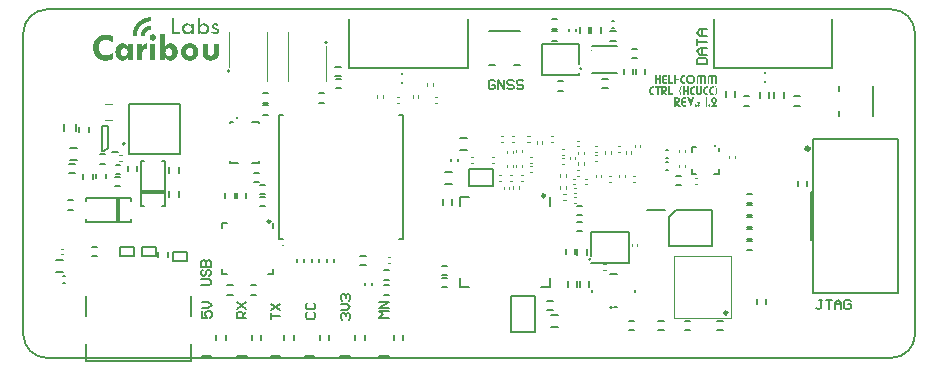
<source format=gto>
G04*
G04 #@! TF.GenerationSoftware,Altium Limited,Altium Designer,23.0.1 (38)*
G04*
G04 Layer_Color=65535*
%FSLAX25Y25*%
%MOIN*%
G70*
G04*
G04 #@! TF.SameCoordinates,19342238-8E0C-4B0D-84B5-E67248FCF62E*
G04*
G04*
G04 #@! TF.FilePolarity,Positive*
G04*
G01*
G75*
%ADD10C,0.00787*%
%ADD11C,0.00394*%
%ADD12C,0.00600*%
%ADD13C,0.00984*%
%ADD14C,0.01575*%
%ADD15C,0.00500*%
%ADD16C,0.00984*%
%ADD17C,0.00800*%
%ADD18C,0.00394*%
G36*
X976775Y720775D02*
X976517D01*
Y720757D01*
X976397D01*
Y720740D01*
X976328D01*
Y720723D01*
X976242D01*
Y720706D01*
X976191D01*
Y720689D01*
X976139D01*
Y720672D01*
X976087D01*
Y720654D01*
X976036D01*
Y720637D01*
X975984D01*
Y720620D01*
X975950D01*
Y720603D01*
X975916D01*
Y720585D01*
X975881D01*
Y720568D01*
X975847D01*
Y720551D01*
X975812D01*
Y720534D01*
X975778D01*
Y720517D01*
X975743D01*
Y720500D01*
X975709D01*
Y720482D01*
X975692D01*
Y720465D01*
X975657D01*
Y720448D01*
X975623D01*
Y720431D01*
X975606D01*
Y720414D01*
X975589D01*
Y720396D01*
X975554D01*
Y720379D01*
X975537D01*
Y720362D01*
X975503D01*
Y720345D01*
X975486D01*
Y720328D01*
X975468D01*
Y720310D01*
X975451D01*
Y720293D01*
X975434D01*
Y720276D01*
X975399D01*
Y720259D01*
X975382D01*
Y720242D01*
X975365D01*
Y720224D01*
X975348D01*
Y720207D01*
X975331D01*
Y720190D01*
X975313D01*
Y720173D01*
X975296D01*
Y720156D01*
X975279D01*
Y720138D01*
X975262D01*
Y720121D01*
X975245D01*
Y720104D01*
X975228D01*
Y720087D01*
X975210D01*
Y720070D01*
X975193D01*
Y720035D01*
X975176D01*
Y720018D01*
X975159D01*
Y720001D01*
X975142D01*
Y719984D01*
X975124D01*
Y719949D01*
X975107D01*
Y719932D01*
X975090D01*
Y719915D01*
X975073D01*
Y719880D01*
X975056D01*
Y719863D01*
X975038D01*
Y719829D01*
X975021D01*
Y719812D01*
X975004D01*
Y719777D01*
X974987D01*
Y719760D01*
X974970D01*
Y719726D01*
X974952D01*
Y719691D01*
X974935D01*
Y719657D01*
X974918D01*
Y719622D01*
X974901D01*
Y719588D01*
X974884D01*
Y719554D01*
X974866D01*
Y719519D01*
X974849D01*
Y719468D01*
X974832D01*
Y719433D01*
X974815D01*
Y719382D01*
X974798D01*
Y719330D01*
X974780D01*
Y719261D01*
X974763D01*
Y719210D01*
X974746D01*
Y719124D01*
X974729D01*
Y719038D01*
X974712D01*
Y718917D01*
X974694D01*
Y718694D01*
X973301D01*
Y718952D01*
X973318D01*
Y719124D01*
X973336D01*
Y719244D01*
X973353D01*
Y719347D01*
X973370D01*
Y719433D01*
X973387D01*
Y719519D01*
X973404D01*
Y719588D01*
X973422D01*
Y719640D01*
X973439D01*
Y719708D01*
X973456D01*
Y719760D01*
X973473D01*
Y719812D01*
X973490D01*
Y719863D01*
X973508D01*
Y719915D01*
X973525D01*
Y719949D01*
X973542D01*
Y720001D01*
X973559D01*
Y720035D01*
X973576D01*
Y720087D01*
X973594D01*
Y720121D01*
X973611D01*
Y720156D01*
X973628D01*
Y720190D01*
X973645D01*
Y720224D01*
X973662D01*
Y720259D01*
X973680D01*
Y720293D01*
X973697D01*
Y720328D01*
X973714D01*
Y720362D01*
X973731D01*
Y720396D01*
X973748D01*
Y720431D01*
X973766D01*
Y720448D01*
X973783D01*
Y720482D01*
X973800D01*
Y720517D01*
X973817D01*
Y720534D01*
X973834D01*
Y720568D01*
X973852D01*
Y720585D01*
X973869D01*
Y720620D01*
X973886D01*
Y720637D01*
X973903D01*
Y720654D01*
Y720672D01*
X973920D01*
Y720689D01*
X973938D01*
Y720723D01*
X973955D01*
Y720740D01*
X973972D01*
Y720775D01*
X973989D01*
Y720792D01*
X974006D01*
Y720809D01*
X974024D01*
Y720826D01*
X974041D01*
Y720861D01*
X974058D01*
Y720878D01*
X974075D01*
Y720895D01*
X974092D01*
Y720912D01*
X974110D01*
Y720947D01*
X974127D01*
Y720964D01*
X974144D01*
Y720981D01*
X974161D01*
Y720998D01*
X974178D01*
Y721016D01*
X974196D01*
Y721033D01*
X974213D01*
Y721050D01*
X974230D01*
Y721084D01*
X974247D01*
Y721102D01*
X974264D01*
Y721119D01*
X974282D01*
Y721136D01*
X974299D01*
Y721153D01*
X974316D01*
Y721170D01*
X974333D01*
Y721187D01*
X974350D01*
Y721205D01*
X974368D01*
Y721222D01*
X974385D01*
Y721239D01*
X974419D01*
Y721256D01*
X974436D01*
Y721274D01*
X974454D01*
Y721291D01*
X974471D01*
Y721308D01*
X974488D01*
Y721325D01*
X974505D01*
Y721342D01*
X974522D01*
Y721359D01*
X974540D01*
Y721377D01*
X974574D01*
Y721394D01*
X974591D01*
Y721411D01*
X974608D01*
Y721428D01*
X974626D01*
Y721446D01*
X974660D01*
Y721463D01*
X974677D01*
Y721480D01*
X974694D01*
Y721497D01*
X974729D01*
Y721514D01*
X974746D01*
Y721531D01*
X974763D01*
Y721549D01*
X974798D01*
Y721566D01*
X974815D01*
Y721583D01*
X974849D01*
Y721600D01*
X974866D01*
Y721618D01*
X974901D01*
Y721635D01*
X974935D01*
Y721652D01*
X974952D01*
Y721669D01*
X974987D01*
Y721686D01*
X975004D01*
Y721703D01*
X975038D01*
Y721721D01*
X975073D01*
Y721738D01*
X975107D01*
Y721755D01*
X975142D01*
Y721772D01*
X975159D01*
Y721790D01*
X975193D01*
Y721807D01*
X975228D01*
Y721824D01*
X975262D01*
Y721841D01*
X975313D01*
Y721858D01*
X975348D01*
Y721875D01*
X975382D01*
Y721893D01*
X975417D01*
Y721910D01*
X975468D01*
Y721927D01*
X975503D01*
Y721944D01*
X975554D01*
Y721961D01*
X975589D01*
Y721979D01*
X975640D01*
Y721996D01*
X975692D01*
Y722013D01*
X975743D01*
Y722030D01*
X975812D01*
Y722048D01*
X975864D01*
Y722065D01*
X975933D01*
Y722082D01*
X976019D01*
Y722099D01*
X976087D01*
Y722116D01*
X976191D01*
Y722133D01*
X976311D01*
Y722151D01*
X976466D01*
Y722168D01*
X976775D01*
Y720775D01*
D02*
G37*
G36*
Y723561D02*
X976483D01*
Y723544D01*
X976277D01*
Y723527D01*
X976139D01*
Y723509D01*
X976019D01*
Y723492D01*
X975916D01*
Y723475D01*
X975830D01*
Y723458D01*
X975743D01*
Y723441D01*
X975657D01*
Y723423D01*
X975589D01*
Y723406D01*
X975520D01*
Y723389D01*
X975468D01*
Y723372D01*
X975399D01*
Y723355D01*
X975348D01*
Y723337D01*
X975296D01*
Y723320D01*
X975245D01*
Y723303D01*
X975193D01*
Y723286D01*
X975142D01*
Y723269D01*
X975090D01*
Y723251D01*
X975038D01*
Y723234D01*
X975004D01*
Y723217D01*
X974952D01*
Y723200D01*
X974918D01*
Y723183D01*
X974884D01*
Y723165D01*
X974832D01*
Y723148D01*
X974798D01*
Y723131D01*
X974763D01*
Y723114D01*
X974729D01*
Y723097D01*
X974677D01*
Y723079D01*
X974643D01*
Y723062D01*
X974608D01*
Y723045D01*
X974574D01*
Y723028D01*
X974540D01*
Y723011D01*
X974505D01*
Y722993D01*
X974488D01*
Y722976D01*
X974454D01*
Y722959D01*
X974419D01*
Y722942D01*
X974385D01*
Y722925D01*
X974350D01*
Y722907D01*
X974333D01*
Y722890D01*
X974299D01*
Y722873D01*
X974264D01*
Y722856D01*
X974247D01*
Y722839D01*
X974213D01*
Y722821D01*
X974178D01*
Y722804D01*
X974161D01*
Y722787D01*
X974127D01*
Y722770D01*
X974110D01*
Y722753D01*
X974075D01*
Y722735D01*
X974058D01*
Y722718D01*
X974024D01*
Y722701D01*
X974006D01*
Y722684D01*
X973972D01*
Y722667D01*
X973955D01*
Y722649D01*
X973938D01*
Y722632D01*
X973903D01*
Y722615D01*
X973886D01*
Y722598D01*
X973869D01*
Y722581D01*
X973834D01*
Y722563D01*
X973817D01*
Y722546D01*
X973800D01*
Y722529D01*
X973766D01*
Y722512D01*
X973748D01*
Y722495D01*
X973731D01*
Y722477D01*
X973714D01*
Y722460D01*
X973680D01*
Y722443D01*
X973662D01*
Y722426D01*
X973645D01*
Y722409D01*
X973628D01*
Y722391D01*
X973611D01*
Y722374D01*
X973594D01*
Y722357D01*
X973559D01*
Y722340D01*
X973542D01*
Y722323D01*
X973525D01*
Y722305D01*
X973508D01*
Y722288D01*
X973490D01*
Y722271D01*
X973473D01*
Y722254D01*
X973456D01*
Y722237D01*
X973439D01*
Y722219D01*
X973422D01*
Y722202D01*
X973404D01*
Y722185D01*
X973387D01*
Y722168D01*
X973370D01*
Y722151D01*
X973353D01*
Y722133D01*
X973336D01*
Y722116D01*
X973318D01*
Y722099D01*
X973301D01*
Y722082D01*
X973284D01*
Y722065D01*
X973267D01*
Y722048D01*
X973250D01*
Y722030D01*
X973232D01*
Y722013D01*
X973215D01*
Y721996D01*
X973198D01*
Y721979D01*
X973181D01*
Y721961D01*
X973164D01*
Y721944D01*
X973147D01*
Y721927D01*
X973129D01*
Y721910D01*
X973112D01*
Y721875D01*
X973095D01*
Y721858D01*
X973078D01*
Y721841D01*
X973061D01*
Y721824D01*
X973043D01*
Y721807D01*
X973026D01*
Y721790D01*
X973009D01*
Y721755D01*
X972992D01*
Y721738D01*
X972974D01*
Y721721D01*
X972957D01*
Y721703D01*
X972940D01*
Y721669D01*
X972923D01*
Y721652D01*
X972906D01*
Y721635D01*
X972888D01*
Y721600D01*
X972871D01*
Y721583D01*
X972854D01*
Y721566D01*
X972837D01*
Y721531D01*
X972820D01*
Y721514D01*
X972803D01*
Y721480D01*
X972785D01*
Y721463D01*
X972768D01*
Y721446D01*
X972751D01*
Y721411D01*
X972734D01*
Y721394D01*
X972717D01*
Y721359D01*
X972699D01*
Y721342D01*
X972682D01*
Y721308D01*
X972665D01*
Y721274D01*
X972648D01*
Y721256D01*
X972631D01*
Y721222D01*
X972613D01*
Y721205D01*
X972596D01*
Y721170D01*
X972579D01*
Y721136D01*
X972562D01*
Y721102D01*
X972544D01*
Y721084D01*
X972527D01*
Y721050D01*
X972510D01*
Y721016D01*
X972493D01*
Y720981D01*
X972476D01*
Y720947D01*
X972458D01*
Y720912D01*
X972441D01*
Y720878D01*
X972424D01*
Y720844D01*
X972407D01*
Y720809D01*
X972390D01*
Y720775D01*
X972373D01*
Y720740D01*
X972355D01*
Y720706D01*
X972338D01*
Y720672D01*
X972321D01*
Y720620D01*
X972304D01*
Y720585D01*
X972287D01*
Y720551D01*
X972269D01*
Y720500D01*
X972252D01*
Y720465D01*
X972235D01*
Y720414D01*
X972218D01*
Y720362D01*
X972200D01*
Y720328D01*
X972183D01*
Y720276D01*
X972166D01*
Y720224D01*
X972149D01*
Y720173D01*
X972132D01*
Y720104D01*
X972114D01*
Y720052D01*
X972097D01*
Y719984D01*
X972080D01*
Y719932D01*
X972063D01*
Y719863D01*
X972046D01*
Y719794D01*
X972029D01*
Y719708D01*
X972011D01*
Y719622D01*
X971994D01*
Y719536D01*
X971977D01*
Y719433D01*
X971960D01*
Y719296D01*
X971943D01*
Y719141D01*
X971925D01*
Y718883D01*
X971908D01*
Y718694D01*
X970532D01*
Y718900D01*
Y718917D01*
Y719175D01*
X970549D01*
Y719364D01*
X970567D01*
Y719519D01*
X970584D01*
Y719640D01*
X970601D01*
Y719743D01*
X970618D01*
Y719846D01*
X970635D01*
Y719932D01*
X970653D01*
Y720018D01*
X970670D01*
Y720087D01*
X970687D01*
Y720173D01*
X970704D01*
Y720242D01*
X970721D01*
Y720310D01*
X970739D01*
Y720362D01*
X970756D01*
Y720431D01*
X970773D01*
Y720482D01*
X970790D01*
Y720551D01*
X970807D01*
Y720603D01*
X970825D01*
Y720654D01*
X970842D01*
Y720706D01*
X970859D01*
Y720757D01*
X970876D01*
Y720809D01*
X970893D01*
Y720861D01*
X970911D01*
Y720895D01*
X970928D01*
Y720947D01*
X970945D01*
Y720981D01*
X970962D01*
Y721033D01*
X970979D01*
Y721067D01*
X970997D01*
Y721119D01*
X971014D01*
Y721153D01*
X971031D01*
Y721187D01*
X971048D01*
Y721239D01*
X971065D01*
Y721274D01*
X971083D01*
Y721308D01*
X971100D01*
Y721342D01*
X971117D01*
Y721377D01*
X971134D01*
Y721411D01*
X971151D01*
Y721463D01*
X971169D01*
Y721497D01*
X971186D01*
Y721531D01*
X971203D01*
Y721549D01*
X971220D01*
Y721583D01*
X971237D01*
Y721618D01*
X971255D01*
Y721652D01*
X971272D01*
Y721686D01*
X971289D01*
Y721721D01*
X971306D01*
Y721755D01*
X971323D01*
Y721772D01*
X971341D01*
Y721807D01*
X971358D01*
Y721841D01*
X971375D01*
Y721875D01*
X971392D01*
Y721893D01*
X971409D01*
Y721927D01*
X971427D01*
Y721961D01*
X971444D01*
Y721979D01*
X971461D01*
Y722013D01*
X971478D01*
Y722030D01*
X971495D01*
Y722065D01*
X971513D01*
Y722099D01*
X971530D01*
Y722116D01*
X971547D01*
Y722151D01*
X971564D01*
Y722168D01*
X971581D01*
Y722202D01*
X971599D01*
Y722219D01*
X971616D01*
Y722254D01*
X971633D01*
Y722271D01*
X971650D01*
Y722288D01*
X971667D01*
Y722323D01*
X971684D01*
Y722340D01*
X971702D01*
Y722374D01*
X971719D01*
Y722391D01*
X971736D01*
Y722409D01*
X971753D01*
Y722443D01*
X971770D01*
Y722460D01*
X971788D01*
Y722477D01*
X971805D01*
Y722512D01*
X971822D01*
Y722529D01*
X971839D01*
Y722546D01*
X971856D01*
Y722581D01*
X971874D01*
Y722598D01*
X971891D01*
Y722615D01*
X971908D01*
Y722632D01*
X971925D01*
Y722667D01*
X971943D01*
Y722684D01*
X971960D01*
Y722701D01*
X971977D01*
Y722718D01*
X971994D01*
Y722735D01*
X972011D01*
Y722770D01*
X972029D01*
Y722787D01*
X972046D01*
Y722804D01*
X972063D01*
Y722821D01*
X972080D01*
Y722839D01*
X972097D01*
Y722856D01*
X972114D01*
Y722873D01*
X972132D01*
Y722890D01*
X972149D01*
Y722925D01*
X972166D01*
Y722942D01*
X972183D01*
Y722959D01*
X972200D01*
Y722976D01*
X972218D01*
Y722993D01*
X972235D01*
Y723011D01*
X972252D01*
Y723028D01*
X972269D01*
Y723045D01*
X972287D01*
Y723062D01*
X972304D01*
Y723079D01*
X972321D01*
Y723097D01*
X972338D01*
Y723114D01*
X972355D01*
Y723131D01*
X972373D01*
Y723148D01*
X972390D01*
Y723165D01*
X972407D01*
Y723183D01*
X972424D01*
Y723200D01*
X972441D01*
Y723217D01*
X972458D01*
Y723234D01*
X972476D01*
Y723251D01*
X972493D01*
Y723269D01*
X972510D01*
Y723286D01*
X972527D01*
Y723303D01*
X972544D01*
Y723320D01*
X972562D01*
Y723337D01*
X972596D01*
Y723355D01*
X972613D01*
Y723372D01*
X972631D01*
Y723389D01*
X972648D01*
Y723406D01*
X972665D01*
Y723423D01*
X972682D01*
Y723441D01*
X972699D01*
Y723458D01*
X972734D01*
Y723475D01*
X972751D01*
Y723492D01*
X972768D01*
Y723509D01*
X972785D01*
Y723527D01*
X972803D01*
Y723544D01*
X972837D01*
Y723561D01*
X972854D01*
Y723578D01*
X972871D01*
Y723595D01*
X972888D01*
Y723613D01*
X972923D01*
Y723630D01*
X972940D01*
Y723647D01*
X972957D01*
Y723664D01*
X972974D01*
Y723681D01*
X973009D01*
Y723699D01*
X973026D01*
Y723716D01*
X973043D01*
Y723733D01*
X973078D01*
Y723750D01*
X973095D01*
Y723767D01*
X973129D01*
Y723785D01*
X973147D01*
Y723802D01*
X973164D01*
Y723819D01*
X973198D01*
Y723836D01*
X973215D01*
Y723853D01*
X973250D01*
Y723871D01*
X973267D01*
Y723888D01*
X973301D01*
Y723905D01*
X973318D01*
Y723922D01*
X973353D01*
Y723939D01*
X973370D01*
Y723956D01*
X973404D01*
Y723974D01*
X973422D01*
Y723991D01*
X973456D01*
Y724008D01*
X973490D01*
Y724025D01*
X973508D01*
Y724043D01*
X973542D01*
Y724060D01*
X973559D01*
Y724077D01*
X973594D01*
Y724094D01*
X973628D01*
Y724111D01*
X973662D01*
Y724128D01*
X973680D01*
Y724146D01*
X973714D01*
Y724163D01*
X973748D01*
Y724180D01*
X973783D01*
Y724197D01*
X973817D01*
Y724215D01*
X973834D01*
Y724232D01*
X973869D01*
Y724249D01*
X973903D01*
Y724266D01*
X973938D01*
Y724283D01*
X973972D01*
Y724300D01*
X974006D01*
Y724318D01*
X974041D01*
Y724335D01*
X974075D01*
Y724352D01*
X974110D01*
Y724369D01*
X974161D01*
Y724387D01*
X974196D01*
Y724404D01*
X974230D01*
Y724421D01*
X974264D01*
Y724438D01*
X974299D01*
Y724455D01*
X974350D01*
Y724473D01*
X974385D01*
Y724490D01*
X974436D01*
Y724507D01*
X974471D01*
Y724524D01*
X974522D01*
Y724541D01*
X974557D01*
Y724558D01*
X974608D01*
Y724576D01*
X974660D01*
Y724593D01*
X974694D01*
Y724610D01*
X974746D01*
Y724627D01*
X974798D01*
Y724645D01*
X974849D01*
Y724662D01*
X974918D01*
Y724679D01*
X974970D01*
Y724696D01*
X975021D01*
Y724713D01*
X975090D01*
Y724730D01*
X975142D01*
Y724748D01*
X975210D01*
Y724765D01*
X975279D01*
Y724782D01*
X975348D01*
Y724799D01*
X975434D01*
Y724817D01*
X975520D01*
Y724834D01*
X975606D01*
Y724851D01*
X975692D01*
Y724868D01*
X975795D01*
Y724885D01*
X975916D01*
Y724902D01*
X976053D01*
Y724920D01*
X976242D01*
Y724937D01*
X976517D01*
Y724954D01*
X976775D01*
Y723561D01*
D02*
G37*
G36*
X977429Y719192D02*
X977532D01*
Y719175D01*
X977601D01*
Y719158D01*
X977653D01*
Y719141D01*
X977687D01*
Y719124D01*
X977721D01*
Y719106D01*
X977756D01*
Y719089D01*
X977790D01*
Y719072D01*
X977825D01*
Y719055D01*
X977842D01*
Y719038D01*
X977876D01*
Y719020D01*
X977893D01*
Y719003D01*
X977928D01*
Y718986D01*
X977945D01*
Y718969D01*
X977962D01*
Y718952D01*
X977979D01*
Y718934D01*
X977997D01*
Y718917D01*
X978014D01*
Y718900D01*
X978031D01*
Y718883D01*
X978048D01*
Y718866D01*
X978065D01*
Y718848D01*
X978083D01*
Y718831D01*
X978100D01*
Y718797D01*
X978117D01*
Y718780D01*
X978134D01*
Y718762D01*
X978151D01*
Y718728D01*
X978169D01*
Y718711D01*
X978186D01*
Y718677D01*
X978203D01*
Y718642D01*
X978220D01*
Y718608D01*
X978237D01*
Y718573D01*
X978255D01*
Y718522D01*
X978272D01*
Y718470D01*
X978289D01*
Y718401D01*
X978306D01*
Y718281D01*
X978323D01*
Y718075D01*
X978306D01*
Y717954D01*
X978289D01*
Y717885D01*
X978272D01*
Y717834D01*
X978255D01*
Y717782D01*
X978237D01*
Y717748D01*
X978220D01*
Y717713D01*
X978203D01*
Y717679D01*
X978186D01*
Y717645D01*
X978169D01*
Y717627D01*
X978151D01*
Y717593D01*
X978134D01*
Y717576D01*
X978117D01*
Y717558D01*
X978100D01*
Y717524D01*
X978083D01*
Y717507D01*
X978065D01*
Y717490D01*
X978048D01*
Y717473D01*
X978031D01*
Y717455D01*
X978014D01*
Y717438D01*
X977997D01*
Y717421D01*
X977979D01*
Y717404D01*
X977962D01*
Y717386D01*
X977945D01*
Y717369D01*
X977928D01*
Y717352D01*
X977893D01*
Y717335D01*
X977876D01*
Y717318D01*
X977842D01*
Y717301D01*
X977825D01*
Y717283D01*
X977790D01*
Y717266D01*
X977756D01*
Y717249D01*
X977721D01*
Y717232D01*
X977687D01*
Y717214D01*
X977653D01*
Y717197D01*
X977601D01*
Y717180D01*
X977532D01*
Y717163D01*
X977429D01*
Y717146D01*
X977137D01*
Y717163D01*
X977033D01*
Y717180D01*
X976965D01*
Y717197D01*
X976930D01*
Y717214D01*
X976879D01*
Y717232D01*
X976844D01*
Y717249D01*
X976810D01*
Y717266D01*
X976775D01*
Y717283D01*
X976741D01*
Y717301D01*
X976724D01*
Y717318D01*
X976690D01*
Y717335D01*
X976672D01*
Y717352D01*
X976655D01*
Y717369D01*
X976638D01*
Y717386D01*
X976604D01*
Y717404D01*
X976586D01*
Y717421D01*
X976569D01*
Y717438D01*
X976552D01*
Y717455D01*
X976535D01*
Y717473D01*
X976517D01*
Y717490D01*
X976500D01*
Y717507D01*
X976483D01*
Y717541D01*
X976466D01*
Y717558D01*
X976449D01*
Y717576D01*
X976431D01*
Y717610D01*
X976414D01*
Y717627D01*
X976397D01*
Y717662D01*
X976380D01*
Y717696D01*
X976363D01*
Y717731D01*
X976346D01*
Y717765D01*
X976328D01*
Y717799D01*
X976311D01*
Y717851D01*
X976294D01*
Y717903D01*
X976277D01*
Y717988D01*
X976260D01*
Y718384D01*
X976277D01*
Y718453D01*
X976294D01*
Y718522D01*
X976311D01*
Y718556D01*
X976328D01*
Y718590D01*
X976346D01*
Y718642D01*
X976363D01*
Y718659D01*
X976380D01*
Y718694D01*
X976397D01*
Y718728D01*
X976414D01*
Y718745D01*
X976431D01*
Y718780D01*
X976449D01*
Y718797D01*
X976466D01*
Y718814D01*
X976483D01*
Y718848D01*
X976500D01*
Y718866D01*
X976517D01*
Y718883D01*
X976535D01*
Y718900D01*
X976552D01*
Y718917D01*
X976569D01*
Y718934D01*
X976586D01*
Y718952D01*
X976604D01*
Y718969D01*
X976638D01*
Y718986D01*
X976655D01*
Y719003D01*
X976672D01*
Y719020D01*
X976690D01*
Y719038D01*
X976724D01*
Y719055D01*
X976741D01*
Y719072D01*
X976775D01*
Y719089D01*
X976810D01*
Y719106D01*
X976844D01*
Y719124D01*
X976879D01*
Y719141D01*
X976930D01*
Y719158D01*
X976982D01*
Y719175D01*
X977033D01*
Y719192D01*
X977137D01*
Y719210D01*
X977429D01*
Y719192D01*
D02*
G37*
G36*
X961847Y719158D02*
X962053D01*
Y719141D01*
X962191D01*
Y719124D01*
X962311D01*
Y719106D01*
X962414D01*
Y719089D01*
X962518D01*
Y719072D01*
X962603D01*
Y719055D01*
X962672D01*
Y719038D01*
X962741D01*
Y719020D01*
X962827D01*
Y719003D01*
X962879D01*
Y718986D01*
X962947D01*
Y718969D01*
X963016D01*
Y718952D01*
X963068D01*
Y718934D01*
X963119D01*
Y718917D01*
X963188D01*
Y718900D01*
X963240D01*
Y718883D01*
X963291D01*
Y718866D01*
X963343D01*
Y718848D01*
X963395D01*
Y718831D01*
X963446D01*
Y718814D01*
X963481D01*
Y718797D01*
X963532D01*
Y718780D01*
X963584D01*
Y718762D01*
X963618D01*
Y718745D01*
X963670D01*
Y718728D01*
X963704D01*
Y718711D01*
X963756D01*
Y718694D01*
X963790D01*
Y718677D01*
X963842D01*
Y718659D01*
X963876D01*
Y718642D01*
X963911D01*
Y718625D01*
X963945D01*
Y718608D01*
X963962D01*
Y716544D01*
X963945D01*
Y716561D01*
X963928D01*
Y716578D01*
X963893D01*
Y716595D01*
X963859D01*
Y716613D01*
X963825D01*
Y716630D01*
X963807D01*
Y716647D01*
X963773D01*
Y716664D01*
X963739D01*
Y716681D01*
X963704D01*
Y716699D01*
X963687D01*
Y716716D01*
X963653D01*
Y716733D01*
X963618D01*
Y716750D01*
X963584D01*
Y716767D01*
X963549D01*
Y716785D01*
X963515D01*
Y716802D01*
X963481D01*
Y716819D01*
X963446D01*
Y716836D01*
X963412D01*
Y716853D01*
X963377D01*
Y716871D01*
X963343D01*
Y716888D01*
X963309D01*
Y716905D01*
X963274D01*
Y716922D01*
X963240D01*
Y716939D01*
X963205D01*
Y716957D01*
X963171D01*
Y716974D01*
X963137D01*
Y716991D01*
X963085D01*
Y717008D01*
X963051D01*
Y717025D01*
X963016D01*
Y717042D01*
X962965D01*
Y717060D01*
X962930D01*
Y717077D01*
X962879D01*
Y717094D01*
X962844D01*
Y717111D01*
X962793D01*
Y717129D01*
X962741D01*
Y717146D01*
X962689D01*
Y717163D01*
X962638D01*
Y717180D01*
X962586D01*
Y717197D01*
X962535D01*
Y717214D01*
X962483D01*
Y717232D01*
X962414D01*
Y717249D01*
X962363D01*
Y717266D01*
X962294D01*
Y717283D01*
X962208D01*
Y717301D01*
X962139D01*
Y717318D01*
X962036D01*
Y717335D01*
X961933D01*
Y717352D01*
X961761D01*
Y717369D01*
X961348D01*
Y717352D01*
X961193D01*
Y717335D01*
X961090D01*
Y717318D01*
X961004D01*
Y717301D01*
X960935D01*
Y717283D01*
X960866D01*
Y717266D01*
X960815D01*
Y717249D01*
X960763D01*
Y717232D01*
X960712D01*
Y717214D01*
X960660D01*
Y717197D01*
X960626D01*
Y717180D01*
X960591D01*
Y717163D01*
X960557D01*
Y717146D01*
X960522D01*
Y717129D01*
X960488D01*
Y717111D01*
X960454D01*
Y717094D01*
X960419D01*
Y717077D01*
X960385D01*
Y717060D01*
X960368D01*
Y717042D01*
X960333D01*
Y717025D01*
X960316D01*
Y717008D01*
X960282D01*
Y716991D01*
X960264D01*
Y716974D01*
X960247D01*
Y716957D01*
X960213D01*
Y716939D01*
X960196D01*
Y716922D01*
X960178D01*
Y716905D01*
X960144D01*
Y716888D01*
X960127D01*
Y716871D01*
X960110D01*
Y716853D01*
X960092D01*
Y716836D01*
X960075D01*
Y716819D01*
X960058D01*
Y716802D01*
X960041D01*
Y716785D01*
X960024D01*
Y716767D01*
X960006D01*
Y716750D01*
X959989D01*
Y716733D01*
X959972D01*
Y716716D01*
X959955D01*
Y716699D01*
X959938D01*
Y716681D01*
X959920D01*
Y716664D01*
X959903D01*
Y716647D01*
X959886D01*
Y716630D01*
X959869D01*
Y716595D01*
X959852D01*
Y716578D01*
X959834D01*
Y716561D01*
X959817D01*
Y716544D01*
X959800D01*
Y716509D01*
X959783D01*
Y716492D01*
X959766D01*
Y716458D01*
X959748D01*
Y716441D01*
X959731D01*
Y716423D01*
X959714D01*
Y716389D01*
X959697D01*
Y716355D01*
X959680D01*
Y716337D01*
X959662D01*
Y716303D01*
X959645D01*
Y716269D01*
X959628D01*
Y716234D01*
X959611D01*
Y716217D01*
X959594D01*
Y716183D01*
X959576D01*
Y716148D01*
X959559D01*
Y716097D01*
X959542D01*
Y716062D01*
X959525D01*
Y716028D01*
X959508D01*
Y715976D01*
X959490D01*
Y715942D01*
X959473D01*
Y715890D01*
X959456D01*
Y715839D01*
X959439D01*
Y715787D01*
X959422D01*
Y715735D01*
X959404D01*
Y715667D01*
X959387D01*
Y715598D01*
X959370D01*
Y715529D01*
X959353D01*
Y715443D01*
X959336D01*
Y715340D01*
X959319D01*
Y715202D01*
X959301D01*
Y715013D01*
X959284D01*
Y714514D01*
X959301D01*
Y714325D01*
X959319D01*
Y714205D01*
X959336D01*
Y714102D01*
X959353D01*
Y714033D01*
X959370D01*
Y713964D01*
X959387D01*
Y713895D01*
X959404D01*
Y713826D01*
X959422D01*
Y713775D01*
X959439D01*
Y713723D01*
X959456D01*
Y713689D01*
X959473D01*
Y713637D01*
X959490D01*
Y713603D01*
X959508D01*
Y713551D01*
X959525D01*
Y713517D01*
X959542D01*
Y713482D01*
X959559D01*
Y713448D01*
X959576D01*
Y713414D01*
X959594D01*
Y713379D01*
X959611D01*
Y713362D01*
X959628D01*
Y713328D01*
X959645D01*
Y713293D01*
X959662D01*
Y713276D01*
X959680D01*
Y713242D01*
X959697D01*
Y713224D01*
X959714D01*
Y713190D01*
X959731D01*
Y713173D01*
X959748D01*
Y713138D01*
X959766D01*
Y713121D01*
X959783D01*
Y713104D01*
X959800D01*
Y713070D01*
X959817D01*
Y713052D01*
X959834D01*
Y713035D01*
X959852D01*
Y713018D01*
X959869D01*
Y713001D01*
X959886D01*
Y712984D01*
X959903D01*
Y712949D01*
X959920D01*
Y712932D01*
X959938D01*
Y712915D01*
X959955D01*
Y712898D01*
X959972D01*
Y712880D01*
X959989D01*
Y712863D01*
X960006D01*
Y712846D01*
X960024D01*
Y712829D01*
X960058D01*
Y712812D01*
X960075D01*
Y712794D01*
X960092D01*
Y712777D01*
X960110D01*
Y712760D01*
X960127D01*
Y712743D01*
X960144D01*
Y712726D01*
X960178D01*
Y712708D01*
X960196D01*
Y712691D01*
X960213D01*
Y712674D01*
X960247D01*
Y712657D01*
X960264D01*
Y712640D01*
X960282D01*
Y712622D01*
X960316D01*
Y712605D01*
X960350D01*
Y712588D01*
X960368D01*
Y712571D01*
X960402D01*
Y712554D01*
X960436D01*
Y712536D01*
X960454D01*
Y712519D01*
X960488D01*
Y712502D01*
X960522D01*
Y712485D01*
X960557D01*
Y712468D01*
X960591D01*
Y712450D01*
X960643D01*
Y712433D01*
X960677D01*
Y712416D01*
X960729D01*
Y712399D01*
X960780D01*
Y712382D01*
X960815D01*
Y712364D01*
X960884D01*
Y712347D01*
X960935D01*
Y712330D01*
X961004D01*
Y712313D01*
X961073D01*
Y712296D01*
X961176D01*
Y712278D01*
X961279D01*
Y712261D01*
X961451D01*
Y712244D01*
X961881D01*
Y712261D01*
X962036D01*
Y712278D01*
X962139D01*
Y712296D01*
X962242D01*
Y712313D01*
X962311D01*
Y712330D01*
X962380D01*
Y712347D01*
X962449D01*
Y712364D01*
X962518D01*
Y712382D01*
X962569D01*
Y712399D01*
X962638D01*
Y712416D01*
X962689D01*
Y712433D01*
X962741D01*
Y712450D01*
X962793D01*
Y712468D01*
X962827D01*
Y712485D01*
X962879D01*
Y712502D01*
X962930D01*
Y712519D01*
X962965D01*
Y712536D01*
X963016D01*
Y712554D01*
X963051D01*
Y712571D01*
X963102D01*
Y712588D01*
X963137D01*
Y712605D01*
X963171D01*
Y712622D01*
X963223D01*
Y712640D01*
X963257D01*
Y712657D01*
X963291D01*
Y712674D01*
X963326D01*
Y712691D01*
X963360D01*
Y712708D01*
X963395D01*
Y712726D01*
X963429D01*
Y712743D01*
X963463D01*
Y712760D01*
X963498D01*
Y712777D01*
X963532D01*
Y712794D01*
X963567D01*
Y712812D01*
X963601D01*
Y712829D01*
X963635D01*
Y712846D01*
X963670D01*
Y712863D01*
X963704D01*
Y712880D01*
X963739D01*
Y712898D01*
X963773D01*
Y712915D01*
X963790D01*
Y712932D01*
X963825D01*
Y712949D01*
X963859D01*
Y712966D01*
X963893D01*
Y712984D01*
X963911D01*
Y713001D01*
X963945D01*
Y713018D01*
X963962D01*
Y710954D01*
X963945D01*
Y710937D01*
X963893D01*
Y710920D01*
X963842D01*
Y710903D01*
X963790D01*
Y710885D01*
X963739D01*
Y710868D01*
X963687D01*
Y710851D01*
X963635D01*
Y710834D01*
X963567D01*
Y710816D01*
X963515D01*
Y710799D01*
X963463D01*
Y710782D01*
X963395D01*
Y710765D01*
X963343D01*
Y710748D01*
X963274D01*
Y710731D01*
X963205D01*
Y710713D01*
X963137D01*
Y710696D01*
X963085D01*
Y710679D01*
X963016D01*
Y710662D01*
X962947D01*
Y710644D01*
X962862D01*
Y710627D01*
X962793D01*
Y710610D01*
X962707D01*
Y710593D01*
X962638D01*
Y710576D01*
X962535D01*
Y710559D01*
X962449D01*
Y710541D01*
X962346D01*
Y710524D01*
X962242D01*
Y710507D01*
X962122D01*
Y710490D01*
X961967D01*
Y710472D01*
X961761D01*
Y710455D01*
X961193D01*
Y710472D01*
X960987D01*
Y710490D01*
X960849D01*
Y710507D01*
X960746D01*
Y710524D01*
X960660D01*
Y710541D01*
X960574D01*
Y710559D01*
X960505D01*
Y710576D01*
X960436D01*
Y710593D01*
X960368D01*
Y710610D01*
X960299D01*
Y710627D01*
X960247D01*
Y710644D01*
X960196D01*
Y710662D01*
X960144D01*
Y710679D01*
X960092D01*
Y710696D01*
X960058D01*
Y710713D01*
X960006D01*
Y710731D01*
X959972D01*
Y710748D01*
X959920D01*
Y710765D01*
X959886D01*
Y710782D01*
X959852D01*
Y710799D01*
X959800D01*
Y710816D01*
X959766D01*
Y710834D01*
X959731D01*
Y710851D01*
X959697D01*
Y710868D01*
X959662D01*
Y710885D01*
X959628D01*
Y710903D01*
X959611D01*
Y710920D01*
X959576D01*
Y710937D01*
X959542D01*
Y710954D01*
X959508D01*
Y710971D01*
X959473D01*
Y710989D01*
X959456D01*
Y711006D01*
X959422D01*
Y711023D01*
X959404D01*
Y711040D01*
X959370D01*
Y711057D01*
X959336D01*
Y711074D01*
X959319D01*
Y711092D01*
X959284D01*
Y711109D01*
X959267D01*
Y711126D01*
X959233D01*
Y711143D01*
X959215D01*
Y711161D01*
X959198D01*
Y711178D01*
X959164D01*
Y711195D01*
X959146D01*
Y711212D01*
X959129D01*
Y711229D01*
X959095D01*
Y711246D01*
X959078D01*
Y711264D01*
X959060D01*
Y711281D01*
X959026D01*
Y711298D01*
X959009D01*
Y711315D01*
X958992D01*
Y711333D01*
X958974D01*
Y711350D01*
X958940D01*
Y711367D01*
X958923D01*
Y711384D01*
X958906D01*
Y711401D01*
X958889D01*
Y711418D01*
X958871D01*
Y711436D01*
X958854D01*
Y711453D01*
X958837D01*
Y711470D01*
X958803D01*
Y711487D01*
X958785D01*
Y711505D01*
X958768D01*
Y711522D01*
X958751D01*
Y711539D01*
X958734D01*
Y711556D01*
X958716D01*
Y711573D01*
X958699D01*
Y711590D01*
X958682D01*
Y711608D01*
X958665D01*
Y711625D01*
X958648D01*
Y711642D01*
X958630D01*
Y711659D01*
X958613D01*
Y711677D01*
X958596D01*
Y711694D01*
X958579D01*
Y711711D01*
X958562D01*
Y711728D01*
X958545D01*
Y711745D01*
X958527D01*
Y711762D01*
X958510D01*
Y711780D01*
X958493D01*
Y711814D01*
X958476D01*
Y711831D01*
X958459D01*
Y711848D01*
X958441D01*
Y711866D01*
X958424D01*
Y711883D01*
X958407D01*
Y711900D01*
X958390D01*
Y711917D01*
X958372D01*
Y711952D01*
X958355D01*
Y711969D01*
X958338D01*
Y711986D01*
X958321D01*
Y712003D01*
X958304D01*
Y712038D01*
X958286D01*
Y712055D01*
X958269D01*
Y712072D01*
X958252D01*
Y712106D01*
X958235D01*
Y712124D01*
X958218D01*
Y712141D01*
X958200D01*
Y712175D01*
X958183D01*
Y712192D01*
X958166D01*
Y712210D01*
X958149D01*
Y712244D01*
X958132D01*
Y712261D01*
X958115D01*
Y712296D01*
X958097D01*
Y712313D01*
X958080D01*
Y712347D01*
X958063D01*
Y712364D01*
X958046D01*
Y712399D01*
X958029D01*
Y712416D01*
X958011D01*
Y712450D01*
X957994D01*
Y712485D01*
X957977D01*
Y712502D01*
X957960D01*
Y712536D01*
X957942D01*
Y712571D01*
X957925D01*
Y712605D01*
X957908D01*
Y712622D01*
X957891D01*
Y712657D01*
X957874D01*
Y712691D01*
X957857D01*
Y712726D01*
X957839D01*
Y712760D01*
X957822D01*
Y712794D01*
X957805D01*
Y712829D01*
X957788D01*
Y712863D01*
X957771D01*
Y712898D01*
X957753D01*
Y712949D01*
X957736D01*
Y712984D01*
X957719D01*
Y713018D01*
X957702D01*
Y713070D01*
X957685D01*
Y713104D01*
X957667D01*
Y713156D01*
X957650D01*
Y713207D01*
X957633D01*
Y713242D01*
X957616D01*
Y713293D01*
X957599D01*
Y713345D01*
X957581D01*
Y713414D01*
X957564D01*
Y713465D01*
X957547D01*
Y713534D01*
X957530D01*
Y713586D01*
X957513D01*
Y713671D01*
X957495D01*
Y713740D01*
X957478D01*
Y713826D01*
X957461D01*
Y713912D01*
X957444D01*
Y714015D01*
X957427D01*
Y714153D01*
X957409D01*
Y714308D01*
X957392D01*
Y714583D01*
X957375D01*
Y714979D01*
X957392D01*
Y715254D01*
X957409D01*
Y715426D01*
X957427D01*
Y715546D01*
X957444D01*
Y715649D01*
X957461D01*
Y715753D01*
X957478D01*
Y715821D01*
X957495D01*
Y715907D01*
X957513D01*
Y715976D01*
X957530D01*
Y716045D01*
X957547D01*
Y716097D01*
X957564D01*
Y716165D01*
X957581D01*
Y716217D01*
X957599D01*
Y716269D01*
X957616D01*
Y716320D01*
X957633D01*
Y716372D01*
X957650D01*
Y716423D01*
X957667D01*
Y716458D01*
X957685D01*
Y716509D01*
X957702D01*
Y716544D01*
X957719D01*
Y716595D01*
X957736D01*
Y716630D01*
X957753D01*
Y716664D01*
X957771D01*
Y716716D01*
X957788D01*
Y716750D01*
X957805D01*
Y716785D01*
X957822D01*
Y716819D01*
X957839D01*
Y716853D01*
X957857D01*
Y716888D01*
X957874D01*
Y716922D01*
X957891D01*
Y716957D01*
X957908D01*
Y716974D01*
X957925D01*
Y717008D01*
X957942D01*
Y717042D01*
X957960D01*
Y717077D01*
X957977D01*
Y717094D01*
X957994D01*
Y717129D01*
X958011D01*
Y717163D01*
X958029D01*
Y717180D01*
X958046D01*
Y717214D01*
X958063D01*
Y717232D01*
X958080D01*
Y717266D01*
X958097D01*
Y717283D01*
X958115D01*
Y717318D01*
X958132D01*
Y717335D01*
X958149D01*
Y717369D01*
X958166D01*
Y717386D01*
X958183D01*
Y717421D01*
X958200D01*
Y717438D01*
X958218D01*
Y717455D01*
X958235D01*
Y717490D01*
X958252D01*
Y717507D01*
X958269D01*
Y717524D01*
X958286D01*
Y717558D01*
X958304D01*
Y717576D01*
X958321D01*
Y717593D01*
X958338D01*
Y717610D01*
X958355D01*
Y717645D01*
X958372D01*
Y717662D01*
X958390D01*
Y717679D01*
X958407D01*
Y717696D01*
X958424D01*
Y717713D01*
X958441D01*
Y717748D01*
X958459D01*
Y717765D01*
X958476D01*
Y717782D01*
X958493D01*
Y717799D01*
X958510D01*
Y717816D01*
X958527D01*
Y717834D01*
X958545D01*
Y717851D01*
X958562D01*
Y717868D01*
X958579D01*
Y717885D01*
X958596D01*
Y717903D01*
X958613D01*
Y717920D01*
X958630D01*
Y717954D01*
X958648D01*
Y717971D01*
X958665D01*
Y717988D01*
X958682D01*
Y718006D01*
X958699D01*
Y718023D01*
X958716D01*
Y718040D01*
X958751D01*
Y718057D01*
X958768D01*
Y718075D01*
X958785D01*
Y718092D01*
X958803D01*
Y718109D01*
X958820D01*
Y718126D01*
X958837D01*
Y718143D01*
X958854D01*
Y718160D01*
X958871D01*
Y718178D01*
X958889D01*
Y718195D01*
X958906D01*
Y718212D01*
X958940D01*
Y718229D01*
X958957D01*
Y718247D01*
X958974D01*
Y718264D01*
X958992D01*
Y718281D01*
X959009D01*
Y718298D01*
X959043D01*
Y718315D01*
X959060D01*
Y718332D01*
X959078D01*
Y718350D01*
X959095D01*
Y718367D01*
X959129D01*
Y718384D01*
X959146D01*
Y718401D01*
X959164D01*
Y718419D01*
X959198D01*
Y718436D01*
X959215D01*
Y718453D01*
X959233D01*
Y718470D01*
X959267D01*
Y718487D01*
X959284D01*
Y718504D01*
X959319D01*
Y718522D01*
X959336D01*
Y718539D01*
X959370D01*
Y718556D01*
X959387D01*
Y718573D01*
X959422D01*
Y718590D01*
X959456D01*
Y718608D01*
X959473D01*
Y718625D01*
X959508D01*
Y718642D01*
X959542D01*
Y718659D01*
X959559D01*
Y718677D01*
X959594D01*
Y718694D01*
X959628D01*
Y718711D01*
X959662D01*
Y718728D01*
X959697D01*
Y718745D01*
X959731D01*
Y718762D01*
X959766D01*
Y718780D01*
X959800D01*
Y718797D01*
X959834D01*
Y718814D01*
X959869D01*
Y718831D01*
X959903D01*
Y718848D01*
X959938D01*
Y718866D01*
X959989D01*
Y718883D01*
X960024D01*
Y718900D01*
X960075D01*
Y718917D01*
X960110D01*
Y718934D01*
X960161D01*
Y718952D01*
X960213D01*
Y718969D01*
X960264D01*
Y718986D01*
X960316D01*
Y719003D01*
X960368D01*
Y719020D01*
X960436D01*
Y719038D01*
X960488D01*
Y719055D01*
X960557D01*
Y719072D01*
X960643D01*
Y719089D01*
X960729D01*
Y719106D01*
X960815D01*
Y719124D01*
X960935D01*
Y719141D01*
X961073D01*
Y719158D01*
X961262D01*
Y719175D01*
X961847D01*
Y719158D01*
D02*
G37*
G36*
X975210Y716183D02*
X975331D01*
Y714377D01*
X975245D01*
Y714394D01*
X975090D01*
Y714411D01*
X974780D01*
Y714394D01*
X974660D01*
Y714377D01*
X974591D01*
Y714360D01*
X974540D01*
Y714342D01*
X974505D01*
Y714325D01*
X974454D01*
Y714308D01*
X974419D01*
Y714291D01*
X974385D01*
Y714274D01*
X974368D01*
Y714256D01*
X974333D01*
Y714239D01*
X974316D01*
Y714222D01*
X974282D01*
Y714205D01*
X974264D01*
Y714187D01*
X974247D01*
Y714170D01*
X974230D01*
Y714153D01*
X974213D01*
Y714136D01*
X974196D01*
Y714119D01*
X974178D01*
Y714102D01*
X974161D01*
Y714084D01*
X974144D01*
Y714067D01*
X974127D01*
Y714033D01*
X974110D01*
Y714015D01*
X974092D01*
Y713998D01*
X974075D01*
Y713964D01*
X974058D01*
Y713947D01*
X974041D01*
Y713912D01*
X974024D01*
Y713878D01*
X974006D01*
Y713843D01*
X973989D01*
Y713809D01*
X973972D01*
Y713758D01*
X973955D01*
Y713723D01*
X973938D01*
Y713671D01*
X973920D01*
Y713603D01*
X973903D01*
Y713534D01*
X973886D01*
Y713448D01*
X973869D01*
Y713328D01*
X973852D01*
Y711677D01*
Y711659D01*
Y710576D01*
X972166D01*
Y716131D01*
X973817D01*
Y715305D01*
X973852D01*
Y715340D01*
X973869D01*
Y715357D01*
X973886D01*
Y715391D01*
X973903D01*
Y715426D01*
X973920D01*
Y715443D01*
X973938D01*
Y715477D01*
X973955D01*
Y715495D01*
X973972D01*
Y715512D01*
X973989D01*
Y715546D01*
X974006D01*
Y715563D01*
X974024D01*
Y715581D01*
X974041D01*
Y715615D01*
X974058D01*
Y715632D01*
X974075D01*
Y715649D01*
X974092D01*
Y715667D01*
X974110D01*
Y715684D01*
X974127D01*
Y715701D01*
X974144D01*
Y715718D01*
X974161D01*
Y715753D01*
X974178D01*
Y715770D01*
X974196D01*
Y715787D01*
X974213D01*
Y715804D01*
X974230D01*
Y715821D01*
X974264D01*
Y715839D01*
X974282D01*
Y715856D01*
X974299D01*
Y715873D01*
X974316D01*
Y715890D01*
X974333D01*
Y715907D01*
X974350D01*
Y715925D01*
X974385D01*
Y715942D01*
X974402D01*
Y715959D01*
X974419D01*
Y715976D01*
X974454D01*
Y715993D01*
X974471D01*
Y716011D01*
X974505D01*
Y716028D01*
X974522D01*
Y716045D01*
X974557D01*
Y716062D01*
X974591D01*
Y716079D01*
X974608D01*
Y716097D01*
X974643D01*
Y716114D01*
X974677D01*
Y716131D01*
X974729D01*
Y716148D01*
X974763D01*
Y716165D01*
X974832D01*
Y716183D01*
X974901D01*
Y716200D01*
X975210D01*
Y716183D01*
D02*
G37*
G36*
X978117Y710576D02*
X976466D01*
Y716131D01*
X978117D01*
Y710576D01*
D02*
G37*
G36*
X967471Y716217D02*
X967608D01*
Y716200D01*
X967694D01*
Y716183D01*
X967780D01*
Y716165D01*
X967832D01*
Y716148D01*
X967884D01*
Y716131D01*
X967935D01*
Y716114D01*
X967970D01*
Y716097D01*
X968021D01*
Y716079D01*
X968056D01*
Y716062D01*
X968090D01*
Y716045D01*
X968124D01*
Y716028D01*
X968159D01*
Y716011D01*
X968176D01*
Y715993D01*
X968210D01*
Y715976D01*
X968245D01*
Y715959D01*
X968262D01*
Y715942D01*
X968296D01*
Y715925D01*
X968314D01*
Y715907D01*
X968348D01*
Y715890D01*
X968365D01*
Y715873D01*
X968400D01*
Y715856D01*
X968417D01*
Y715839D01*
X968434D01*
Y715821D01*
X968468D01*
Y715804D01*
X968486D01*
Y715787D01*
X968503D01*
Y715770D01*
X968520D01*
Y715753D01*
X968554D01*
Y715735D01*
X968571D01*
Y715718D01*
X968589D01*
Y715701D01*
X968606D01*
Y715684D01*
X968623D01*
Y715667D01*
X968640D01*
Y715649D01*
X968657D01*
Y715632D01*
X968692D01*
Y715615D01*
X968709D01*
Y715598D01*
X968726D01*
Y715581D01*
X968744D01*
Y715563D01*
X968761D01*
Y715546D01*
X968778D01*
Y715529D01*
X968795D01*
Y715512D01*
X968812D01*
Y715495D01*
X968830D01*
Y715477D01*
X968847D01*
Y715460D01*
X968864D01*
Y715443D01*
X968881D01*
Y715426D01*
X968898D01*
Y715409D01*
X968915D01*
Y715391D01*
X968933D01*
Y715374D01*
X968950D01*
Y716131D01*
X970601D01*
Y711092D01*
Y711074D01*
Y710576D01*
X968950D01*
Y711522D01*
X968915D01*
Y711505D01*
X968898D01*
Y711470D01*
X968881D01*
Y711453D01*
X968864D01*
Y711418D01*
X968847D01*
Y711401D01*
X968830D01*
Y711384D01*
X968812D01*
Y711350D01*
X968795D01*
Y711333D01*
X968778D01*
Y711315D01*
X968761D01*
Y711298D01*
X968744D01*
Y711264D01*
X968726D01*
Y711246D01*
X968709D01*
Y711229D01*
X968692D01*
Y711212D01*
X968675D01*
Y711195D01*
X968657D01*
Y711161D01*
X968640D01*
Y711143D01*
X968623D01*
Y711126D01*
X968606D01*
Y711109D01*
X968589D01*
Y711092D01*
X968571D01*
Y711074D01*
X968554D01*
Y711057D01*
X968537D01*
Y711040D01*
X968520D01*
Y711023D01*
X968503D01*
Y711006D01*
X968486D01*
Y710989D01*
X968468D01*
Y710971D01*
X968451D01*
Y710954D01*
X968434D01*
Y710937D01*
X968417D01*
Y710920D01*
X968400D01*
Y710903D01*
X968382D01*
Y710885D01*
X968348D01*
Y710868D01*
X968331D01*
Y710851D01*
X968314D01*
Y710834D01*
X968296D01*
Y710816D01*
X968262D01*
Y710799D01*
X968245D01*
Y710782D01*
X968227D01*
Y710765D01*
X968193D01*
Y710748D01*
X968176D01*
Y710731D01*
X968141D01*
Y710713D01*
X968124D01*
Y710696D01*
X968090D01*
Y710679D01*
X968056D01*
Y710662D01*
X968021D01*
Y710644D01*
X967987D01*
Y710627D01*
X967952D01*
Y710610D01*
X967918D01*
Y710593D01*
X967866D01*
Y710576D01*
X967815D01*
Y710559D01*
X967763D01*
Y710541D01*
X967694D01*
Y710524D01*
X967626D01*
Y710507D01*
X967522D01*
Y710490D01*
X967385D01*
Y710472D01*
X966955D01*
Y710490D01*
X966817D01*
Y710507D01*
X966731D01*
Y710524D01*
X966662D01*
Y710541D01*
X966594D01*
Y710559D01*
X966542D01*
Y710576D01*
X966490D01*
Y710593D01*
X966439D01*
Y710610D01*
X966387D01*
Y710627D01*
X966353D01*
Y710644D01*
X966319D01*
Y710662D01*
X966284D01*
Y710679D01*
X966250D01*
Y710696D01*
X966215D01*
Y710713D01*
X966181D01*
Y710731D01*
X966146D01*
Y710748D01*
X966129D01*
Y710765D01*
X966095D01*
Y710782D01*
X966061D01*
Y710799D01*
X966043D01*
Y710816D01*
X966026D01*
Y710834D01*
X965992D01*
Y710851D01*
X965975D01*
Y710868D01*
X965940D01*
Y710885D01*
X965923D01*
Y710903D01*
X965906D01*
Y710920D01*
X965889D01*
Y710937D01*
X965854D01*
Y710954D01*
X965837D01*
Y710971D01*
X965820D01*
Y710989D01*
X965802D01*
Y711006D01*
X965785D01*
Y711023D01*
X965768D01*
Y711040D01*
X965751D01*
Y711057D01*
X965734D01*
Y711074D01*
X965699D01*
Y711092D01*
X965682D01*
Y711109D01*
X965665D01*
Y711143D01*
X965648D01*
Y711161D01*
X965631D01*
Y711178D01*
X965613D01*
Y711195D01*
X965596D01*
Y711212D01*
X965579D01*
Y711229D01*
X965562D01*
Y711246D01*
X965545D01*
Y711264D01*
X965527D01*
Y711298D01*
X965510D01*
Y711315D01*
X965493D01*
Y711333D01*
X965476D01*
Y711350D01*
X965458D01*
Y711384D01*
X965441D01*
Y711401D01*
X965424D01*
Y711418D01*
X965407D01*
Y711453D01*
X965390D01*
Y711470D01*
X965372D01*
Y711487D01*
X965355D01*
Y711522D01*
X965338D01*
Y711539D01*
X965321D01*
Y711573D01*
X965304D01*
Y711590D01*
X965287D01*
Y711625D01*
X965269D01*
Y711659D01*
X965252D01*
Y711677D01*
X965235D01*
Y711711D01*
X965218D01*
Y711745D01*
X965201D01*
Y711780D01*
X965183D01*
Y711814D01*
X965166D01*
Y711831D01*
X965149D01*
Y711866D01*
X965132D01*
Y711900D01*
X965114D01*
Y711952D01*
X965097D01*
Y711986D01*
X965080D01*
Y712020D01*
X965063D01*
Y712072D01*
X965046D01*
Y712106D01*
X965028D01*
Y712158D01*
X965011D01*
Y712192D01*
X964994D01*
Y712244D01*
X964977D01*
Y712296D01*
X964960D01*
Y712364D01*
X964942D01*
Y712416D01*
X964925D01*
Y712485D01*
X964908D01*
Y712571D01*
X964891D01*
Y712657D01*
X964874D01*
Y712743D01*
X964857D01*
Y712880D01*
X964839D01*
Y713052D01*
X964822D01*
Y713637D01*
X964839D01*
Y713809D01*
X964857D01*
Y713930D01*
X964874D01*
Y714015D01*
X964891D01*
Y714102D01*
X964908D01*
Y714170D01*
X964925D01*
Y714239D01*
X964942D01*
Y714308D01*
X964960D01*
Y714360D01*
X964977D01*
Y714411D01*
X964994D01*
Y714463D01*
X965011D01*
Y714514D01*
X965028D01*
Y714549D01*
X965046D01*
Y714600D01*
X965063D01*
Y714635D01*
X965080D01*
Y714669D01*
X965097D01*
Y714704D01*
X965114D01*
Y714738D01*
X965132D01*
Y714772D01*
X965149D01*
Y714807D01*
X965166D01*
Y714841D01*
X965183D01*
Y714876D01*
X965201D01*
Y714910D01*
X965218D01*
Y714944D01*
X965235D01*
Y714961D01*
X965252D01*
Y714996D01*
X965269D01*
Y715030D01*
X965287D01*
Y715048D01*
X965304D01*
Y715082D01*
X965321D01*
Y715099D01*
X965338D01*
Y715133D01*
X965355D01*
Y715151D01*
X965372D01*
Y715168D01*
X965390D01*
Y715202D01*
X965407D01*
Y715219D01*
X965424D01*
Y715254D01*
X965441D01*
Y715271D01*
X965458D01*
Y715288D01*
X965476D01*
Y715305D01*
X965493D01*
Y715340D01*
X965510D01*
Y715357D01*
X965527D01*
Y715374D01*
X965545D01*
Y715391D01*
X965562D01*
Y715409D01*
X965579D01*
Y715426D01*
X965596D01*
Y715460D01*
X965613D01*
Y715477D01*
X965631D01*
Y715495D01*
X965648D01*
Y715512D01*
X965665D01*
Y715529D01*
X965682D01*
Y715546D01*
X965699D01*
Y715563D01*
X965716D01*
Y715581D01*
X965734D01*
Y715598D01*
X965751D01*
Y715615D01*
X965768D01*
Y715632D01*
X965785D01*
Y715649D01*
X965802D01*
Y715667D01*
X965837D01*
Y715684D01*
X965854D01*
Y715701D01*
X965871D01*
Y715718D01*
X965889D01*
Y715735D01*
X965906D01*
Y715753D01*
X965940D01*
Y715770D01*
X965957D01*
Y715787D01*
X965975D01*
Y715804D01*
X965992D01*
Y715821D01*
X966026D01*
Y715839D01*
X966043D01*
Y715856D01*
X966078D01*
Y715873D01*
X966095D01*
Y715890D01*
X966129D01*
Y715907D01*
X966146D01*
Y715925D01*
X966181D01*
Y715942D01*
X966215D01*
Y715959D01*
X966232D01*
Y715976D01*
X966267D01*
Y715993D01*
X966301D01*
Y716011D01*
X966336D01*
Y716028D01*
X966370D01*
Y716045D01*
X966404D01*
Y716062D01*
X966456D01*
Y716079D01*
X966490D01*
Y716097D01*
X966542D01*
Y716114D01*
X966576D01*
Y716131D01*
X966628D01*
Y716148D01*
X966697D01*
Y716165D01*
X966766D01*
Y716183D01*
X966834D01*
Y716200D01*
X966938D01*
Y716217D01*
X967075D01*
Y716234D01*
X967471D01*
Y716217D01*
D02*
G37*
G36*
X998326Y722890D02*
X998412D01*
Y722873D01*
X998481D01*
Y722856D01*
X998532D01*
Y722839D01*
X998584D01*
Y722821D01*
X998635D01*
Y722804D01*
X998670D01*
Y722787D01*
X998721D01*
Y722770D01*
X998756D01*
Y722753D01*
X998790D01*
Y722735D01*
X998825D01*
Y722718D01*
X998859D01*
Y722701D01*
X998893D01*
Y722684D01*
X998911D01*
Y722667D01*
X998945D01*
Y722649D01*
X998979D01*
Y722632D01*
X998997D01*
Y722615D01*
X999031D01*
Y722598D01*
X999048D01*
Y722581D01*
X999083D01*
Y722563D01*
X999100D01*
Y722546D01*
X999134D01*
Y722529D01*
X999151D01*
Y722512D01*
X999186D01*
Y722495D01*
X999203D01*
Y722477D01*
X999220D01*
Y722460D01*
X999255D01*
Y722443D01*
X999272D01*
Y722426D01*
X999289D01*
Y722409D01*
X999323D01*
Y722374D01*
X999289D01*
Y722357D01*
X999272D01*
Y722340D01*
X999255D01*
Y722323D01*
X999237D01*
Y722305D01*
X999220D01*
Y722288D01*
X999186D01*
Y722271D01*
X999168D01*
Y722254D01*
X999151D01*
Y722237D01*
X999134D01*
Y722219D01*
X999117D01*
Y722202D01*
X999083D01*
Y722185D01*
X999065D01*
Y722168D01*
X999048D01*
Y722151D01*
X999031D01*
Y722133D01*
X999014D01*
Y722116D01*
X998979D01*
Y722099D01*
X998962D01*
Y722082D01*
X998945D01*
Y722065D01*
X998928D01*
Y722048D01*
X998911D01*
Y722030D01*
X998876D01*
Y722013D01*
X998859D01*
Y721996D01*
X998842D01*
Y721979D01*
X998825D01*
Y721961D01*
X998790D01*
Y721979D01*
X998756D01*
Y721996D01*
X998739D01*
Y722013D01*
X998704D01*
Y722030D01*
X998687D01*
Y722048D01*
X998653D01*
Y722065D01*
X998618D01*
Y722082D01*
X998601D01*
Y722099D01*
X998567D01*
Y722116D01*
X998532D01*
Y722133D01*
X998498D01*
Y722151D01*
X998463D01*
Y722168D01*
X998429D01*
Y722185D01*
X998377D01*
Y722202D01*
X998326D01*
Y722219D01*
X998205D01*
Y722237D01*
X997999D01*
Y722219D01*
X997896D01*
Y722202D01*
X997844D01*
Y722185D01*
X997810D01*
Y722168D01*
X997775D01*
Y722151D01*
X997741D01*
Y722133D01*
X997724D01*
Y722116D01*
X997707D01*
Y722099D01*
X997689D01*
Y722065D01*
X997672D01*
Y722030D01*
X997655D01*
Y721961D01*
X997638D01*
Y721875D01*
X997655D01*
Y721824D01*
X997672D01*
Y721790D01*
X997689D01*
Y721772D01*
X997707D01*
Y721738D01*
X997724D01*
Y721721D01*
X997741D01*
Y721703D01*
X997775D01*
Y721686D01*
X997793D01*
Y721669D01*
X997810D01*
Y721652D01*
X997844D01*
Y721635D01*
X997861D01*
Y721618D01*
X997896D01*
Y721600D01*
X997930D01*
Y721583D01*
X997965D01*
Y721566D01*
X997999D01*
Y721549D01*
X998033D01*
Y721531D01*
X998068D01*
Y721514D01*
X998102D01*
Y721497D01*
X998154D01*
Y721480D01*
X998188D01*
Y721463D01*
X998240D01*
Y721446D01*
X998291D01*
Y721428D01*
X998326D01*
Y721411D01*
X998377D01*
Y721394D01*
X998412D01*
Y721377D01*
X998463D01*
Y721359D01*
X998498D01*
Y721342D01*
X998532D01*
Y721325D01*
X998567D01*
Y721308D01*
X998601D01*
Y721291D01*
X998635D01*
Y721274D01*
X998670D01*
Y721256D01*
X998704D01*
Y721239D01*
X998739D01*
Y721222D01*
X998773D01*
Y721205D01*
X998807D01*
Y721187D01*
X998825D01*
Y721170D01*
X998859D01*
Y721153D01*
X998876D01*
Y721136D01*
X998911D01*
Y721119D01*
X998928D01*
Y721102D01*
X998962D01*
Y721084D01*
X998979D01*
Y721067D01*
X998997D01*
Y721050D01*
X999014D01*
Y721033D01*
X999048D01*
Y721016D01*
X999065D01*
Y720998D01*
X999083D01*
Y720981D01*
X999100D01*
Y720964D01*
X999117D01*
Y720947D01*
X999134D01*
Y720929D01*
X999151D01*
Y720895D01*
X999168D01*
Y720878D01*
X999186D01*
Y720861D01*
X999203D01*
Y720826D01*
X999220D01*
Y720809D01*
X999237D01*
Y720775D01*
X999255D01*
Y720740D01*
X999272D01*
Y720706D01*
X999289D01*
Y720672D01*
X999306D01*
Y720620D01*
X999323D01*
Y720568D01*
X999341D01*
Y720500D01*
X999358D01*
Y720156D01*
X999341D01*
Y720070D01*
X999323D01*
Y720018D01*
X999306D01*
Y719966D01*
X999289D01*
Y719932D01*
X999272D01*
Y719898D01*
X999255D01*
Y719863D01*
X999237D01*
Y719829D01*
X999220D01*
Y719812D01*
X999203D01*
Y719777D01*
X999186D01*
Y719760D01*
X999168D01*
Y719743D01*
X999151D01*
Y719708D01*
X999134D01*
Y719691D01*
X999117D01*
Y719674D01*
X999100D01*
Y719657D01*
X999083D01*
Y719640D01*
X999065D01*
Y719622D01*
X999048D01*
Y719605D01*
X999031D01*
Y719588D01*
X999014D01*
Y719571D01*
X998997D01*
Y719554D01*
X998979D01*
Y719536D01*
X998962D01*
Y719519D01*
X998928D01*
Y719502D01*
X998911D01*
Y719485D01*
X998893D01*
Y719468D01*
X998859D01*
Y719450D01*
X998842D01*
Y719433D01*
X998807D01*
Y719416D01*
X998790D01*
Y719399D01*
X998756D01*
Y719382D01*
X998721D01*
Y719364D01*
X998687D01*
Y719347D01*
X998653D01*
Y719330D01*
X998618D01*
Y719313D01*
X998567D01*
Y719296D01*
X998515D01*
Y719278D01*
X998463D01*
Y719261D01*
X998395D01*
Y719244D01*
X998291D01*
Y719227D01*
X997896D01*
Y719244D01*
X997775D01*
Y719261D01*
X997707D01*
Y719278D01*
X997638D01*
Y719296D01*
X997586D01*
Y719313D01*
X997552D01*
Y719330D01*
X997500D01*
Y719347D01*
X997466D01*
Y719364D01*
X997431D01*
Y719382D01*
X997397D01*
Y719399D01*
X997363D01*
Y719416D01*
X997328D01*
Y719433D01*
X997294D01*
Y719450D01*
X997277D01*
Y719468D01*
X997242D01*
Y719485D01*
X997225D01*
Y719502D01*
X997208D01*
Y719519D01*
X997174D01*
Y719536D01*
X997156D01*
Y719554D01*
X997139D01*
Y719571D01*
X997122D01*
Y719588D01*
X997087D01*
Y719605D01*
X997070D01*
Y719622D01*
X997053D01*
Y719640D01*
X997036D01*
Y719657D01*
X997019D01*
Y719674D01*
X997001D01*
Y719691D01*
X996984D01*
Y719708D01*
X996967D01*
Y719726D01*
X996950D01*
Y719743D01*
X996933D01*
Y719777D01*
X996916D01*
Y719794D01*
X996898D01*
Y719812D01*
X996881D01*
Y719829D01*
X996864D01*
Y719846D01*
X996847D01*
Y719880D01*
X996830D01*
Y719898D01*
X996812D01*
Y719915D01*
X996830D01*
Y719932D01*
X996864D01*
Y719949D01*
X996916D01*
Y719966D01*
X996950D01*
Y719984D01*
X996984D01*
Y720001D01*
X997019D01*
Y720018D01*
X997053D01*
Y720035D01*
X997105D01*
Y720052D01*
X997139D01*
Y720070D01*
X997174D01*
Y720087D01*
X997208D01*
Y720104D01*
X997242D01*
Y720121D01*
X997277D01*
Y720138D01*
X997328D01*
Y720156D01*
X997363D01*
Y720173D01*
X997397D01*
Y720190D01*
X997431D01*
Y720173D01*
X997466D01*
Y720156D01*
X997483D01*
Y720138D01*
X997500D01*
Y720121D01*
X997517D01*
Y720104D01*
X997552D01*
Y720087D01*
X997569D01*
Y720070D01*
X997603D01*
Y720052D01*
X997621D01*
Y720035D01*
X997655D01*
Y720018D01*
X997689D01*
Y720001D01*
X997724D01*
Y719984D01*
X997758D01*
Y719966D01*
X997793D01*
Y719949D01*
X997844D01*
Y719932D01*
X997896D01*
Y719915D01*
X997999D01*
Y719898D01*
X998188D01*
Y719915D01*
X998291D01*
Y719932D01*
X998343D01*
Y719949D01*
X998395D01*
Y719966D01*
X998429D01*
Y719984D01*
X998463D01*
Y720001D01*
X998481D01*
Y720018D01*
X998515D01*
Y720035D01*
X998532D01*
Y720052D01*
X998567D01*
Y720070D01*
X998584D01*
Y720087D01*
X998601D01*
Y720104D01*
X998618D01*
Y720138D01*
X998635D01*
Y720156D01*
X998653D01*
Y720190D01*
X998670D01*
Y720224D01*
X998687D01*
Y720396D01*
X998670D01*
Y720431D01*
X998653D01*
Y720465D01*
X998635D01*
Y720482D01*
X998618D01*
Y720517D01*
X998601D01*
Y720534D01*
X998584D01*
Y720551D01*
X998567D01*
Y720568D01*
X998549D01*
Y720585D01*
X998515D01*
Y720603D01*
X998498D01*
Y720620D01*
X998481D01*
Y720637D01*
X998446D01*
Y720654D01*
X998429D01*
Y720672D01*
X998395D01*
Y720689D01*
X998360D01*
Y720706D01*
X998326D01*
Y720723D01*
X998291D01*
Y720740D01*
X998257D01*
Y720757D01*
X998223D01*
Y720775D01*
X998188D01*
Y720792D01*
X998137D01*
Y720809D01*
X998102D01*
Y720826D01*
X998051D01*
Y720844D01*
X997999D01*
Y720861D01*
X997965D01*
Y720878D01*
X997913D01*
Y720895D01*
X997861D01*
Y720912D01*
X997827D01*
Y720929D01*
X997793D01*
Y720947D01*
X997741D01*
Y720964D01*
X997707D01*
Y720981D01*
X997672D01*
Y720998D01*
X997638D01*
Y721016D01*
X997603D01*
Y721033D01*
X997569D01*
Y721050D01*
X997535D01*
Y721067D01*
X997500D01*
Y721084D01*
X997466D01*
Y721102D01*
X997449D01*
Y721119D01*
X997414D01*
Y721136D01*
X997380D01*
Y721153D01*
X997363D01*
Y721170D01*
X997328D01*
Y721187D01*
X997311D01*
Y721205D01*
X997294D01*
Y721222D01*
X997260D01*
Y721239D01*
X997242D01*
Y721256D01*
X997225D01*
Y721274D01*
X997208D01*
Y721291D01*
X997191D01*
Y721308D01*
X997174D01*
Y721325D01*
X997156D01*
Y721342D01*
X997139D01*
Y721359D01*
X997122D01*
Y721377D01*
X997105D01*
Y721394D01*
X997087D01*
Y721428D01*
X997070D01*
Y721446D01*
X997053D01*
Y721480D01*
X997036D01*
Y721514D01*
X997019D01*
Y721549D01*
X997001D01*
Y721600D01*
X996984D01*
Y721652D01*
X996967D01*
Y721721D01*
X996950D01*
Y721858D01*
X996933D01*
Y721944D01*
X996950D01*
Y722082D01*
X996967D01*
Y722151D01*
X996984D01*
Y722202D01*
X997001D01*
Y722254D01*
X997019D01*
Y722288D01*
X997036D01*
Y722323D01*
X997053D01*
Y722357D01*
X997070D01*
Y722391D01*
X997087D01*
Y722409D01*
X997105D01*
Y722443D01*
X997122D01*
Y722460D01*
X997139D01*
Y722477D01*
X997156D01*
Y722495D01*
X997174D01*
Y722512D01*
X997191D01*
Y722546D01*
X997208D01*
Y722563D01*
X997242D01*
Y722581D01*
X997260D01*
Y722598D01*
X997277D01*
Y722615D01*
X997294D01*
Y722632D01*
X997311D01*
Y722649D01*
X997328D01*
Y722667D01*
X997363D01*
Y722684D01*
X997380D01*
Y722701D01*
X997414D01*
Y722718D01*
X997431D01*
Y722735D01*
X997466D01*
Y722753D01*
X997500D01*
Y722770D01*
X997535D01*
Y722787D01*
X997569D01*
Y722804D01*
X997603D01*
Y722821D01*
X997655D01*
Y722839D01*
X997707D01*
Y722856D01*
X997775D01*
Y722873D01*
X997844D01*
Y722890D01*
X997947D01*
Y722907D01*
X998326D01*
Y722890D01*
D02*
G37*
G36*
X988918D02*
X989021D01*
Y722873D01*
X989107D01*
Y722856D01*
X989159D01*
Y722839D01*
X989210D01*
Y722821D01*
X989262D01*
Y722804D01*
X989314D01*
Y722787D01*
X989348D01*
Y722770D01*
X989400D01*
Y722753D01*
X989434D01*
Y722735D01*
X989468D01*
Y722718D01*
X989503D01*
Y722701D01*
X989520D01*
Y722684D01*
X989554D01*
Y722667D01*
X989589D01*
Y722649D01*
X989606D01*
Y722632D01*
X989640D01*
Y722615D01*
X989657D01*
Y722598D01*
X989692D01*
Y722581D01*
X989709D01*
Y722563D01*
X989726D01*
Y722546D01*
X989761D01*
Y722529D01*
X989778D01*
Y722512D01*
X989795D01*
Y722495D01*
X989812D01*
Y722477D01*
X989830D01*
Y722460D01*
X989864D01*
Y722443D01*
X989881D01*
Y722426D01*
X989898D01*
Y722409D01*
X989915D01*
Y722391D01*
X989933D01*
Y722374D01*
X989950D01*
Y722340D01*
X989967D01*
Y722323D01*
X989984D01*
Y722305D01*
X990001D01*
Y722288D01*
X990019D01*
Y722271D01*
X990036D01*
Y722237D01*
X990053D01*
Y722219D01*
X990070D01*
Y722202D01*
X990088D01*
Y722168D01*
X990105D01*
Y722151D01*
X990122D01*
Y722116D01*
X990139D01*
Y722804D01*
X990913D01*
Y719330D01*
X990139D01*
Y719984D01*
X990122D01*
Y719966D01*
X990105D01*
Y719949D01*
X990088D01*
Y719915D01*
X990070D01*
Y719898D01*
X990053D01*
Y719880D01*
X990036D01*
Y719863D01*
X990019D01*
Y719829D01*
X990001D01*
Y719812D01*
X989984D01*
Y719794D01*
X989967D01*
Y719777D01*
X989950D01*
Y719760D01*
X989933D01*
Y719743D01*
X989915D01*
Y719726D01*
X989898D01*
Y719708D01*
X989881D01*
Y719691D01*
X989864D01*
Y719674D01*
X989847D01*
Y719657D01*
X989830D01*
Y719640D01*
X989812D01*
Y719622D01*
X989795D01*
Y719605D01*
X989761D01*
Y719588D01*
X989744D01*
Y719571D01*
X989726D01*
Y719554D01*
X989709D01*
Y719536D01*
X989675D01*
Y719519D01*
X989657D01*
Y719502D01*
X989623D01*
Y719485D01*
X989606D01*
Y719468D01*
X989571D01*
Y719450D01*
X989554D01*
Y719433D01*
X989520D01*
Y719416D01*
X989485D01*
Y719399D01*
X989451D01*
Y719382D01*
X989417D01*
Y719364D01*
X989382D01*
Y719347D01*
X989348D01*
Y719330D01*
X989296D01*
Y719313D01*
X989245D01*
Y719296D01*
X989193D01*
Y719278D01*
X989124D01*
Y719261D01*
X989056D01*
Y719244D01*
X988935D01*
Y719227D01*
X988522D01*
Y719244D01*
X988402D01*
Y719261D01*
X988333D01*
Y719278D01*
X988264D01*
Y719296D01*
X988213D01*
Y719313D01*
X988161D01*
Y719330D01*
X988110D01*
Y719347D01*
X988075D01*
Y719364D01*
X988024D01*
Y719382D01*
X987989D01*
Y719399D01*
X987955D01*
Y719416D01*
X987920D01*
Y719433D01*
X987903D01*
Y719450D01*
X987869D01*
Y719468D01*
X987834D01*
Y719485D01*
X987817D01*
Y719502D01*
X987783D01*
Y719519D01*
X987766D01*
Y719536D01*
X987748D01*
Y719554D01*
X987714D01*
Y719571D01*
X987697D01*
Y719588D01*
X987680D01*
Y719605D01*
X987645D01*
Y719622D01*
X987628D01*
Y719640D01*
X987611D01*
Y719657D01*
X987594D01*
Y719674D01*
X987576D01*
Y719691D01*
X987559D01*
Y719708D01*
X987542D01*
Y719726D01*
X987525D01*
Y719743D01*
X987508D01*
Y719760D01*
X987490D01*
Y719777D01*
X987473D01*
Y719794D01*
X987456D01*
Y719812D01*
X987439D01*
Y719829D01*
X987422D01*
Y719846D01*
X987404D01*
Y719880D01*
X987387D01*
Y719898D01*
X987370D01*
Y719915D01*
X987353D01*
Y719932D01*
X987336D01*
Y719966D01*
X987318D01*
Y719984D01*
X987301D01*
Y720018D01*
X987284D01*
Y720035D01*
X987267D01*
Y720070D01*
X987250D01*
Y720087D01*
X987232D01*
Y720121D01*
X987215D01*
Y720156D01*
X987198D01*
Y720190D01*
X987181D01*
Y720224D01*
X987164D01*
Y720259D01*
X987146D01*
Y720293D01*
X987129D01*
Y720328D01*
X987112D01*
Y720379D01*
X987095D01*
Y720414D01*
X987078D01*
Y720465D01*
X987060D01*
Y720534D01*
X987043D01*
Y720585D01*
X987026D01*
Y720672D01*
X987009D01*
Y720775D01*
X986992D01*
Y720912D01*
X986975D01*
Y721239D01*
X986992D01*
Y721274D01*
Y721291D01*
Y721377D01*
X987009D01*
Y721480D01*
X987026D01*
Y721549D01*
X987043D01*
Y721600D01*
X987060D01*
Y721669D01*
X987078D01*
Y721703D01*
X987095D01*
Y721755D01*
X987112D01*
Y721807D01*
X987129D01*
Y721841D01*
X987146D01*
Y721875D01*
X987164D01*
Y721910D01*
X987181D01*
Y721944D01*
X987198D01*
Y721979D01*
X987215D01*
Y721996D01*
X987232D01*
Y722030D01*
X987250D01*
Y722065D01*
X987267D01*
Y722082D01*
X987284D01*
Y722116D01*
X987301D01*
Y722133D01*
X987318D01*
Y722168D01*
X987336D01*
Y722185D01*
X987353D01*
Y722202D01*
X987370D01*
Y722219D01*
X987387D01*
Y722254D01*
X987404D01*
Y722271D01*
X987422D01*
Y722288D01*
X987439D01*
Y722305D01*
X987456D01*
Y722323D01*
X987473D01*
Y722340D01*
X987490D01*
Y722357D01*
X987508D01*
Y722374D01*
X987525D01*
Y722391D01*
X987542D01*
Y722409D01*
X987559D01*
Y722426D01*
X987576D01*
Y722443D01*
X987594D01*
Y722460D01*
X987611D01*
Y722477D01*
X987628D01*
Y722495D01*
X987645D01*
Y722512D01*
X987662D01*
Y722529D01*
X987680D01*
Y722546D01*
X987714D01*
Y722563D01*
X987731D01*
Y722581D01*
X987748D01*
Y722598D01*
X987766D01*
Y722615D01*
X987800D01*
Y722632D01*
X987817D01*
Y722649D01*
X987852D01*
Y722667D01*
X987869D01*
Y722684D01*
X987903D01*
Y722701D01*
X987938D01*
Y722718D01*
X987972D01*
Y722735D01*
X988006D01*
Y722753D01*
X988041D01*
Y722770D01*
X988075D01*
Y722787D01*
X988110D01*
Y722804D01*
X988161D01*
Y722821D01*
X988213D01*
Y722839D01*
X988264D01*
Y722856D01*
X988333D01*
Y722873D01*
X988402D01*
Y722890D01*
X988505D01*
Y722907D01*
X988918D01*
Y722890D01*
D02*
G37*
G36*
X984498Y720070D02*
X986338D01*
Y719330D01*
X983724D01*
Y722133D01*
Y722151D01*
Y724696D01*
X984498D01*
Y720070D01*
D02*
G37*
G36*
X992977Y722151D02*
X992994D01*
Y722185D01*
X993011D01*
Y722202D01*
X993029D01*
Y722219D01*
X993046D01*
Y722254D01*
X993063D01*
Y722271D01*
X993080D01*
Y722288D01*
X993097D01*
Y722323D01*
X993114D01*
Y722340D01*
X993132D01*
Y722357D01*
X993149D01*
Y722374D01*
X993166D01*
Y722391D01*
X993183D01*
Y722409D01*
X993200D01*
Y722443D01*
X993218D01*
Y722460D01*
X993235D01*
Y722477D01*
X993252D01*
Y722495D01*
X993287D01*
Y722512D01*
X993304D01*
Y722529D01*
X993321D01*
Y722546D01*
X993338D01*
Y722563D01*
X993355D01*
Y722581D01*
X993373D01*
Y722598D01*
X993407D01*
Y722615D01*
X993424D01*
Y722632D01*
X993458D01*
Y722649D01*
X993476D01*
Y722667D01*
X993510D01*
Y722684D01*
X993527D01*
Y722701D01*
X993562D01*
Y722718D01*
X993596D01*
Y722735D01*
X993631D01*
Y722753D01*
X993665D01*
Y722770D01*
X993699D01*
Y722787D01*
X993734D01*
Y722804D01*
X993785D01*
Y722821D01*
X993837D01*
Y722839D01*
X993888D01*
Y722856D01*
X993957D01*
Y722873D01*
X994043D01*
Y722890D01*
X994164D01*
Y722907D01*
X994594D01*
Y722890D01*
X994697D01*
Y722873D01*
X994783D01*
Y722856D01*
X994852D01*
Y722839D01*
X994903D01*
Y722821D01*
X994955D01*
Y722804D01*
X995006D01*
Y722787D01*
X995041D01*
Y722770D01*
X995075D01*
Y722753D01*
X995127D01*
Y722735D01*
X995144D01*
Y722718D01*
X995178D01*
Y722701D01*
X995213D01*
Y722684D01*
X995247D01*
Y722667D01*
X995264D01*
Y722649D01*
X995299D01*
Y722632D01*
X995316D01*
Y722615D01*
X995350D01*
Y722598D01*
X995368D01*
Y722581D01*
X995402D01*
Y722563D01*
X995419D01*
Y722546D01*
X995436D01*
Y722529D01*
X995454D01*
Y722512D01*
X995471D01*
Y722495D01*
X995505D01*
Y722477D01*
X995522D01*
Y722460D01*
X995540D01*
Y722443D01*
X995557D01*
Y722426D01*
X995574D01*
Y722409D01*
X995591D01*
Y722391D01*
X995608D01*
Y722374D01*
X995626D01*
Y722357D01*
X995643D01*
Y722340D01*
X995660D01*
Y722323D01*
X995677D01*
Y722305D01*
X995694D01*
Y722271D01*
X995712D01*
Y722254D01*
X995729D01*
Y722237D01*
X995746D01*
Y722219D01*
X995763D01*
Y722202D01*
X995780D01*
Y722168D01*
X995798D01*
Y722151D01*
X995815D01*
Y722133D01*
X995832D01*
Y722099D01*
X995849D01*
Y722082D01*
X995866D01*
Y722048D01*
X995883D01*
Y722013D01*
X995901D01*
Y721996D01*
X995918D01*
Y721961D01*
X995935D01*
Y721927D01*
X995952D01*
Y721893D01*
X995969D01*
Y721858D01*
X995987D01*
Y721824D01*
X996004D01*
Y721772D01*
X996021D01*
Y721738D01*
X996038D01*
Y721686D01*
X996056D01*
Y721635D01*
X996073D01*
Y721583D01*
X996090D01*
Y721514D01*
X996107D01*
Y721428D01*
X996124D01*
Y721308D01*
X996142D01*
Y720844D01*
X996124D01*
Y720740D01*
X996107D01*
Y720654D01*
X996090D01*
Y720585D01*
X996073D01*
Y720517D01*
X996056D01*
Y720465D01*
X996038D01*
Y720414D01*
X996021D01*
Y720379D01*
X996004D01*
Y720328D01*
X995987D01*
Y720293D01*
X995969D01*
Y720259D01*
X995952D01*
Y720224D01*
X995935D01*
Y720190D01*
X995918D01*
Y720156D01*
X995901D01*
Y720121D01*
X995883D01*
Y720104D01*
X995866D01*
Y720070D01*
X995849D01*
Y720052D01*
X995832D01*
Y720018D01*
X995815D01*
Y720001D01*
X995798D01*
Y719966D01*
X995780D01*
Y719949D01*
X995763D01*
Y719932D01*
X995746D01*
Y719898D01*
X995729D01*
Y719880D01*
X995712D01*
Y719863D01*
X995694D01*
Y719846D01*
X995677D01*
Y719829D01*
X995660D01*
Y719812D01*
X995643D01*
Y719777D01*
X995626D01*
Y719760D01*
X995608D01*
Y719743D01*
X995591D01*
Y719726D01*
X995574D01*
Y719708D01*
X995557D01*
Y719691D01*
X995540D01*
Y719674D01*
X995522D01*
Y719657D01*
X995505D01*
Y719640D01*
X995471D01*
Y719622D01*
X995454D01*
Y719605D01*
X995436D01*
Y719588D01*
X995419D01*
Y719571D01*
X995402D01*
Y719554D01*
X995368D01*
Y719536D01*
X995350D01*
Y719519D01*
X995333D01*
Y719502D01*
X995299D01*
Y719485D01*
X995282D01*
Y719468D01*
X995247D01*
Y719450D01*
X995230D01*
Y719433D01*
X995196D01*
Y719416D01*
X995161D01*
Y719399D01*
X995127D01*
Y719382D01*
X995092D01*
Y719364D01*
X995058D01*
Y719347D01*
X995024D01*
Y719330D01*
X994972D01*
Y719313D01*
X994920D01*
Y719296D01*
X994869D01*
Y719278D01*
X994817D01*
Y719261D01*
X994731D01*
Y719244D01*
X994628D01*
Y719227D01*
X994232D01*
Y719244D01*
X994112D01*
Y719261D01*
X994043D01*
Y719278D01*
X993974D01*
Y719296D01*
X993923D01*
Y719313D01*
X993871D01*
Y719330D01*
X993820D01*
Y719347D01*
X993785D01*
Y719364D01*
X993734D01*
Y719382D01*
X993699D01*
Y719399D01*
X993665D01*
Y719416D01*
X993631D01*
Y719433D01*
X993596D01*
Y719450D01*
X993579D01*
Y719468D01*
X993544D01*
Y719485D01*
X993510D01*
Y719502D01*
X993493D01*
Y719519D01*
X993458D01*
Y719536D01*
X993441D01*
Y719554D01*
X993424D01*
Y719571D01*
X993390D01*
Y719588D01*
X993373D01*
Y719605D01*
X993355D01*
Y719622D01*
X993338D01*
Y719640D01*
X993304D01*
Y719657D01*
X993287D01*
Y719674D01*
X993269D01*
Y719691D01*
X993252D01*
Y719708D01*
X993235D01*
Y719726D01*
X993218D01*
Y719743D01*
X993200D01*
Y719760D01*
X993183D01*
Y719777D01*
X993166D01*
Y719794D01*
X993149D01*
Y719829D01*
X993132D01*
Y719846D01*
X993114D01*
Y719863D01*
X993097D01*
Y719880D01*
X993080D01*
Y719915D01*
X993063D01*
Y719932D01*
X993046D01*
Y719949D01*
X993029D01*
Y719984D01*
X993011D01*
Y720001D01*
X992994D01*
Y720035D01*
X992977D01*
Y719330D01*
X992203D01*
Y723699D01*
Y723716D01*
Y724799D01*
X992977D01*
Y722151D01*
D02*
G37*
G36*
X999323Y712605D02*
X999306D01*
Y712485D01*
X999289D01*
Y712399D01*
X999272D01*
Y712313D01*
X999255D01*
Y712244D01*
X999237D01*
Y712192D01*
X999220D01*
Y712141D01*
X999203D01*
Y712089D01*
X999186D01*
Y712038D01*
X999168D01*
Y712003D01*
X999151D01*
Y711969D01*
X999134D01*
Y711934D01*
X999117D01*
Y711883D01*
X999100D01*
Y711848D01*
X999083D01*
Y711831D01*
X999065D01*
Y711797D01*
X999048D01*
Y711762D01*
X999031D01*
Y711728D01*
X999014D01*
Y711711D01*
X998997D01*
Y711677D01*
X998979D01*
Y711642D01*
X998962D01*
Y711625D01*
X998945D01*
Y711608D01*
X998928D01*
Y711573D01*
X998911D01*
Y711556D01*
X998893D01*
Y711522D01*
X998876D01*
Y711505D01*
X998859D01*
Y711487D01*
X998842D01*
Y711470D01*
X998825D01*
Y711436D01*
X998807D01*
Y711418D01*
X998790D01*
Y711401D01*
X998773D01*
Y711384D01*
X998756D01*
Y711367D01*
X998739D01*
Y711350D01*
X998721D01*
Y711333D01*
X998704D01*
Y711315D01*
X998687D01*
Y711298D01*
X998670D01*
Y711281D01*
X998653D01*
Y711264D01*
X998635D01*
Y711246D01*
X998618D01*
Y711229D01*
X998601D01*
Y711212D01*
X998584D01*
Y711195D01*
X998567D01*
Y711178D01*
X998549D01*
Y711161D01*
X998532D01*
Y711143D01*
X998515D01*
Y711126D01*
X998498D01*
Y711109D01*
X998463D01*
Y711092D01*
X998446D01*
Y711074D01*
X998429D01*
Y711057D01*
X998412D01*
Y711040D01*
X998377D01*
Y711023D01*
X998360D01*
Y711006D01*
X998343D01*
Y710989D01*
X998309D01*
Y710971D01*
X998291D01*
Y710954D01*
X998257D01*
Y710937D01*
X998240D01*
Y710920D01*
X998205D01*
Y710903D01*
X998188D01*
Y710885D01*
X998154D01*
Y710868D01*
X998119D01*
Y710851D01*
X998102D01*
Y710834D01*
X998068D01*
Y710816D01*
X998033D01*
Y710799D01*
X997999D01*
Y710782D01*
X997965D01*
Y710765D01*
X997930D01*
Y710748D01*
X997896D01*
Y710731D01*
X997861D01*
Y710713D01*
X997827D01*
Y710696D01*
X997775D01*
Y710679D01*
X997741D01*
Y710662D01*
X997689D01*
Y710644D01*
X997638D01*
Y710627D01*
X997586D01*
Y710610D01*
X997535D01*
Y710593D01*
X997483D01*
Y710576D01*
X997414D01*
Y710559D01*
X997328D01*
Y710541D01*
X997260D01*
Y710524D01*
X997156D01*
Y710507D01*
X997036D01*
Y710490D01*
X996847D01*
Y710472D01*
X996313D01*
Y710490D01*
X996124D01*
Y710507D01*
X996004D01*
Y710524D01*
X995901D01*
Y710541D01*
X995815D01*
Y710559D01*
X995746D01*
Y710576D01*
X995677D01*
Y710593D01*
X995608D01*
Y710610D01*
X995557D01*
Y710627D01*
X995505D01*
Y710644D01*
X995454D01*
Y710662D01*
X995402D01*
Y710679D01*
X995368D01*
Y710696D01*
X995316D01*
Y710713D01*
X995282D01*
Y710731D01*
X995247D01*
Y710748D01*
X995213D01*
Y710765D01*
X995178D01*
Y710782D01*
X995144D01*
Y710799D01*
X995110D01*
Y710816D01*
X995075D01*
Y710834D01*
X995041D01*
Y710851D01*
X995024D01*
Y710868D01*
X994989D01*
Y710885D01*
X994955D01*
Y710903D01*
X994938D01*
Y710920D01*
X994903D01*
Y710937D01*
X994886D01*
Y710954D01*
X994852D01*
Y710971D01*
X994834D01*
Y710989D01*
X994817D01*
Y711006D01*
X994783D01*
Y711023D01*
X994766D01*
Y711040D01*
X994748D01*
Y711057D01*
X994731D01*
Y711074D01*
X994697D01*
Y711092D01*
X994680D01*
Y711109D01*
X994662D01*
Y711126D01*
X994645D01*
Y711143D01*
X994628D01*
Y711161D01*
X994611D01*
Y711178D01*
X994594D01*
Y711195D01*
X994576D01*
Y711212D01*
X994559D01*
Y711229D01*
X994542D01*
Y711246D01*
X994525D01*
Y711264D01*
X994508D01*
Y711281D01*
X994490D01*
Y711298D01*
X994473D01*
Y711315D01*
X994456D01*
Y711333D01*
X994439D01*
Y711350D01*
X994422D01*
Y711367D01*
X994404D01*
Y711401D01*
X994387D01*
Y711418D01*
X994370D01*
Y711436D01*
X994353D01*
Y711453D01*
X994336D01*
Y711487D01*
X994318D01*
Y711505D01*
X994301D01*
Y711539D01*
X994284D01*
Y711556D01*
X994267D01*
Y711590D01*
X994250D01*
Y711608D01*
X994232D01*
Y711642D01*
X994215D01*
Y711659D01*
X994198D01*
Y711694D01*
X994181D01*
Y711728D01*
X994164D01*
Y711762D01*
X994146D01*
Y711797D01*
X994129D01*
Y711831D01*
X994112D01*
Y711866D01*
X994095D01*
Y711900D01*
X994078D01*
Y711934D01*
X994060D01*
Y711986D01*
X994043D01*
Y712020D01*
X994026D01*
Y712072D01*
X994009D01*
Y712124D01*
X993992D01*
Y712175D01*
X993974D01*
Y712227D01*
X993957D01*
Y712296D01*
X993940D01*
Y712364D01*
X993923D01*
Y712450D01*
X993906D01*
Y712571D01*
X993888D01*
Y712708D01*
X993871D01*
Y713052D01*
Y713070D01*
Y716131D01*
X995540D01*
Y713345D01*
X995557D01*
Y713173D01*
X995574D01*
Y713070D01*
X995591D01*
Y713001D01*
X995608D01*
Y712932D01*
X995626D01*
Y712880D01*
X995643D01*
Y712846D01*
X995660D01*
Y712794D01*
X995677D01*
Y712760D01*
X995694D01*
Y712708D01*
X995712D01*
Y712691D01*
X995729D01*
Y712657D01*
X995746D01*
Y712622D01*
X995763D01*
Y712588D01*
X995780D01*
Y712571D01*
X995798D01*
Y712536D01*
X995815D01*
Y712519D01*
X995832D01*
Y712502D01*
X995849D01*
Y712468D01*
X995866D01*
Y712450D01*
X995883D01*
Y712433D01*
X995901D01*
Y712416D01*
X995918D01*
Y712399D01*
X995935D01*
Y712382D01*
X995952D01*
Y712364D01*
X995969D01*
Y712347D01*
X995987D01*
Y712330D01*
X996004D01*
Y712313D01*
X996021D01*
Y712296D01*
X996038D01*
Y712278D01*
X996073D01*
Y712261D01*
X996090D01*
Y712244D01*
X996107D01*
Y712227D01*
X996142D01*
Y712210D01*
X996176D01*
Y712192D01*
X996210D01*
Y712175D01*
X996245D01*
Y712158D01*
X996296D01*
Y712141D01*
X996365D01*
Y712124D01*
X996451D01*
Y712106D01*
X996692D01*
Y712124D01*
X996795D01*
Y712141D01*
X996847D01*
Y712158D01*
X996898D01*
Y712175D01*
X996950D01*
Y712192D01*
X996984D01*
Y712210D01*
X997019D01*
Y712227D01*
X997053D01*
Y712244D01*
X997070D01*
Y712261D01*
X997105D01*
Y712278D01*
X997122D01*
Y712296D01*
X997156D01*
Y712313D01*
X997174D01*
Y712330D01*
X997191D01*
Y712347D01*
X997208D01*
Y712364D01*
X997225D01*
Y712382D01*
X997242D01*
Y712399D01*
X997260D01*
Y712416D01*
X997277D01*
Y712433D01*
X997294D01*
Y712450D01*
X997311D01*
Y712468D01*
X997328D01*
Y712485D01*
X997346D01*
Y712502D01*
X997363D01*
Y712519D01*
X997380D01*
Y712554D01*
X997397D01*
Y712571D01*
X997414D01*
Y712605D01*
X997431D01*
Y712622D01*
X997449D01*
Y712657D01*
X997466D01*
Y712691D01*
X997483D01*
Y712708D01*
X997500D01*
Y712743D01*
X997517D01*
Y712794D01*
X997535D01*
Y712829D01*
X997552D01*
Y712880D01*
X997569D01*
Y712932D01*
X997586D01*
Y712984D01*
X997603D01*
Y713052D01*
X997621D01*
Y713156D01*
X997638D01*
Y713310D01*
X997655D01*
Y716131D01*
X999323D01*
Y712605D01*
D02*
G37*
G36*
X981488Y715391D02*
X981505D01*
Y715409D01*
X981522D01*
Y715443D01*
X981540D01*
Y715460D01*
X981557D01*
Y715477D01*
X981574D01*
Y715495D01*
X981591D01*
Y715512D01*
X981608D01*
Y715529D01*
X981626D01*
Y715546D01*
X981643D01*
Y715563D01*
X981660D01*
Y715581D01*
X981677D01*
Y715598D01*
X981694D01*
Y715615D01*
X981712D01*
Y715632D01*
X981729D01*
Y715649D01*
X981746D01*
Y715667D01*
X981763D01*
Y715684D01*
X981780D01*
Y715701D01*
X981815D01*
Y715718D01*
X981832D01*
Y715735D01*
X981849D01*
Y715753D01*
X981866D01*
Y715770D01*
X981884D01*
Y715787D01*
X981918D01*
Y715804D01*
X981935D01*
Y715821D01*
X981952D01*
Y715839D01*
X981987D01*
Y715856D01*
X982004D01*
Y715873D01*
X982038D01*
Y715890D01*
X982055D01*
Y715907D01*
X982090D01*
Y715925D01*
X982107D01*
Y715942D01*
X982141D01*
Y715959D01*
X982176D01*
Y715976D01*
X982193D01*
Y715993D01*
X982228D01*
Y716011D01*
X982262D01*
Y716028D01*
X982296D01*
Y716045D01*
X982331D01*
Y716062D01*
X982365D01*
Y716079D01*
X982417D01*
Y716097D01*
X982451D01*
Y716114D01*
X982503D01*
Y716131D01*
X982554D01*
Y716148D01*
X982606D01*
Y716165D01*
X982675D01*
Y716183D01*
X982743D01*
Y716200D01*
X982829D01*
Y716217D01*
X982967D01*
Y716234D01*
X983363D01*
Y716217D01*
X983500D01*
Y716200D01*
X983603D01*
Y716183D01*
X983672D01*
Y716165D01*
X983741D01*
Y716148D01*
X983793D01*
Y716131D01*
X983844D01*
Y716114D01*
X983896D01*
Y716097D01*
X983947D01*
Y716079D01*
X983982D01*
Y716062D01*
X984016D01*
Y716045D01*
X984051D01*
Y716028D01*
X984085D01*
Y716011D01*
X984119D01*
Y715993D01*
X984154D01*
Y715976D01*
X984188D01*
Y715959D01*
X984223D01*
Y715942D01*
X984240D01*
Y715925D01*
X984274D01*
Y715907D01*
X984309D01*
Y715890D01*
X984326D01*
Y715873D01*
X984360D01*
Y715856D01*
X984377D01*
Y715839D01*
X984395D01*
Y715821D01*
X984429D01*
Y715804D01*
X984446D01*
Y715787D01*
X984463D01*
Y715770D01*
X984498D01*
Y715753D01*
X984515D01*
Y715735D01*
X984532D01*
Y715718D01*
X984549D01*
Y715701D01*
X984567D01*
Y715684D01*
X984601D01*
Y715667D01*
X984618D01*
Y715649D01*
X984635D01*
Y715632D01*
X984653D01*
Y715615D01*
X984670D01*
Y715598D01*
X984687D01*
Y715581D01*
X984704D01*
Y715563D01*
X984721D01*
Y715546D01*
X984739D01*
Y715529D01*
X984756D01*
Y715512D01*
X984773D01*
Y715495D01*
X984790D01*
Y715477D01*
X984807D01*
Y715460D01*
X984825D01*
Y715443D01*
X984842D01*
Y715409D01*
X984859D01*
Y715391D01*
X984876D01*
Y715374D01*
X984893D01*
Y715357D01*
X984911D01*
Y715340D01*
X984928D01*
Y715305D01*
X984945D01*
Y715288D01*
X984962D01*
Y715271D01*
X984979D01*
Y715254D01*
X984997D01*
Y715219D01*
X985014D01*
Y715202D01*
X985031D01*
Y715168D01*
X985048D01*
Y715151D01*
X985065D01*
Y715133D01*
X985083D01*
Y715099D01*
X985100D01*
Y715082D01*
X985117D01*
Y715048D01*
X985134D01*
Y715030D01*
X985151D01*
Y714996D01*
X985169D01*
Y714961D01*
X985186D01*
Y714944D01*
X985203D01*
Y714910D01*
X985220D01*
Y714876D01*
X985237D01*
Y714841D01*
X985255D01*
Y714807D01*
X985272D01*
Y714772D01*
X985289D01*
Y714738D01*
X985306D01*
Y714704D01*
X985323D01*
Y714669D01*
X985341D01*
Y714635D01*
X985358D01*
Y714583D01*
X985375D01*
Y714549D01*
X985392D01*
Y714497D01*
X985409D01*
Y714463D01*
X985427D01*
Y714411D01*
X985444D01*
Y714360D01*
X985461D01*
Y714308D01*
X985478D01*
Y714239D01*
X985495D01*
Y714170D01*
X985513D01*
Y714102D01*
X985530D01*
Y714033D01*
X985547D01*
Y713930D01*
X985564D01*
Y713826D01*
X985581D01*
Y713689D01*
X985598D01*
Y712966D01*
X985581D01*
Y712812D01*
X985564D01*
Y712708D01*
X985547D01*
Y712622D01*
X985530D01*
Y712554D01*
X985513D01*
Y712485D01*
X985495D01*
Y712416D01*
X985478D01*
Y712364D01*
X985461D01*
Y712313D01*
X985444D01*
Y712261D01*
X985427D01*
Y712210D01*
X985409D01*
Y712158D01*
X985392D01*
Y712124D01*
X985375D01*
Y712089D01*
X985358D01*
Y712038D01*
X985341D01*
Y712003D01*
X985323D01*
Y711969D01*
X985306D01*
Y711934D01*
X985289D01*
Y711900D01*
X985272D01*
Y711866D01*
X985255D01*
Y711831D01*
X985237D01*
Y711797D01*
X985220D01*
Y711780D01*
X985203D01*
Y711745D01*
X985186D01*
Y711711D01*
X985169D01*
Y711694D01*
X985151D01*
Y711659D01*
X985134D01*
Y711625D01*
X985117D01*
Y711608D01*
X985100D01*
Y711573D01*
X985083D01*
Y711556D01*
X985065D01*
Y711539D01*
X985048D01*
Y711505D01*
X985031D01*
Y711487D01*
X985014D01*
Y711453D01*
X984997D01*
Y711436D01*
X984979D01*
Y711418D01*
X984962D01*
Y711401D01*
X984945D01*
Y711367D01*
X984928D01*
Y711350D01*
X984911D01*
Y711333D01*
X984893D01*
Y711315D01*
X984876D01*
Y711298D01*
X984859D01*
Y711264D01*
X984842D01*
Y711246D01*
X984825D01*
Y711229D01*
X984807D01*
Y711212D01*
X984790D01*
Y711195D01*
X984773D01*
Y711178D01*
X984756D01*
Y711161D01*
X984739D01*
Y711143D01*
X984721D01*
Y711126D01*
X984704D01*
Y711109D01*
X984687D01*
Y711092D01*
X984670D01*
Y711074D01*
X984653D01*
Y711057D01*
X984635D01*
Y711040D01*
X984618D01*
Y711023D01*
X984601D01*
Y711006D01*
X984584D01*
Y710989D01*
X984549D01*
Y710971D01*
X984532D01*
Y710954D01*
X984515D01*
Y710937D01*
X984498D01*
Y710920D01*
X984481D01*
Y710903D01*
X984446D01*
Y710885D01*
X984429D01*
Y710868D01*
X984412D01*
Y710851D01*
X984377D01*
Y710834D01*
X984360D01*
Y710816D01*
X984326D01*
Y710799D01*
X984309D01*
Y710782D01*
X984274D01*
Y710765D01*
X984257D01*
Y710748D01*
X984223D01*
Y710731D01*
X984188D01*
Y710713D01*
X984154D01*
Y710696D01*
X984119D01*
Y710679D01*
X984085D01*
Y710662D01*
X984051D01*
Y710644D01*
X984016D01*
Y710627D01*
X983982D01*
Y710610D01*
X983930D01*
Y710593D01*
X983896D01*
Y710576D01*
X983844D01*
Y710559D01*
X983793D01*
Y710541D01*
X983724D01*
Y710524D01*
X983655D01*
Y710507D01*
X983552D01*
Y710490D01*
X983414D01*
Y710472D01*
X983036D01*
Y710490D01*
X982915D01*
Y710507D01*
X982829D01*
Y710524D01*
X982761D01*
Y710541D01*
X982692D01*
Y710559D01*
X982640D01*
Y710576D01*
X982589D01*
Y710593D01*
X982554D01*
Y710610D01*
X982520D01*
Y710627D01*
X982485D01*
Y710644D01*
X982451D01*
Y710662D01*
X982417D01*
Y710679D01*
X982382D01*
Y710696D01*
X982348D01*
Y710713D01*
X982314D01*
Y710731D01*
X982296D01*
Y710748D01*
X982262D01*
Y710765D01*
X982245D01*
Y710782D01*
X982210D01*
Y710799D01*
X982193D01*
Y710816D01*
X982159D01*
Y710834D01*
X982141D01*
Y710851D01*
X982107D01*
Y710868D01*
X982090D01*
Y710885D01*
X982073D01*
Y710903D01*
X982055D01*
Y710920D01*
X982021D01*
Y710937D01*
X982004D01*
Y710954D01*
X981987D01*
Y710971D01*
X981970D01*
Y710989D01*
X981935D01*
Y711006D01*
X981918D01*
Y711023D01*
X981901D01*
Y711040D01*
X981884D01*
Y711057D01*
X981866D01*
Y711074D01*
X981849D01*
Y711092D01*
X981832D01*
Y711109D01*
X981815D01*
Y711126D01*
X981798D01*
Y711143D01*
X981780D01*
Y711161D01*
X981746D01*
Y711178D01*
X981729D01*
Y711195D01*
X981712D01*
Y711212D01*
X981694D01*
Y711229D01*
X981677D01*
Y711246D01*
X981660D01*
Y711264D01*
X981643D01*
Y711281D01*
X981626D01*
Y711298D01*
X981608D01*
Y711315D01*
X981591D01*
Y711350D01*
X981574D01*
Y711367D01*
X981557D01*
Y711384D01*
X981540D01*
Y711401D01*
X981522D01*
Y711418D01*
X981505D01*
Y711436D01*
X981488D01*
Y711453D01*
X981471D01*
Y710576D01*
X979820D01*
Y719192D01*
X981488D01*
Y715391D01*
D02*
G37*
G36*
X989864Y716234D02*
X990036D01*
Y716217D01*
X990156D01*
Y716200D01*
X990242D01*
Y716183D01*
X990328D01*
Y716165D01*
X990397D01*
Y716148D01*
X990449D01*
Y716131D01*
X990517D01*
Y716114D01*
X990569D01*
Y716097D01*
X990621D01*
Y716079D01*
X990655D01*
Y716062D01*
X990707D01*
Y716045D01*
X990741D01*
Y716028D01*
X990775D01*
Y716011D01*
X990827D01*
Y715993D01*
X990861D01*
Y715976D01*
X990896D01*
Y715959D01*
X990930D01*
Y715942D01*
X990965D01*
Y715925D01*
X990982D01*
Y715907D01*
X991016D01*
Y715890D01*
X991051D01*
Y715873D01*
X991085D01*
Y715856D01*
X991102D01*
Y715839D01*
X991137D01*
Y715821D01*
X991154D01*
Y715804D01*
X991188D01*
Y715787D01*
X991205D01*
Y715770D01*
X991240D01*
Y715753D01*
X991257D01*
Y715735D01*
X991274D01*
Y715718D01*
X991309D01*
Y715701D01*
X991326D01*
Y715684D01*
X991343D01*
Y715667D01*
X991377D01*
Y715649D01*
X991395D01*
Y715632D01*
X991412D01*
Y715615D01*
X991429D01*
Y715598D01*
X991446D01*
Y715581D01*
X991481D01*
Y715563D01*
X991498D01*
Y715546D01*
X991515D01*
Y715529D01*
X991532D01*
Y715512D01*
X991549D01*
Y715495D01*
X991567D01*
Y715477D01*
X991584D01*
Y715460D01*
X991601D01*
Y715443D01*
X991618D01*
Y715426D01*
X991635D01*
Y715409D01*
X991653D01*
Y715391D01*
X991670D01*
Y715374D01*
X991687D01*
Y715357D01*
X991704D01*
Y715340D01*
X991721D01*
Y715323D01*
X991739D01*
Y715288D01*
X991756D01*
Y715271D01*
X991773D01*
Y715254D01*
X991790D01*
Y715237D01*
X991807D01*
Y715219D01*
X991825D01*
Y715185D01*
X991842D01*
Y715168D01*
X991859D01*
Y715151D01*
X991876D01*
Y715116D01*
X991893D01*
Y715099D01*
X991911D01*
Y715082D01*
X991928D01*
Y715048D01*
X991945D01*
Y715030D01*
X991962D01*
Y714996D01*
X991979D01*
Y714979D01*
X991997D01*
Y714944D01*
X992014D01*
Y714927D01*
X992031D01*
Y714893D01*
X992048D01*
Y714858D01*
X992065D01*
Y714841D01*
X992083D01*
Y714807D01*
X992100D01*
Y714772D01*
X992117D01*
Y714738D01*
X992134D01*
Y714704D01*
X992151D01*
Y714669D01*
X992169D01*
Y714635D01*
X992186D01*
Y714600D01*
X992203D01*
Y714549D01*
X992220D01*
Y714514D01*
X992237D01*
Y714463D01*
X992255D01*
Y714428D01*
X992272D01*
Y714377D01*
X992289D01*
Y714325D01*
X992306D01*
Y714274D01*
X992323D01*
Y714205D01*
X992341D01*
Y714136D01*
X992358D01*
Y714067D01*
X992375D01*
Y713981D01*
X992392D01*
Y713878D01*
X992409D01*
Y713740D01*
X992426D01*
Y713482D01*
X992444D01*
Y713242D01*
X992426D01*
Y712984D01*
X992409D01*
Y712846D01*
X992392D01*
Y712743D01*
X992375D01*
Y712657D01*
X992358D01*
Y712571D01*
X992341D01*
Y712502D01*
X992323D01*
Y712450D01*
X992306D01*
Y712382D01*
X992289D01*
Y712330D01*
X992272D01*
Y712278D01*
X992255D01*
Y712244D01*
X992237D01*
Y712192D01*
X992220D01*
Y712158D01*
X992203D01*
Y712106D01*
X992186D01*
Y712072D01*
X992169D01*
Y712038D01*
X992151D01*
Y712003D01*
X992134D01*
Y711969D01*
X992117D01*
Y711934D01*
X992100D01*
Y711900D01*
X992083D01*
Y711866D01*
X992065D01*
Y711848D01*
X992048D01*
Y711814D01*
X992031D01*
Y711780D01*
X992014D01*
Y711762D01*
X991997D01*
Y711728D01*
X991979D01*
Y711711D01*
X991962D01*
Y711677D01*
X991945D01*
Y711659D01*
X991928D01*
Y711625D01*
X991911D01*
Y711608D01*
X991893D01*
Y711573D01*
X991876D01*
Y711556D01*
X991859D01*
Y711539D01*
X991842D01*
Y711505D01*
X991825D01*
Y711487D01*
X991807D01*
Y711470D01*
X991790D01*
Y711453D01*
X991773D01*
Y711436D01*
X991756D01*
Y711401D01*
X991739D01*
Y711384D01*
X991721D01*
Y711367D01*
X991704D01*
Y711350D01*
X991687D01*
Y711333D01*
X991670D01*
Y711315D01*
X991653D01*
Y711298D01*
X991635D01*
Y711281D01*
X991618D01*
Y711264D01*
X991601D01*
Y711246D01*
X991584D01*
Y711229D01*
X991567D01*
Y711212D01*
X991549D01*
Y711195D01*
X991532D01*
Y711178D01*
X991515D01*
Y711161D01*
X991498D01*
Y711143D01*
X991481D01*
Y711126D01*
X991463D01*
Y711109D01*
X991429D01*
Y711092D01*
X991412D01*
Y711074D01*
X991395D01*
Y711057D01*
X991377D01*
Y711040D01*
X991360D01*
Y711023D01*
X991326D01*
Y711006D01*
X991309D01*
Y710989D01*
X991291D01*
Y710971D01*
X991257D01*
Y710954D01*
X991240D01*
Y710937D01*
X991205D01*
Y710920D01*
X991188D01*
Y710903D01*
X991154D01*
Y710885D01*
X991137D01*
Y710868D01*
X991102D01*
Y710851D01*
X991085D01*
Y710834D01*
X991051D01*
Y710816D01*
X991016D01*
Y710799D01*
X990982D01*
Y710782D01*
X990965D01*
Y710765D01*
X990930D01*
Y710748D01*
X990896D01*
Y710731D01*
X990861D01*
Y710713D01*
X990810D01*
Y710696D01*
X990775D01*
Y710679D01*
X990741D01*
Y710662D01*
X990689D01*
Y710644D01*
X990655D01*
Y710627D01*
X990603D01*
Y710610D01*
X990552D01*
Y710593D01*
X990500D01*
Y710576D01*
X990449D01*
Y710559D01*
X990380D01*
Y710541D01*
X990311D01*
Y710524D01*
X990225D01*
Y710507D01*
X990139D01*
Y710490D01*
X990019D01*
Y710472D01*
X989847D01*
Y710455D01*
X989314D01*
Y710472D01*
X989124D01*
Y710490D01*
X989004D01*
Y710507D01*
X988901D01*
Y710524D01*
X988815D01*
Y710541D01*
X988746D01*
Y710559D01*
X988677D01*
Y710576D01*
X988626D01*
Y710593D01*
X988557D01*
Y710610D01*
X988505D01*
Y710627D01*
X988471D01*
Y710644D01*
X988419D01*
Y710662D01*
X988385D01*
Y710679D01*
X988333D01*
Y710696D01*
X988299D01*
Y710713D01*
X988264D01*
Y710731D01*
X988230D01*
Y710748D01*
X988196D01*
Y710765D01*
X988161D01*
Y710782D01*
X988127D01*
Y710799D01*
X988092D01*
Y710816D01*
X988058D01*
Y710834D01*
X988041D01*
Y710851D01*
X988006D01*
Y710868D01*
X987972D01*
Y710885D01*
X987955D01*
Y710903D01*
X987920D01*
Y710920D01*
X987903D01*
Y710937D01*
X987869D01*
Y710954D01*
X987852D01*
Y710971D01*
X987834D01*
Y710989D01*
X987800D01*
Y711006D01*
X987783D01*
Y711023D01*
X987766D01*
Y711040D01*
X987748D01*
Y711057D01*
X987714D01*
Y711074D01*
X987697D01*
Y711092D01*
X987680D01*
Y711109D01*
X987662D01*
Y711126D01*
X987645D01*
Y711143D01*
X987628D01*
Y711161D01*
X987611D01*
Y711178D01*
X987594D01*
Y711195D01*
X987576D01*
Y711212D01*
X987559D01*
Y711229D01*
X987542D01*
Y711246D01*
X987525D01*
Y711264D01*
X987508D01*
Y711281D01*
X987490D01*
Y711298D01*
X987473D01*
Y711315D01*
X987456D01*
Y711333D01*
X987439D01*
Y711367D01*
X987422D01*
Y711384D01*
X987404D01*
Y711401D01*
X987387D01*
Y711418D01*
X987370D01*
Y711436D01*
X987353D01*
Y711470D01*
X987336D01*
Y711487D01*
X987318D01*
Y711505D01*
X987301D01*
Y711539D01*
X987284D01*
Y711556D01*
X987267D01*
Y711573D01*
X987250D01*
Y711608D01*
X987232D01*
Y711625D01*
X987215D01*
Y711659D01*
X987198D01*
Y711677D01*
X987181D01*
Y711711D01*
X987164D01*
Y711728D01*
X987146D01*
Y711762D01*
X987129D01*
Y711780D01*
X987112D01*
Y711814D01*
X987095D01*
Y711848D01*
X987078D01*
Y711883D01*
X987060D01*
Y711900D01*
X987043D01*
Y711934D01*
X987026D01*
Y711969D01*
X987009D01*
Y712003D01*
X986992D01*
Y712038D01*
X986975D01*
Y712072D01*
X986957D01*
Y712106D01*
X986940D01*
Y712158D01*
X986923D01*
Y712192D01*
X986906D01*
Y712227D01*
X986889D01*
Y712278D01*
X986871D01*
Y712330D01*
X986854D01*
Y712382D01*
X986837D01*
Y712433D01*
X986820D01*
Y712485D01*
X986802D01*
Y712554D01*
X986785D01*
Y712622D01*
X986768D01*
Y712691D01*
X986751D01*
Y712777D01*
X986734D01*
Y712898D01*
X986716D01*
Y713052D01*
X986699D01*
Y713654D01*
X986716D01*
Y713809D01*
X986734D01*
Y713930D01*
X986751D01*
Y714033D01*
X986768D01*
Y714102D01*
X986785D01*
Y714187D01*
X986802D01*
Y714239D01*
X986820D01*
Y714308D01*
X986837D01*
Y714360D01*
X986854D01*
Y714411D01*
X986871D01*
Y714463D01*
X986889D01*
Y714497D01*
X986906D01*
Y714549D01*
X986923D01*
Y714583D01*
X986940D01*
Y714617D01*
X986957D01*
Y714669D01*
X986975D01*
Y714704D01*
X986992D01*
Y714738D01*
X987009D01*
Y714772D01*
X987026D01*
Y714807D01*
X987043D01*
Y714824D01*
X987060D01*
Y714858D01*
X987078D01*
Y714893D01*
X987095D01*
Y714927D01*
X987112D01*
Y714944D01*
X987129D01*
Y714979D01*
X987146D01*
Y714996D01*
X987164D01*
Y715030D01*
X987181D01*
Y715048D01*
X987198D01*
Y715082D01*
X987215D01*
Y715099D01*
X987232D01*
Y715133D01*
X987250D01*
Y715151D01*
X987267D01*
Y715168D01*
X987284D01*
Y715185D01*
X987301D01*
Y715219D01*
X987318D01*
Y715237D01*
X987336D01*
Y715254D01*
X987353D01*
Y715271D01*
X987370D01*
Y715288D01*
X987387D01*
Y715323D01*
X987404D01*
Y715340D01*
X987422D01*
Y715357D01*
X987439D01*
Y715374D01*
X987456D01*
Y715391D01*
X987473D01*
Y715409D01*
X987490D01*
Y715426D01*
X987508D01*
Y715443D01*
X987525D01*
Y715460D01*
X987542D01*
Y715477D01*
X987559D01*
Y715495D01*
X987576D01*
Y715512D01*
X987594D01*
Y715529D01*
X987611D01*
Y715546D01*
X987645D01*
Y715563D01*
X987662D01*
Y715581D01*
X987680D01*
Y715598D01*
X987697D01*
Y715615D01*
X987714D01*
Y715632D01*
X987731D01*
Y715649D01*
X987766D01*
Y715667D01*
X987783D01*
Y715684D01*
X987800D01*
Y715701D01*
X987834D01*
Y715718D01*
X987852D01*
Y715735D01*
X987886D01*
Y715753D01*
X987903D01*
Y715770D01*
X987920D01*
Y715787D01*
X987955D01*
Y715804D01*
X987989D01*
Y715821D01*
X988006D01*
Y715839D01*
X988041D01*
Y715856D01*
X988058D01*
Y715873D01*
X988092D01*
Y715890D01*
X988127D01*
Y715907D01*
X988161D01*
Y715925D01*
X988196D01*
Y715942D01*
X988230D01*
Y715959D01*
X988264D01*
Y715976D01*
X988299D01*
Y715993D01*
X988333D01*
Y716011D01*
X988368D01*
Y716028D01*
X988419D01*
Y716045D01*
X988454D01*
Y716062D01*
X988505D01*
Y716079D01*
X988557D01*
Y716097D01*
X988608D01*
Y716114D01*
X988660D01*
Y716131D01*
X988729D01*
Y716148D01*
X988798D01*
Y716165D01*
X988866D01*
Y716183D01*
X988952D01*
Y716200D01*
X989038D01*
Y716217D01*
X989176D01*
Y716234D01*
X989348D01*
Y716251D01*
X989864D01*
Y716234D01*
D02*
G37*
G36*
X1164543Y705754D02*
X1164571D01*
X1164602Y705748D01*
X1164639Y705745D01*
X1164680Y705736D01*
X1164727Y705726D01*
X1164774Y705711D01*
X1164824Y705695D01*
X1164877Y705673D01*
X1164930Y705648D01*
X1164983Y705617D01*
X1165036Y705583D01*
X1165089Y705542D01*
X1165139Y705495D01*
X1165142Y705492D01*
X1165151Y705483D01*
X1165164Y705470D01*
X1165179Y705449D01*
X1165201Y705424D01*
X1165223Y705396D01*
X1165248Y705358D01*
X1165273Y705321D01*
X1165295Y705277D01*
X1165320Y705230D01*
X1165341Y705177D01*
X1165363Y705124D01*
X1165379Y705065D01*
X1165392Y705002D01*
X1165401Y704940D01*
X1165404Y704871D01*
Y702656D01*
X1164783D01*
Y704865D01*
Y704871D01*
Y704887D01*
X1164777Y704909D01*
X1164771Y704940D01*
X1164758Y704974D01*
X1164742Y705009D01*
X1164717Y705043D01*
X1164686Y705077D01*
X1164683Y705080D01*
X1164671Y705090D01*
X1164649Y705105D01*
X1164621Y705121D01*
X1164587Y705137D01*
X1164549Y705152D01*
X1164505Y705162D01*
X1164456Y705165D01*
X1164434D01*
X1164406Y705158D01*
X1164374Y705152D01*
X1164334Y705140D01*
X1164296Y705121D01*
X1164256Y705096D01*
X1164215Y705062D01*
X1164212Y705059D01*
X1164200Y705043D01*
X1164184Y705021D01*
X1164168Y704993D01*
X1164150Y704956D01*
X1164134Y704912D01*
X1164122Y704865D01*
X1164118Y704812D01*
Y702656D01*
X1163466D01*
Y704865D01*
Y704871D01*
Y704887D01*
X1163460Y704909D01*
X1163454Y704937D01*
X1163445Y704968D01*
X1163426Y705002D01*
X1163404Y705037D01*
X1163373Y705071D01*
X1163370Y705074D01*
X1163357Y705084D01*
X1163335Y705099D01*
X1163310Y705115D01*
X1163276Y705130D01*
X1163239Y705146D01*
X1163195Y705155D01*
X1163148Y705158D01*
X1163126D01*
X1163101Y705152D01*
X1163070Y705146D01*
X1163036Y705133D01*
X1162998Y705118D01*
X1162961Y705093D01*
X1162924Y705059D01*
X1162920Y705055D01*
X1162908Y705040D01*
X1162895Y705021D01*
X1162877Y704993D01*
X1162861Y704959D01*
X1162846Y704918D01*
X1162833Y704871D01*
X1162830Y704821D01*
Y702656D01*
X1162209D01*
Y704828D01*
Y704831D01*
Y704843D01*
X1162212Y704865D01*
Y704893D01*
X1162218Y704924D01*
X1162225Y704965D01*
X1162231Y705006D01*
X1162243Y705052D01*
X1162259Y705102D01*
X1162278Y705155D01*
X1162300Y705211D01*
X1162328Y705268D01*
X1162359Y705321D01*
X1162396Y705377D01*
X1162437Y705430D01*
X1162487Y705483D01*
X1162490Y705486D01*
X1162499Y705495D01*
X1162515Y705508D01*
X1162537Y705527D01*
X1162565Y705545D01*
X1162596Y705570D01*
X1162633Y705595D01*
X1162674Y705620D01*
X1162721Y705645D01*
X1162774Y705670D01*
X1162827Y705695D01*
X1162886Y705714D01*
X1162949Y705732D01*
X1163017Y705745D01*
X1163086Y705754D01*
X1163157Y705757D01*
X1163195D01*
X1163214Y705754D01*
X1163235D01*
X1163286Y705748D01*
X1163345Y705739D01*
X1163410Y705726D01*
X1163473Y705711D01*
X1163535Y705686D01*
X1163538D01*
X1163541Y705683D01*
X1163551Y705679D01*
X1163563Y705673D01*
X1163594Y705658D01*
X1163632Y705633D01*
X1163675Y705601D01*
X1163722Y705564D01*
X1163772Y705520D01*
X1163819Y705467D01*
Y705470D01*
X1163825Y705474D01*
X1163841Y705492D01*
X1163866Y705520D01*
X1163900Y705551D01*
X1163941Y705589D01*
X1163991Y705626D01*
X1164047Y705661D01*
X1164106Y705689D01*
X1164109D01*
X1164115Y705692D01*
X1164125Y705695D01*
X1164137Y705698D01*
X1164153Y705704D01*
X1164172Y705711D01*
X1164221Y705723D01*
X1164281Y705736D01*
X1164349Y705748D01*
X1164424Y705754D01*
X1164509Y705757D01*
X1164524D01*
X1164543Y705754D01*
D02*
G37*
G36*
X1160864D02*
X1160892D01*
X1160924Y705748D01*
X1160961Y705745D01*
X1161002Y705736D01*
X1161048Y705726D01*
X1161095Y705711D01*
X1161145Y705695D01*
X1161198Y705673D01*
X1161251Y705648D01*
X1161304Y705617D01*
X1161357Y705583D01*
X1161410Y705542D01*
X1161460Y705495D01*
X1161463Y705492D01*
X1161473Y705483D01*
X1161485Y705470D01*
X1161501Y705449D01*
X1161523Y705424D01*
X1161545Y705396D01*
X1161569Y705358D01*
X1161594Y705321D01*
X1161616Y705277D01*
X1161641Y705230D01*
X1161663Y705177D01*
X1161685Y705124D01*
X1161701Y705065D01*
X1161713Y705002D01*
X1161722Y704940D01*
X1161726Y704871D01*
Y702656D01*
X1161105D01*
Y704865D01*
Y704871D01*
Y704887D01*
X1161098Y704909D01*
X1161092Y704940D01*
X1161080Y704974D01*
X1161064Y705009D01*
X1161039Y705043D01*
X1161008Y705077D01*
X1161005Y705080D01*
X1160992Y705090D01*
X1160970Y705105D01*
X1160942Y705121D01*
X1160908Y705137D01*
X1160871Y705152D01*
X1160827Y705162D01*
X1160777Y705165D01*
X1160755D01*
X1160727Y705158D01*
X1160696Y705152D01*
X1160655Y705140D01*
X1160618Y705121D01*
X1160577Y705096D01*
X1160537Y705062D01*
X1160534Y705059D01*
X1160521Y705043D01*
X1160505Y705021D01*
X1160490Y704993D01*
X1160471Y704956D01*
X1160456Y704912D01*
X1160443Y704865D01*
X1160440Y704812D01*
Y702656D01*
X1159788D01*
Y704865D01*
Y704871D01*
Y704887D01*
X1159782Y704909D01*
X1159776Y704937D01*
X1159766Y704968D01*
X1159747Y705002D01*
X1159725Y705037D01*
X1159694Y705071D01*
X1159691Y705074D01*
X1159679Y705084D01*
X1159657Y705099D01*
X1159632Y705115D01*
X1159598Y705130D01*
X1159560Y705146D01*
X1159517Y705155D01*
X1159470Y705158D01*
X1159448D01*
X1159423Y705152D01*
X1159392Y705146D01*
X1159357Y705133D01*
X1159320Y705118D01*
X1159282Y705093D01*
X1159245Y705059D01*
X1159242Y705055D01*
X1159229Y705040D01*
X1159217Y705021D01*
X1159198Y704993D01*
X1159183Y704959D01*
X1159167Y704918D01*
X1159155Y704871D01*
X1159151Y704821D01*
Y702656D01*
X1158531D01*
Y704828D01*
Y704831D01*
Y704843D01*
X1158534Y704865D01*
Y704893D01*
X1158540Y704924D01*
X1158546Y704965D01*
X1158552Y705006D01*
X1158565Y705052D01*
X1158580Y705102D01*
X1158599Y705155D01*
X1158621Y705211D01*
X1158649Y705268D01*
X1158680Y705321D01*
X1158718Y705377D01*
X1158758Y705430D01*
X1158808Y705483D01*
X1158811Y705486D01*
X1158821Y705495D01*
X1158836Y705508D01*
X1158858Y705527D01*
X1158886Y705545D01*
X1158918Y705570D01*
X1158955Y705595D01*
X1158996Y705620D01*
X1159042Y705645D01*
X1159095Y705670D01*
X1159148Y705695D01*
X1159208Y705714D01*
X1159270Y705732D01*
X1159339Y705745D01*
X1159407Y705754D01*
X1159479Y705757D01*
X1159517D01*
X1159535Y705754D01*
X1159557D01*
X1159607Y705748D01*
X1159666Y705739D01*
X1159732Y705726D01*
X1159794Y705711D01*
X1159857Y705686D01*
X1159860D01*
X1159863Y705683D01*
X1159872Y705679D01*
X1159885Y705673D01*
X1159916Y705658D01*
X1159953Y705633D01*
X1159997Y705601D01*
X1160044Y705564D01*
X1160094Y705520D01*
X1160141Y705467D01*
Y705470D01*
X1160147Y705474D01*
X1160162Y705492D01*
X1160187Y705520D01*
X1160222Y705551D01*
X1160262Y705589D01*
X1160312Y705626D01*
X1160368Y705661D01*
X1160427Y705689D01*
X1160431D01*
X1160437Y705692D01*
X1160446Y705695D01*
X1160459Y705698D01*
X1160474Y705704D01*
X1160493Y705711D01*
X1160543Y705723D01*
X1160602Y705736D01*
X1160671Y705748D01*
X1160746Y705754D01*
X1160830Y705757D01*
X1160846D01*
X1160864Y705754D01*
D02*
G37*
G36*
X1154737Y705112D02*
X1154733D01*
X1154721Y705115D01*
X1154702D01*
X1154677Y705118D01*
X1154628Y705121D01*
X1154565D01*
X1154543Y705118D01*
X1154518D01*
X1154484Y705112D01*
X1154447Y705105D01*
X1154406Y705099D01*
X1154359Y705087D01*
X1154309Y705074D01*
X1154256Y705055D01*
X1154203Y705034D01*
X1154147Y705006D01*
X1154091Y704974D01*
X1154035Y704940D01*
X1153979Y704896D01*
X1153926Y704849D01*
X1153922Y704846D01*
X1153913Y704837D01*
X1153901Y704821D01*
X1153882Y704803D01*
X1153860Y704775D01*
X1153838Y704743D01*
X1153813Y704709D01*
X1153788Y704665D01*
X1153760Y704622D01*
X1153735Y704572D01*
X1153713Y704519D01*
X1153691Y704463D01*
X1153673Y704400D01*
X1153660Y704338D01*
X1153651Y704269D01*
X1153648Y704201D01*
Y704197D01*
Y704185D01*
X1153651Y704163D01*
Y704138D01*
X1153657Y704104D01*
X1153663Y704066D01*
X1153670Y704023D01*
X1153682Y703976D01*
X1153698Y703926D01*
X1153716Y703876D01*
X1153738Y703820D01*
X1153766Y703764D01*
X1153798Y703708D01*
X1153835Y703655D01*
X1153876Y703598D01*
X1153926Y703545D01*
X1153929Y703542D01*
X1153938Y703533D01*
X1153953Y703520D01*
X1153975Y703502D01*
X1154004Y703480D01*
X1154035Y703458D01*
X1154072Y703433D01*
X1154113Y703408D01*
X1154160Y703380D01*
X1154209Y703355D01*
X1154262Y703333D01*
X1154322Y703311D01*
X1154384Y703293D01*
X1154447Y703280D01*
X1154515Y703271D01*
X1154584Y703268D01*
X1154609D01*
X1154628Y703271D01*
X1154652D01*
X1154681Y703274D01*
X1154712Y703277D01*
X1154749Y703283D01*
Y702656D01*
X1154746D01*
X1154740Y702653D01*
X1154727D01*
X1154712Y702650D01*
X1154674Y702647D01*
X1154637Y702644D01*
X1154540D01*
X1154525Y702647D01*
X1154506D01*
X1154462Y702650D01*
X1154406Y702656D01*
X1154344Y702669D01*
X1154272Y702681D01*
X1154194Y702700D01*
X1154109Y702725D01*
X1154022Y702756D01*
X1153929Y702790D01*
X1153835Y702837D01*
X1153741Y702887D01*
X1153648Y702949D01*
X1153557Y703018D01*
X1153467Y703099D01*
X1153461Y703105D01*
X1153448Y703121D01*
X1153423Y703146D01*
X1153395Y703180D01*
X1153358Y703224D01*
X1153320Y703277D01*
X1153277Y703339D01*
X1153236Y703408D01*
X1153192Y703486D01*
X1153149Y703570D01*
X1153111Y703661D01*
X1153074Y703757D01*
X1153046Y703857D01*
X1153021Y703967D01*
X1153008Y704079D01*
X1153002Y704197D01*
Y704201D01*
Y704204D01*
Y704213D01*
Y704225D01*
X1153005Y704241D01*
Y704260D01*
X1153008Y704304D01*
X1153018Y704360D01*
X1153027Y704422D01*
X1153043Y704494D01*
X1153061Y704575D01*
X1153086Y704656D01*
X1153117Y704747D01*
X1153155Y704837D01*
X1153199Y704931D01*
X1153251Y705024D01*
X1153317Y705115D01*
X1153389Y705208D01*
X1153470Y705296D01*
X1153476Y705302D01*
X1153492Y705314D01*
X1153517Y705339D01*
X1153554Y705367D01*
X1153598Y705405D01*
X1153651Y705442D01*
X1153713Y705486D01*
X1153782Y705530D01*
X1153860Y705570D01*
X1153944Y705614D01*
X1154035Y705651D01*
X1154131Y705689D01*
X1154234Y705717D01*
X1154344Y705742D01*
X1154456Y705754D01*
X1154571Y705761D01*
X1154737D01*
Y705112D01*
D02*
G37*
G36*
X1146668Y702656D02*
X1146029D01*
Y703889D01*
X1145311D01*
Y702656D01*
X1144653D01*
Y705767D01*
X1145311D01*
Y704519D01*
X1146029D01*
Y705767D01*
X1146668D01*
Y702656D01*
D02*
G37*
G36*
X1152830Y703910D02*
X1151807D01*
Y704419D01*
X1152830D01*
Y703910D01*
D02*
G37*
G36*
X1149648Y703305D02*
X1150656D01*
Y702656D01*
X1149027D01*
Y705767D01*
X1149648D01*
Y703305D01*
D02*
G37*
G36*
X1148706Y705136D02*
X1147888D01*
X1147869Y705133D01*
X1147829Y705130D01*
X1147785Y705121D01*
X1147782D01*
X1147776Y705118D01*
X1147767Y705115D01*
X1147754Y705108D01*
X1147723Y705087D01*
X1147704Y705074D01*
X1147689Y705055D01*
X1147686Y705052D01*
X1147679Y705043D01*
X1147670Y705030D01*
X1147657Y705012D01*
X1147645Y704987D01*
X1147635Y704959D01*
X1147629Y704927D01*
X1147626Y704893D01*
Y704497D01*
X1148699D01*
Y703898D01*
X1147626D01*
Y703558D01*
Y703555D01*
Y703542D01*
Y703527D01*
Y703505D01*
X1147629Y703461D01*
Y703439D01*
X1147632Y703424D01*
Y703421D01*
X1147635Y703417D01*
X1147642Y703399D01*
X1147654Y703374D01*
X1147676Y703343D01*
X1147679Y703339D01*
X1147689Y703330D01*
X1147704Y703314D01*
X1147723Y703302D01*
X1147748Y703286D01*
X1147779Y703271D01*
X1147810Y703261D01*
X1147848Y703258D01*
X1148706D01*
Y702640D01*
X1147907D01*
X1147885Y702644D01*
X1147863D01*
X1147807Y702650D01*
X1147748Y702656D01*
X1147679Y702669D01*
X1147614Y702684D01*
X1147548Y702706D01*
X1147545D01*
X1147542Y702709D01*
X1147533Y702712D01*
X1147520Y702718D01*
X1147489Y702734D01*
X1147445Y702759D01*
X1147398Y702790D01*
X1147345Y702831D01*
X1147286Y702881D01*
X1147230Y702937D01*
Y702940D01*
X1147224Y702943D01*
X1147211Y702962D01*
X1147186Y702987D01*
X1147161Y703021D01*
X1147130Y703062D01*
X1147102Y703109D01*
X1147074Y703155D01*
X1147049Y703205D01*
X1147046Y703211D01*
X1147040Y703227D01*
X1147030Y703255D01*
X1147021Y703293D01*
X1147011Y703339D01*
X1147002Y703393D01*
X1146996Y703449D01*
X1146993Y703514D01*
Y704931D01*
Y704934D01*
Y704937D01*
Y704946D01*
Y704959D01*
X1146996Y704990D01*
X1146999Y705030D01*
X1147005Y705077D01*
X1147018Y705124D01*
X1147030Y705177D01*
X1147049Y705224D01*
X1147052Y705230D01*
X1147058Y705246D01*
X1147074Y705271D01*
X1147093Y705302D01*
X1147118Y705342D01*
X1147149Y705386D01*
X1147186Y705433D01*
X1147230Y705483D01*
X1147233Y705486D01*
X1147236Y705489D01*
X1147252Y705505D01*
X1147277Y705530D01*
X1147311Y705561D01*
X1147352Y705592D01*
X1147398Y705626D01*
X1147445Y705661D01*
X1147498Y705689D01*
X1147505Y705692D01*
X1147520Y705698D01*
X1147545Y705711D01*
X1147579Y705723D01*
X1147623Y705732D01*
X1147673Y705745D01*
X1147732Y705751D01*
X1147795Y705754D01*
X1148706D01*
Y705136D01*
D02*
G37*
G36*
X1151582Y702625D02*
X1150937D01*
Y705745D01*
X1151582D01*
Y702625D01*
D02*
G37*
G36*
X1156615Y705736D02*
X1156637D01*
X1156659Y705732D01*
X1156687D01*
X1156749Y705723D01*
X1156821Y705714D01*
X1156899Y705698D01*
X1156986Y705676D01*
X1157077Y705651D01*
X1157173Y705620D01*
X1157270Y705580D01*
X1157367Y705533D01*
X1157463Y705477D01*
X1157557Y705411D01*
X1157648Y705336D01*
X1157732Y705249D01*
X1157735Y705243D01*
X1157747Y705230D01*
X1157769Y705205D01*
X1157794Y705171D01*
X1157822Y705127D01*
X1157857Y705077D01*
X1157891Y705015D01*
X1157928Y704949D01*
X1157966Y704875D01*
X1158000Y704793D01*
X1158035Y704706D01*
X1158063Y704609D01*
X1158088Y704509D01*
X1158109Y704403D01*
X1158122Y704294D01*
X1158125Y704179D01*
Y704176D01*
Y704173D01*
Y704163D01*
Y704151D01*
X1158122Y704116D01*
X1158119Y704073D01*
X1158113Y704020D01*
X1158103Y703957D01*
X1158094Y703885D01*
X1158075Y703807D01*
X1158056Y703726D01*
X1158031Y703642D01*
X1157997Y703552D01*
X1157960Y703461D01*
X1157916Y703371D01*
X1157863Y703280D01*
X1157804Y703193D01*
X1157735Y703109D01*
X1157729Y703102D01*
X1157716Y703087D01*
X1157691Y703065D01*
X1157657Y703034D01*
X1157613Y702996D01*
X1157560Y702956D01*
X1157498Y702912D01*
X1157426Y702865D01*
X1157348Y702818D01*
X1157258Y702775D01*
X1157164Y702734D01*
X1157058Y702697D01*
X1156946Y702666D01*
X1156827Y702644D01*
X1156699Y702628D01*
X1156565Y702622D01*
X1156534D01*
X1156515Y702625D01*
X1156493D01*
X1156471Y702628D01*
X1156443D01*
X1156381Y702637D01*
X1156309Y702647D01*
X1156231Y702662D01*
X1156144Y702684D01*
X1156053Y702709D01*
X1155957Y702740D01*
X1155860Y702781D01*
X1155763Y702828D01*
X1155666Y702884D01*
X1155573Y702949D01*
X1155486Y703024D01*
X1155401Y703109D01*
X1155398Y703115D01*
X1155386Y703130D01*
X1155367Y703152D01*
X1155342Y703187D01*
X1155311Y703230D01*
X1155280Y703283D01*
X1155245Y703343D01*
X1155208Y703411D01*
X1155170Y703486D01*
X1155136Y703567D01*
X1155105Y703655D01*
X1155074Y703751D01*
X1155049Y703851D01*
X1155030Y703960D01*
X1155017Y704073D01*
X1155014Y704188D01*
Y704191D01*
Y704194D01*
Y704204D01*
Y704216D01*
X1155017Y704250D01*
X1155021Y704294D01*
X1155027Y704347D01*
X1155036Y704410D01*
X1155046Y704481D01*
X1155061Y704556D01*
X1155083Y704637D01*
X1155108Y704725D01*
X1155139Y704812D01*
X1155177Y704903D01*
X1155220Y704993D01*
X1155270Y705080D01*
X1155330Y705168D01*
X1155398Y705252D01*
X1155404Y705258D01*
X1155417Y705274D01*
X1155442Y705296D01*
X1155476Y705327D01*
X1155520Y705364D01*
X1155573Y705405D01*
X1155635Y705449D01*
X1155707Y705495D01*
X1155785Y705542D01*
X1155872Y705586D01*
X1155969Y705626D01*
X1156072Y705664D01*
X1156184Y705695D01*
X1156303Y705717D01*
X1156431Y705732D01*
X1156565Y705739D01*
X1156596D01*
X1156615Y705736D01*
D02*
G37*
G36*
X1164349Y701325D02*
X1164346D01*
X1164334Y701328D01*
X1164315D01*
X1164290Y701331D01*
X1164240Y701334D01*
X1164178D01*
X1164156Y701331D01*
X1164131D01*
X1164097Y701325D01*
X1164059Y701319D01*
X1164019Y701313D01*
X1163972Y701300D01*
X1163922Y701288D01*
X1163869Y701269D01*
X1163816Y701247D01*
X1163760Y701219D01*
X1163704Y701188D01*
X1163647Y701154D01*
X1163591Y701110D01*
X1163538Y701063D01*
X1163535Y701060D01*
X1163526Y701051D01*
X1163513Y701035D01*
X1163494Y701016D01*
X1163473Y700988D01*
X1163451Y700957D01*
X1163426Y700923D01*
X1163401Y700879D01*
X1163373Y700835D01*
X1163348Y700785D01*
X1163326Y700732D01*
X1163304Y700676D01*
X1163286Y700614D01*
X1163273Y700551D01*
X1163264Y700483D01*
X1163260Y700414D01*
Y700411D01*
Y700398D01*
X1163264Y700377D01*
Y700352D01*
X1163270Y700317D01*
X1163276Y700280D01*
X1163282Y700236D01*
X1163295Y700189D01*
X1163310Y700140D01*
X1163329Y700090D01*
X1163351Y700034D01*
X1163379Y699977D01*
X1163410Y699921D01*
X1163448Y699868D01*
X1163488Y699812D01*
X1163538Y699759D01*
X1163541Y699756D01*
X1163551Y699747D01*
X1163566Y699734D01*
X1163588Y699715D01*
X1163616Y699693D01*
X1163647Y699672D01*
X1163685Y699647D01*
X1163725Y699622D01*
X1163772Y699594D01*
X1163822Y699569D01*
X1163875Y699547D01*
X1163934Y699525D01*
X1163997Y699506D01*
X1164059Y699494D01*
X1164128Y699484D01*
X1164196Y699481D01*
X1164221D01*
X1164240Y699484D01*
X1164265D01*
X1164293Y699487D01*
X1164324Y699491D01*
X1164362Y699497D01*
Y698870D01*
X1164359D01*
X1164353Y698867D01*
X1164340D01*
X1164324Y698864D01*
X1164287Y698860D01*
X1164250Y698857D01*
X1164153D01*
X1164137Y698860D01*
X1164118D01*
X1164075Y698864D01*
X1164019Y698870D01*
X1163956Y698882D01*
X1163885Y698895D01*
X1163807Y698913D01*
X1163722Y698938D01*
X1163635Y698970D01*
X1163541Y699004D01*
X1163448Y699051D01*
X1163354Y699101D01*
X1163260Y699163D01*
X1163170Y699232D01*
X1163079Y699313D01*
X1163073Y699319D01*
X1163061Y699335D01*
X1163036Y699360D01*
X1163008Y699394D01*
X1162970Y699438D01*
X1162933Y699491D01*
X1162889Y699553D01*
X1162849Y699622D01*
X1162805Y699700D01*
X1162761Y699784D01*
X1162724Y699874D01*
X1162686Y699971D01*
X1162658Y700071D01*
X1162633Y700180D01*
X1162621Y700292D01*
X1162615Y700411D01*
Y700414D01*
Y700417D01*
Y700427D01*
Y700439D01*
X1162618Y700455D01*
Y700473D01*
X1162621Y700517D01*
X1162630Y700573D01*
X1162640Y700636D01*
X1162655Y700707D01*
X1162674Y700788D01*
X1162699Y700870D01*
X1162730Y700960D01*
X1162768Y701051D01*
X1162811Y701144D01*
X1162864Y701238D01*
X1162930Y701328D01*
X1163002Y701422D01*
X1163083Y701509D01*
X1163089Y701515D01*
X1163105Y701528D01*
X1163130Y701553D01*
X1163167Y701581D01*
X1163211Y701618D01*
X1163264Y701656D01*
X1163326Y701700D01*
X1163395Y701743D01*
X1163473Y701784D01*
X1163557Y701827D01*
X1163647Y701865D01*
X1163744Y701902D01*
X1163847Y701931D01*
X1163956Y701955D01*
X1164069Y701968D01*
X1164184Y701974D01*
X1164349D01*
Y701325D01*
D02*
G37*
G36*
X1162396D02*
X1162393D01*
X1162381Y701328D01*
X1162362D01*
X1162337Y701331D01*
X1162287Y701334D01*
X1162225D01*
X1162203Y701331D01*
X1162178D01*
X1162144Y701325D01*
X1162106Y701319D01*
X1162066Y701313D01*
X1162019Y701300D01*
X1161969Y701288D01*
X1161916Y701269D01*
X1161863Y701247D01*
X1161807Y701219D01*
X1161750Y701188D01*
X1161694Y701154D01*
X1161638Y701110D01*
X1161585Y701063D01*
X1161582Y701060D01*
X1161573Y701051D01*
X1161560Y701035D01*
X1161541Y701016D01*
X1161520Y700988D01*
X1161498Y700957D01*
X1161473Y700923D01*
X1161448Y700879D01*
X1161420Y700835D01*
X1161395Y700785D01*
X1161373Y700732D01*
X1161351Y700676D01*
X1161332Y700614D01*
X1161320Y700551D01*
X1161310Y700483D01*
X1161307Y700414D01*
Y700411D01*
Y700398D01*
X1161310Y700377D01*
Y700352D01*
X1161317Y700317D01*
X1161323Y700280D01*
X1161329Y700236D01*
X1161342Y700189D01*
X1161357Y700140D01*
X1161376Y700090D01*
X1161398Y700034D01*
X1161426Y699977D01*
X1161457Y699921D01*
X1161495Y699868D01*
X1161535Y699812D01*
X1161585Y699759D01*
X1161588Y699756D01*
X1161598Y699747D01*
X1161613Y699734D01*
X1161635Y699715D01*
X1161663Y699693D01*
X1161694Y699672D01*
X1161732Y699647D01*
X1161772Y699622D01*
X1161819Y699594D01*
X1161869Y699569D01*
X1161922Y699547D01*
X1161981Y699525D01*
X1162044Y699506D01*
X1162106Y699494D01*
X1162175Y699484D01*
X1162243Y699481D01*
X1162268D01*
X1162287Y699484D01*
X1162312D01*
X1162340Y699487D01*
X1162371Y699491D01*
X1162409Y699497D01*
Y698870D01*
X1162406D01*
X1162399Y698867D01*
X1162387D01*
X1162371Y698864D01*
X1162334Y698860D01*
X1162296Y698857D01*
X1162200D01*
X1162184Y698860D01*
X1162165D01*
X1162122Y698864D01*
X1162066Y698870D01*
X1162003Y698882D01*
X1161931Y698895D01*
X1161853Y698913D01*
X1161769Y698938D01*
X1161682Y698970D01*
X1161588Y699004D01*
X1161495Y699051D01*
X1161401Y699101D01*
X1161307Y699163D01*
X1161217Y699232D01*
X1161126Y699313D01*
X1161120Y699319D01*
X1161108Y699335D01*
X1161083Y699360D01*
X1161055Y699394D01*
X1161017Y699438D01*
X1160980Y699491D01*
X1160936Y699553D01*
X1160896Y699622D01*
X1160852Y699700D01*
X1160808Y699784D01*
X1160771Y699874D01*
X1160733Y699971D01*
X1160705Y700071D01*
X1160680Y700180D01*
X1160668Y700292D01*
X1160662Y700411D01*
Y700414D01*
Y700417D01*
Y700427D01*
Y700439D01*
X1160665Y700455D01*
Y700473D01*
X1160668Y700517D01*
X1160677Y700573D01*
X1160686Y700636D01*
X1160702Y700707D01*
X1160721Y700788D01*
X1160746Y700870D01*
X1160777Y700960D01*
X1160814Y701051D01*
X1160858Y701144D01*
X1160911Y701238D01*
X1160977Y701328D01*
X1161048Y701422D01*
X1161129Y701509D01*
X1161136Y701515D01*
X1161151Y701528D01*
X1161176Y701553D01*
X1161214Y701581D01*
X1161257Y701618D01*
X1161310Y701656D01*
X1161373Y701700D01*
X1161442Y701743D01*
X1161520Y701784D01*
X1161604Y701827D01*
X1161694Y701865D01*
X1161791Y701902D01*
X1161894Y701931D01*
X1162003Y701955D01*
X1162115Y701968D01*
X1162231Y701974D01*
X1162396D01*
Y701325D01*
D02*
G37*
G36*
X1157972D02*
X1157969D01*
X1157957Y701328D01*
X1157938D01*
X1157913Y701331D01*
X1157863Y701334D01*
X1157800D01*
X1157779Y701331D01*
X1157754D01*
X1157719Y701325D01*
X1157682Y701319D01*
X1157641Y701313D01*
X1157595Y701300D01*
X1157545Y701288D01*
X1157492Y701269D01*
X1157439Y701247D01*
X1157382Y701219D01*
X1157326Y701188D01*
X1157270Y701154D01*
X1157214Y701110D01*
X1157161Y701063D01*
X1157158Y701060D01*
X1157148Y701051D01*
X1157136Y701035D01*
X1157117Y701016D01*
X1157095Y700988D01*
X1157073Y700957D01*
X1157049Y700923D01*
X1157024Y700879D01*
X1156995Y700835D01*
X1156971Y700785D01*
X1156949Y700732D01*
X1156927Y700676D01*
X1156908Y700614D01*
X1156896Y700551D01*
X1156886Y700483D01*
X1156883Y700414D01*
Y700411D01*
Y700398D01*
X1156886Y700377D01*
Y700352D01*
X1156893Y700317D01*
X1156899Y700280D01*
X1156905Y700236D01*
X1156917Y700189D01*
X1156933Y700140D01*
X1156952Y700090D01*
X1156974Y700034D01*
X1157002Y699977D01*
X1157033Y699921D01*
X1157070Y699868D01*
X1157111Y699812D01*
X1157161Y699759D01*
X1157164Y699756D01*
X1157173Y699747D01*
X1157189Y699734D01*
X1157211Y699715D01*
X1157239Y699693D01*
X1157270Y699672D01*
X1157308Y699647D01*
X1157348Y699622D01*
X1157395Y699594D01*
X1157445Y699569D01*
X1157498Y699547D01*
X1157557Y699525D01*
X1157619Y699506D01*
X1157682Y699494D01*
X1157751Y699484D01*
X1157819Y699481D01*
X1157844D01*
X1157863Y699484D01*
X1157888D01*
X1157916Y699487D01*
X1157947Y699491D01*
X1157985Y699497D01*
Y698870D01*
X1157981D01*
X1157975Y698867D01*
X1157963D01*
X1157947Y698864D01*
X1157910Y698860D01*
X1157872Y698857D01*
X1157775D01*
X1157760Y698860D01*
X1157741D01*
X1157697Y698864D01*
X1157641Y698870D01*
X1157579Y698882D01*
X1157507Y698895D01*
X1157429Y698913D01*
X1157345Y698938D01*
X1157258Y698970D01*
X1157164Y699004D01*
X1157070Y699051D01*
X1156977Y699101D01*
X1156883Y699163D01*
X1156793Y699232D01*
X1156702Y699313D01*
X1156696Y699319D01*
X1156684Y699335D01*
X1156659Y699360D01*
X1156631Y699394D01*
X1156593Y699438D01*
X1156556Y699491D01*
X1156512Y699553D01*
X1156471Y699622D01*
X1156428Y699700D01*
X1156384Y699784D01*
X1156347Y699874D01*
X1156309Y699971D01*
X1156281Y700071D01*
X1156256Y700180D01*
X1156244Y700292D01*
X1156237Y700411D01*
Y700414D01*
Y700417D01*
Y700427D01*
Y700439D01*
X1156240Y700455D01*
Y700473D01*
X1156244Y700517D01*
X1156253Y700573D01*
X1156262Y700636D01*
X1156278Y700707D01*
X1156297Y700788D01*
X1156322Y700870D01*
X1156353Y700960D01*
X1156390Y701051D01*
X1156434Y701144D01*
X1156487Y701238D01*
X1156553Y701328D01*
X1156624Y701422D01*
X1156705Y701509D01*
X1156712Y701515D01*
X1156727Y701528D01*
X1156752Y701553D01*
X1156790Y701581D01*
X1156833Y701618D01*
X1156886Y701656D01*
X1156949Y701700D01*
X1157017Y701743D01*
X1157095Y701784D01*
X1157180Y701827D01*
X1157270Y701865D01*
X1157367Y701902D01*
X1157470Y701931D01*
X1157579Y701955D01*
X1157691Y701968D01*
X1157807Y701974D01*
X1157972D01*
Y701325D01*
D02*
G37*
G36*
X1144356Y701325D02*
X1144353D01*
X1144341Y701328D01*
X1144322D01*
X1144297Y701331D01*
X1144247Y701334D01*
X1144185D01*
X1144163Y701331D01*
X1144138D01*
X1144104Y701325D01*
X1144066Y701319D01*
X1144026Y701313D01*
X1143979Y701300D01*
X1143929Y701288D01*
X1143876Y701269D01*
X1143823Y701247D01*
X1143767Y701219D01*
X1143711Y701188D01*
X1143654Y701154D01*
X1143598Y701110D01*
X1143545Y701063D01*
X1143542Y701060D01*
X1143533Y701051D01*
X1143520Y701035D01*
X1143501Y701016D01*
X1143480Y700988D01*
X1143458Y700957D01*
X1143433Y700923D01*
X1143408Y700879D01*
X1143380Y700835D01*
X1143355Y700785D01*
X1143333Y700732D01*
X1143311Y700676D01*
X1143293Y700614D01*
X1143280Y700551D01*
X1143271Y700483D01*
X1143268Y700414D01*
Y700411D01*
Y700398D01*
X1143271Y700377D01*
Y700352D01*
X1143277Y700317D01*
X1143283Y700280D01*
X1143289Y700236D01*
X1143302Y700189D01*
X1143318Y700140D01*
X1143336Y700090D01*
X1143358Y700034D01*
X1143386Y699977D01*
X1143417Y699921D01*
X1143455Y699868D01*
X1143495Y699812D01*
X1143545Y699759D01*
X1143548Y699756D01*
X1143558Y699746D01*
X1143573Y699734D01*
X1143595Y699715D01*
X1143623Y699693D01*
X1143654Y699672D01*
X1143692Y699647D01*
X1143732Y699622D01*
X1143779Y699594D01*
X1143829Y699569D01*
X1143882Y699547D01*
X1143941Y699525D01*
X1144004Y699506D01*
X1144066Y699494D01*
X1144135Y699484D01*
X1144203Y699481D01*
X1144228D01*
X1144247Y699484D01*
X1144272D01*
X1144300Y699487D01*
X1144331Y699491D01*
X1144369Y699497D01*
Y698870D01*
X1144366D01*
X1144359Y698867D01*
X1144347D01*
X1144331Y698864D01*
X1144294Y698860D01*
X1144257Y698857D01*
X1144160D01*
X1144144Y698860D01*
X1144125D01*
X1144082Y698864D01*
X1144026Y698870D01*
X1143963Y698882D01*
X1143892Y698895D01*
X1143814Y698913D01*
X1143729Y698938D01*
X1143642Y698970D01*
X1143548Y699004D01*
X1143455Y699051D01*
X1143361Y699101D01*
X1143268Y699163D01*
X1143177Y699232D01*
X1143087Y699313D01*
X1143080Y699319D01*
X1143068Y699335D01*
X1143043Y699360D01*
X1143015Y699394D01*
X1142977Y699438D01*
X1142940Y699491D01*
X1142896Y699553D01*
X1142856Y699622D01*
X1142812Y699700D01*
X1142768Y699784D01*
X1142731Y699874D01*
X1142694Y699971D01*
X1142665Y700071D01*
X1142640Y700180D01*
X1142628Y700292D01*
X1142622Y700411D01*
Y700414D01*
Y700417D01*
Y700427D01*
Y700439D01*
X1142625Y700455D01*
Y700473D01*
X1142628Y700517D01*
X1142637Y700573D01*
X1142647Y700636D01*
X1142662Y700707D01*
X1142681Y700788D01*
X1142706Y700870D01*
X1142737Y700960D01*
X1142775Y701051D01*
X1142818Y701144D01*
X1142871Y701238D01*
X1142937Y701328D01*
X1143009Y701422D01*
X1143090Y701509D01*
X1143096Y701515D01*
X1143112Y701528D01*
X1143137Y701553D01*
X1143174Y701581D01*
X1143218Y701618D01*
X1143271Y701656D01*
X1143333Y701700D01*
X1143402Y701743D01*
X1143480Y701784D01*
X1143564Y701827D01*
X1143654Y701865D01*
X1143751Y701902D01*
X1143854Y701930D01*
X1143963Y701955D01*
X1144076Y701968D01*
X1144191Y701974D01*
X1144356D01*
Y701325D01*
D02*
G37*
G36*
X1155985Y698870D02*
X1155345D01*
Y700102D01*
X1154628D01*
Y698870D01*
X1153969D01*
Y701980D01*
X1154628D01*
Y700732D01*
X1155345D01*
Y701980D01*
X1155985D01*
Y698870D01*
D02*
G37*
G36*
X1160421Y699871D02*
Y699865D01*
Y699853D01*
X1160418Y699831D01*
X1160415Y699799D01*
X1160412Y699765D01*
X1160406Y699721D01*
X1160393Y699675D01*
X1160381Y699622D01*
X1160365Y699569D01*
X1160343Y699509D01*
X1160318Y699450D01*
X1160287Y699391D01*
X1160250Y699332D01*
X1160209Y699272D01*
X1160159Y699213D01*
X1160103Y699157D01*
X1160100Y699154D01*
X1160087Y699144D01*
X1160072Y699132D01*
X1160047Y699113D01*
X1160016Y699091D01*
X1159978Y699066D01*
X1159938Y699041D01*
X1159891Y699013D01*
X1159838Y698985D01*
X1159779Y698960D01*
X1159719Y698935D01*
X1159651Y698913D01*
X1159582Y698898D01*
X1159507Y698882D01*
X1159432Y698873D01*
X1159351Y698870D01*
X1159332D01*
X1159311Y698873D01*
X1159282Y698876D01*
X1159245Y698879D01*
X1159204Y698885D01*
X1159158Y698895D01*
X1159105Y698907D01*
X1159052Y698923D01*
X1158992Y698942D01*
X1158933Y698966D01*
X1158874Y698994D01*
X1158811Y699029D01*
X1158752Y699069D01*
X1158693Y699113D01*
X1158637Y699166D01*
X1158634Y699169D01*
X1158624Y699179D01*
X1158609Y699197D01*
X1158590Y699219D01*
X1158568Y699247D01*
X1158543Y699285D01*
X1158518Y699322D01*
X1158490Y699369D01*
X1158462Y699419D01*
X1158437Y699475D01*
X1158412Y699534D01*
X1158390Y699597D01*
X1158372Y699665D01*
X1158356Y699734D01*
X1158346Y699809D01*
X1158343Y699887D01*
Y701980D01*
X1158983D01*
Y699871D01*
Y699868D01*
Y699865D01*
X1158986Y699846D01*
X1158989Y699815D01*
X1158999Y699778D01*
X1159011Y699737D01*
X1159030Y699690D01*
X1159058Y699647D01*
X1159095Y699603D01*
X1159101Y699600D01*
X1159117Y699587D01*
X1159139Y699569D01*
X1159173Y699550D01*
X1159214Y699528D01*
X1159261Y699512D01*
X1159314Y699500D01*
X1159370Y699494D01*
X1159385D01*
X1159398Y699497D01*
X1159432Y699500D01*
X1159473Y699506D01*
X1159520Y699522D01*
X1159569Y699541D01*
X1159620Y699566D01*
X1159669Y699603D01*
X1159676Y699609D01*
X1159691Y699622D01*
X1159710Y699647D01*
X1159735Y699678D01*
X1159760Y699718D01*
X1159779Y699765D01*
X1159794Y699818D01*
X1159800Y699878D01*
Y701980D01*
X1160421D01*
Y699871D01*
D02*
G37*
G36*
X1147873Y701990D02*
X1147901Y701987D01*
X1147938Y701983D01*
X1147979Y701974D01*
X1148026Y701965D01*
X1148075Y701952D01*
X1148129Y701934D01*
X1148185Y701912D01*
X1148244Y701884D01*
X1148303Y701852D01*
X1148363Y701815D01*
X1148419Y701768D01*
X1148478Y701718D01*
X1148531Y701659D01*
X1148534Y701656D01*
X1148540Y701647D01*
X1148553Y701631D01*
X1148571Y701609D01*
X1148590Y701581D01*
X1148609Y701550D01*
X1148634Y701512D01*
X1148656Y701472D01*
X1148678Y701425D01*
X1148703Y701378D01*
X1148721Y701325D01*
X1148743Y701272D01*
X1148759Y701216D01*
X1148771Y701157D01*
X1148777Y701097D01*
X1148781Y701035D01*
Y701032D01*
Y701019D01*
Y701001D01*
X1148777Y700976D01*
X1148774Y700948D01*
X1148771Y700913D01*
X1148765Y700873D01*
X1148759Y700829D01*
X1148737Y700736D01*
X1148721Y700686D01*
X1148706Y700636D01*
X1148684Y700586D01*
X1148659Y700536D01*
X1148631Y700486D01*
X1148600Y700436D01*
X1148596Y700433D01*
X1148590Y700427D01*
X1148581Y700411D01*
X1148565Y700395D01*
X1148550Y700377D01*
X1148528Y700352D01*
X1148500Y700327D01*
X1148472Y700302D01*
X1148440Y700274D01*
X1148403Y700246D01*
X1148363Y700218D01*
X1148322Y700189D01*
X1148275Y700165D01*
X1148225Y700140D01*
X1148175Y700121D01*
X1148119Y700102D01*
X1148865Y698876D01*
X1148141D01*
X1147458Y700021D01*
Y698876D01*
X1146831D01*
Y701993D01*
X1147851D01*
X1147873Y701990D01*
D02*
G37*
G36*
X1149773Y699519D02*
X1150780D01*
Y698870D01*
X1149152D01*
Y701980D01*
X1149773D01*
Y699519D01*
D02*
G37*
G36*
X1164883Y701996D02*
X1164886Y701990D01*
X1164895Y701980D01*
X1164905Y701968D01*
X1164930Y701934D01*
X1164961Y701890D01*
X1164995Y701840D01*
X1165033Y701790D01*
X1165064Y701740D01*
X1165092Y701696D01*
X1165095Y701690D01*
X1165104Y701672D01*
X1165120Y701643D01*
X1165139Y701606D01*
X1165161Y701559D01*
X1165186Y701503D01*
X1165214Y701444D01*
X1165242Y701375D01*
Y701372D01*
X1165245Y701366D01*
X1165251Y701353D01*
X1165254Y701338D01*
X1165263Y701319D01*
X1165270Y701297D01*
X1165279Y701269D01*
X1165289Y701241D01*
X1165307Y701175D01*
X1165329Y701100D01*
X1165348Y701019D01*
X1165363Y700935D01*
Y700932D01*
X1165366Y700926D01*
Y700913D01*
X1165370Y700898D01*
X1165373Y700876D01*
X1165376Y700851D01*
X1165379Y700826D01*
X1165385Y700795D01*
X1165392Y700726D01*
X1165398Y700648D01*
X1165401Y700567D01*
X1165404Y700483D01*
Y700480D01*
Y700477D01*
Y700467D01*
Y700455D01*
Y700423D01*
X1165401Y700383D01*
Y700336D01*
X1165398Y700283D01*
X1165392Y700227D01*
X1165385Y700168D01*
Y700165D01*
Y700161D01*
X1165382Y700152D01*
Y700143D01*
X1165379Y700111D01*
X1165373Y700071D01*
X1165366Y700027D01*
X1165357Y699974D01*
X1165348Y699918D01*
X1165335Y699862D01*
Y699859D01*
X1165332Y699849D01*
X1165329Y699837D01*
X1165326Y699818D01*
X1165320Y699796D01*
X1165314Y699771D01*
X1165304Y699743D01*
X1165295Y699709D01*
X1165273Y699637D01*
X1165248Y699559D01*
X1165217Y699475D01*
X1165179Y699391D01*
Y699388D01*
X1165173Y699378D01*
X1165167Y699366D01*
X1165161Y699347D01*
X1165148Y699325D01*
X1165136Y699300D01*
X1165120Y699269D01*
X1165101Y699235D01*
X1165058Y699160D01*
X1165008Y699073D01*
X1164948Y698982D01*
X1164880Y698885D01*
X1164874D01*
X1164858Y698882D01*
X1164845D01*
X1164830Y698879D01*
X1164811Y698876D01*
X1164789Y698870D01*
X1164771D01*
X1164752Y698867D01*
X1164714D01*
X1164702Y698870D01*
X1164690Y698876D01*
X1164686Y698879D01*
X1164683Y698892D01*
X1164680Y698907D01*
Y698926D01*
X1164683Y698932D01*
X1164690Y698948D01*
X1164702Y698973D01*
X1164721Y699004D01*
X1164739Y699044D01*
X1164761Y699091D01*
X1164786Y699141D01*
X1164814Y699197D01*
X1164842Y699254D01*
X1164870Y699316D01*
X1164923Y699441D01*
X1164973Y699562D01*
X1164992Y699622D01*
X1165011Y699675D01*
Y699678D01*
X1165014Y699690D01*
X1165020Y699709D01*
X1165026Y699734D01*
X1165036Y699768D01*
X1165045Y699806D01*
X1165055Y699849D01*
X1165064Y699899D01*
X1165073Y699956D01*
X1165083Y700015D01*
X1165092Y700077D01*
X1165101Y700146D01*
X1165108Y700218D01*
X1165114Y700292D01*
X1165117Y700452D01*
Y700458D01*
Y700470D01*
Y700495D01*
Y700527D01*
X1165114Y700564D01*
X1165111Y700608D01*
X1165108Y700658D01*
X1165104Y700714D01*
X1165101Y700773D01*
X1165092Y700832D01*
X1165076Y700963D01*
X1165051Y701094D01*
X1165020Y701222D01*
Y701225D01*
X1165017Y701238D01*
X1165011Y701257D01*
X1165001Y701281D01*
X1164992Y701313D01*
X1164977Y701350D01*
X1164961Y701394D01*
X1164942Y701444D01*
X1164920Y701497D01*
X1164895Y701556D01*
X1164867Y701622D01*
X1164836Y701690D01*
X1164802Y701762D01*
X1164764Y701837D01*
X1164724Y701918D01*
X1164680Y701999D01*
X1164880D01*
X1164883Y701996D01*
D02*
G37*
G36*
X1146534Y701381D02*
X1145910D01*
Y698864D01*
X1145271D01*
Y701381D01*
X1144662D01*
Y701980D01*
X1146534D01*
Y701381D01*
D02*
G37*
G36*
X1153598Y701974D02*
X1153592Y701962D01*
X1153579Y701937D01*
X1153560Y701905D01*
X1153542Y701868D01*
X1153520Y701824D01*
X1153495Y701774D01*
X1153467Y701721D01*
X1153439Y701662D01*
X1153411Y701600D01*
X1153354Y701469D01*
X1153305Y701338D01*
X1153280Y701272D01*
X1153261Y701207D01*
Y701203D01*
X1153258Y701191D01*
X1153251Y701172D01*
X1153245Y701147D01*
X1153239Y701116D01*
X1153233Y701076D01*
X1153224Y701032D01*
X1153214Y700985D01*
X1153205Y700929D01*
X1153199Y700870D01*
X1153189Y700807D01*
X1153183Y700739D01*
X1153177Y700667D01*
X1153170Y700592D01*
X1153167Y700433D01*
Y700427D01*
Y700414D01*
Y700389D01*
X1153170Y700361D01*
Y700320D01*
X1153174Y700277D01*
X1153177Y700227D01*
X1153180Y700174D01*
X1153186Y700115D01*
X1153192Y700052D01*
X1153211Y699924D01*
X1153236Y699790D01*
X1153270Y699659D01*
Y699656D01*
X1153273Y699647D01*
X1153280Y699631D01*
X1153286Y699609D01*
X1153298Y699581D01*
X1153311Y699547D01*
X1153326Y699509D01*
X1153342Y699463D01*
X1153364Y699413D01*
X1153389Y699357D01*
X1153414Y699297D01*
X1153445Y699232D01*
X1153476Y699160D01*
X1153514Y699085D01*
X1153554Y699004D01*
X1153598Y698920D01*
Y698913D01*
X1153601Y698901D01*
X1153598Y698882D01*
X1153592Y698864D01*
X1153588Y698860D01*
X1153579Y698857D01*
X1153567Y698854D01*
X1153548Y698851D01*
X1153535D01*
X1153529Y698854D01*
X1153517D01*
X1153504Y698857D01*
X1153485Y698860D01*
X1153482D01*
X1153476Y698864D01*
X1153467D01*
X1153458Y698867D01*
X1153429Y698870D01*
X1153401D01*
X1153395Y698876D01*
X1153383Y698892D01*
X1153361Y698916D01*
X1153333Y698951D01*
X1153295Y698994D01*
X1153258Y699044D01*
X1153214Y699104D01*
X1153170Y699166D01*
X1153124Y699238D01*
X1153080Y699313D01*
X1153033Y699391D01*
X1152993Y699475D01*
X1152952Y699559D01*
X1152921Y699647D01*
X1152893Y699737D01*
X1152871Y699828D01*
Y699831D01*
X1152868Y699840D01*
Y699856D01*
X1152865Y699878D01*
X1152858Y699902D01*
X1152855Y699930D01*
X1152852Y699965D01*
X1152846Y699999D01*
X1152837Y700080D01*
X1152830Y700168D01*
X1152824Y700258D01*
X1152821Y700346D01*
Y700349D01*
Y700358D01*
Y700370D01*
Y700389D01*
X1152824Y700411D01*
Y700436D01*
Y700467D01*
X1152827Y700501D01*
X1152833Y700573D01*
X1152843Y700658D01*
X1152855Y700745D01*
X1152871Y700832D01*
Y700835D01*
X1152874Y700842D01*
X1152877Y700857D01*
X1152880Y700873D01*
X1152886Y700895D01*
X1152893Y700923D01*
X1152902Y700954D01*
X1152911Y700988D01*
X1152924Y701022D01*
X1152933Y701063D01*
X1152964Y701154D01*
X1152996Y701250D01*
X1153036Y701356D01*
Y701360D01*
X1153039Y701366D01*
X1153043Y701375D01*
X1153049Y701388D01*
X1153064Y701419D01*
X1153083Y701462D01*
X1153105Y701512D01*
X1153130Y701565D01*
X1153158Y701622D01*
X1153189Y701675D01*
X1153192Y701681D01*
X1153202Y701696D01*
X1153217Y701721D01*
X1153242Y701759D01*
X1153270Y701802D01*
X1153308Y701852D01*
X1153348Y701915D01*
X1153398Y701980D01*
X1153601D01*
X1153598Y701974D01*
D02*
G37*
G36*
X1156643Y695065D02*
X1155464Y698209D01*
X1156110D01*
X1156612Y696824D01*
X1157089Y698209D01*
X1157729D01*
X1156643Y695065D01*
D02*
G37*
G36*
X1159233Y696799D02*
X1159267Y696793D01*
X1159304Y696784D01*
X1159342Y696765D01*
X1159379Y696743D01*
X1159407Y696712D01*
X1159410D01*
X1159417Y696706D01*
X1159423Y696699D01*
X1159435Y696690D01*
X1159467Y696662D01*
X1159501Y696625D01*
X1159532Y696578D01*
X1159563Y696525D01*
X1159576Y696497D01*
X1159582Y696465D01*
X1159588Y696431D01*
X1159591Y696397D01*
Y696394D01*
Y696391D01*
Y696381D01*
Y696369D01*
X1159585Y696338D01*
X1159579Y696300D01*
X1159566Y696259D01*
X1159548Y696216D01*
X1159520Y696172D01*
X1159485Y696135D01*
X1159482Y696132D01*
X1159467Y696119D01*
X1159445Y696107D01*
X1159417Y696088D01*
X1159379Y696072D01*
X1159336Y696057D01*
X1159289Y696044D01*
X1159236Y696041D01*
X1159229D01*
X1159211Y696044D01*
X1159183Y696047D01*
X1159148Y696054D01*
X1159111Y696063D01*
X1159074Y696082D01*
X1159039Y696103D01*
X1159011Y696135D01*
X1159008D01*
X1159002Y696141D01*
X1158992Y696147D01*
X1158983Y696157D01*
X1158952Y696185D01*
X1158918Y696222D01*
X1158883Y696266D01*
X1158852Y696322D01*
X1158843Y696350D01*
X1158833Y696381D01*
X1158827Y696416D01*
X1158824Y696450D01*
Y696453D01*
Y696456D01*
Y696465D01*
X1158827Y696478D01*
X1158830Y696506D01*
X1158836Y696544D01*
X1158849Y696587D01*
X1158867Y696628D01*
X1158893Y696671D01*
X1158927Y696709D01*
X1158933Y696712D01*
X1158945Y696724D01*
X1158967Y696740D01*
X1158996Y696759D01*
X1159033Y696774D01*
X1159077Y696790D01*
X1159123Y696802D01*
X1159176Y696805D01*
X1159204D01*
X1159233Y696799D01*
D02*
G37*
G36*
X1162792Y695888D02*
X1162833Y695882D01*
X1162877Y695869D01*
X1162924Y695851D01*
X1162970Y695826D01*
X1163014Y695791D01*
X1163017D01*
X1163020Y695785D01*
X1163036Y695770D01*
X1163058Y695745D01*
X1163083Y695710D01*
X1163108Y695664D01*
X1163130Y695614D01*
X1163145Y695551D01*
X1163151Y695520D01*
Y695486D01*
Y695483D01*
Y695479D01*
Y695470D01*
Y695458D01*
X1163145Y695430D01*
X1163139Y695392D01*
X1163126Y695349D01*
X1163108Y695308D01*
X1163079Y695264D01*
X1163045Y695227D01*
X1163042Y695224D01*
X1163027Y695211D01*
X1163005Y695199D01*
X1162977Y695180D01*
X1162939Y695164D01*
X1162895Y695149D01*
X1162849Y695136D01*
X1162796Y695133D01*
X1162780D01*
X1162768Y695136D01*
X1162739Y695140D01*
X1162699Y695146D01*
X1162655Y695158D01*
X1162608Y695177D01*
X1162562Y695199D01*
X1162515Y695233D01*
X1162509Y695239D01*
X1162493Y695255D01*
X1162474Y695280D01*
X1162449Y695317D01*
X1162424Y695361D01*
X1162406Y695414D01*
X1162390Y695473D01*
X1162384Y695542D01*
Y695545D01*
Y695548D01*
Y695557D01*
X1162387Y695570D01*
X1162390Y695598D01*
X1162396Y695636D01*
X1162409Y695679D01*
X1162428Y695720D01*
X1162452Y695763D01*
X1162487Y695801D01*
X1162493Y695804D01*
X1162506Y695817D01*
X1162527Y695832D01*
X1162555Y695848D01*
X1162593Y695866D01*
X1162636Y695879D01*
X1162683Y695891D01*
X1162736Y695894D01*
X1162764D01*
X1162792Y695888D01*
D02*
G37*
G36*
X1159233Y695891D02*
X1159267Y695885D01*
X1159304Y695876D01*
X1159342Y695857D01*
X1159379Y695835D01*
X1159407Y695804D01*
X1159410D01*
X1159417Y695798D01*
X1159423Y695791D01*
X1159435Y695782D01*
X1159467Y695754D01*
X1159501Y695717D01*
X1159532Y695670D01*
X1159563Y695617D01*
X1159576Y695589D01*
X1159582Y695557D01*
X1159588Y695523D01*
X1159591Y695489D01*
Y695486D01*
Y695483D01*
Y695473D01*
Y695461D01*
X1159585Y695430D01*
X1159579Y695392D01*
X1159566Y695352D01*
X1159548Y695308D01*
X1159520Y695264D01*
X1159485Y695227D01*
X1159482Y695224D01*
X1159467Y695211D01*
X1159445Y695199D01*
X1159417Y695180D01*
X1159379Y695164D01*
X1159336Y695149D01*
X1159289Y695136D01*
X1159236Y695133D01*
X1159229D01*
X1159211Y695136D01*
X1159183Y695140D01*
X1159148Y695146D01*
X1159111Y695155D01*
X1159074Y695174D01*
X1159039Y695196D01*
X1159011Y695227D01*
X1159008D01*
X1159002Y695233D01*
X1158992Y695239D01*
X1158983Y695249D01*
X1158952Y695277D01*
X1158918Y695314D01*
X1158883Y695358D01*
X1158852Y695414D01*
X1158843Y695442D01*
X1158833Y695473D01*
X1158827Y695508D01*
X1158824Y695542D01*
Y695545D01*
Y695548D01*
Y695557D01*
X1158827Y695570D01*
X1158830Y695598D01*
X1158836Y695636D01*
X1158849Y695679D01*
X1158867Y695720D01*
X1158893Y695763D01*
X1158927Y695801D01*
X1158933Y695804D01*
X1158945Y695817D01*
X1158967Y695832D01*
X1158996Y695851D01*
X1159033Y695866D01*
X1159077Y695882D01*
X1159123Y695894D01*
X1159176Y695898D01*
X1159204D01*
X1159233Y695891D01*
D02*
G37*
G36*
X1158321Y695888D02*
X1158362Y695882D01*
X1158406Y695869D01*
X1158453Y695851D01*
X1158499Y695826D01*
X1158543Y695791D01*
X1158546D01*
X1158549Y695785D01*
X1158565Y695770D01*
X1158587Y695745D01*
X1158612Y695710D01*
X1158637Y695664D01*
X1158659Y695614D01*
X1158674Y695551D01*
X1158680Y695520D01*
Y695486D01*
Y695483D01*
Y695479D01*
Y695470D01*
Y695458D01*
X1158674Y695430D01*
X1158668Y695392D01*
X1158655Y695349D01*
X1158637Y695308D01*
X1158609Y695264D01*
X1158574Y695227D01*
X1158571Y695224D01*
X1158556Y695211D01*
X1158534Y695199D01*
X1158506Y695180D01*
X1158468Y695164D01*
X1158424Y695149D01*
X1158378Y695136D01*
X1158325Y695133D01*
X1158309D01*
X1158297Y695136D01*
X1158269Y695140D01*
X1158228Y695146D01*
X1158184Y695158D01*
X1158138Y695177D01*
X1158091Y695199D01*
X1158044Y695233D01*
X1158038Y695239D01*
X1158022Y695255D01*
X1158003Y695280D01*
X1157978Y695317D01*
X1157953Y695361D01*
X1157935Y695414D01*
X1157919Y695473D01*
X1157913Y695542D01*
Y695545D01*
Y695548D01*
Y695557D01*
X1157916Y695570D01*
X1157919Y695598D01*
X1157925Y695636D01*
X1157938Y695679D01*
X1157957Y695720D01*
X1157981Y695763D01*
X1158016Y695801D01*
X1158022Y695804D01*
X1158035Y695817D01*
X1158056Y695832D01*
X1158084Y695848D01*
X1158122Y695866D01*
X1158165Y695879D01*
X1158212Y695891D01*
X1158265Y695894D01*
X1158294D01*
X1158321Y695888D01*
D02*
G37*
G36*
X1152225Y698225D02*
X1152253Y698222D01*
X1152291Y698219D01*
X1152331Y698209D01*
X1152378Y698200D01*
X1152428Y698188D01*
X1152481Y698169D01*
X1152537Y698147D01*
X1152596Y698119D01*
X1152656Y698088D01*
X1152715Y698050D01*
X1152771Y698004D01*
X1152830Y697954D01*
X1152883Y697894D01*
X1152886Y697891D01*
X1152893Y697882D01*
X1152905Y697866D01*
X1152924Y697845D01*
X1152943Y697816D01*
X1152961Y697785D01*
X1152986Y697748D01*
X1153008Y697707D01*
X1153030Y697660D01*
X1153055Y697614D01*
X1153074Y697561D01*
X1153096Y697507D01*
X1153111Y697451D01*
X1153124Y697392D01*
X1153130Y697333D01*
X1153133Y697270D01*
Y697267D01*
Y697255D01*
Y697236D01*
X1153130Y697211D01*
X1153127Y697183D01*
X1153124Y697149D01*
X1153117Y697108D01*
X1153111Y697064D01*
X1153089Y696971D01*
X1153074Y696921D01*
X1153058Y696871D01*
X1153036Y696821D01*
X1153011Y696771D01*
X1152983Y696721D01*
X1152952Y696671D01*
X1152949Y696668D01*
X1152943Y696662D01*
X1152933Y696646D01*
X1152918Y696631D01*
X1152902Y696612D01*
X1152880Y696587D01*
X1152852Y696562D01*
X1152824Y696537D01*
X1152793Y696509D01*
X1152756Y696481D01*
X1152715Y696453D01*
X1152674Y696425D01*
X1152627Y696400D01*
X1152578Y696375D01*
X1152528Y696356D01*
X1152472Y696338D01*
X1153217Y695111D01*
X1152493D01*
X1151810Y696256D01*
Y695111D01*
X1151183D01*
Y698228D01*
X1152203D01*
X1152225Y698225D01*
D02*
G37*
G36*
X1164434Y698219D02*
X1164452Y698216D01*
X1164477Y698213D01*
X1164505Y698206D01*
X1164540Y698200D01*
X1164574Y698194D01*
X1164649Y698175D01*
X1164727Y698150D01*
X1164808Y698119D01*
X1164883Y698082D01*
X1164886D01*
X1164892Y698075D01*
X1164902Y698069D01*
X1164914Y698063D01*
X1164952Y698035D01*
X1164998Y698000D01*
X1165048Y697957D01*
X1165104Y697904D01*
X1165164Y697838D01*
X1165217Y697766D01*
Y697763D01*
X1165223Y697760D01*
X1165226Y697751D01*
X1165236Y697738D01*
X1165251Y697707D01*
X1165276Y697667D01*
X1165298Y697617D01*
X1165323Y697567D01*
X1165345Y697514D01*
X1165363Y697461D01*
X1165366Y697455D01*
X1165370Y697436D01*
X1165376Y697408D01*
X1165385Y697370D01*
X1165392Y697324D01*
X1165398Y697267D01*
X1165401Y697208D01*
X1165404Y697139D01*
Y697133D01*
Y697114D01*
X1165401Y697089D01*
X1165395Y697052D01*
X1165388Y697012D01*
X1165376Y696965D01*
X1165360Y696912D01*
X1165338Y696859D01*
X1165335Y696852D01*
X1165329Y696843D01*
X1165320Y696827D01*
X1165307Y696802D01*
X1165298Y696784D01*
X1165285Y696765D01*
X1165273Y696743D01*
X1165257Y696715D01*
X1165242Y696687D01*
X1165223Y696653D01*
X1165220Y696650D01*
X1165214Y696640D01*
X1165204Y696622D01*
X1165192Y696603D01*
X1165176Y696575D01*
X1165158Y696544D01*
X1165136Y696509D01*
X1165114Y696472D01*
X1165061Y696391D01*
X1165001Y696306D01*
X1164939Y696222D01*
X1164874Y696141D01*
X1164870Y696138D01*
X1164867Y696129D01*
X1164858Y696116D01*
X1164845Y696097D01*
X1164830Y696075D01*
X1164811Y696051D01*
X1164767Y695991D01*
X1164717Y695923D01*
X1164661Y695854D01*
X1164602Y695785D01*
X1164543Y695723D01*
X1165345D01*
Y695105D01*
X1163429D01*
X1164749Y697068D01*
X1164752Y697071D01*
X1164755Y697077D01*
X1164761Y697089D01*
X1164767Y697105D01*
X1164774Y697124D01*
X1164780Y697149D01*
X1164786Y697174D01*
Y697202D01*
Y697205D01*
Y697208D01*
X1164783Y697227D01*
X1164780Y697255D01*
X1164774Y697289D01*
X1164758Y697333D01*
X1164739Y697380D01*
X1164714Y697430D01*
X1164677Y697479D01*
Y697483D01*
X1164671Y697486D01*
X1164658Y697501D01*
X1164636Y697523D01*
X1164608Y697551D01*
X1164574Y697579D01*
X1164534Y697607D01*
X1164490Y697629D01*
X1164443Y697642D01*
X1164440D01*
X1164427Y697645D01*
X1164409D01*
X1164390Y697648D01*
X1164387D01*
X1164374Y697651D01*
X1164356Y697654D01*
X1164315D01*
X1164293Y697651D01*
X1164262Y697648D01*
X1164228Y697639D01*
X1164187Y697629D01*
X1164150Y697614D01*
X1164109Y697595D01*
X1164106Y697592D01*
X1164093Y697582D01*
X1164075Y697570D01*
X1164050Y697551D01*
X1164025Y697526D01*
X1164000Y697495D01*
X1163972Y697458D01*
X1163950Y697414D01*
Y697411D01*
X1163947Y697405D01*
X1163941Y697395D01*
X1163934Y697380D01*
X1163922Y697342D01*
X1163910Y697298D01*
Y697295D01*
X1163906Y697289D01*
Y697277D01*
X1163903Y697261D01*
X1163900Y697221D01*
X1163897Y697177D01*
Y697171D01*
Y697152D01*
X1163900Y697127D01*
X1163906Y697093D01*
X1163916Y697049D01*
X1163928Y697002D01*
X1163944Y696952D01*
X1163969Y696902D01*
X1163972Y696896D01*
X1163978Y696890D01*
X1163984Y696877D01*
X1163997Y696862D01*
X1164009Y696843D01*
X1164025Y696818D01*
X1164044Y696787D01*
X1163685Y696441D01*
X1163682Y696444D01*
X1163672Y696450D01*
X1163657Y696462D01*
X1163641Y696478D01*
X1163610Y696506D01*
X1163597Y696519D01*
X1163588Y696531D01*
X1163582Y696537D01*
X1163566Y696553D01*
X1163544Y696575D01*
X1163516Y696603D01*
X1163488Y696637D01*
X1163460Y696668D01*
X1163435Y696703D01*
X1163416Y696731D01*
Y696734D01*
X1163410Y696740D01*
X1163404Y696756D01*
X1163395Y696771D01*
X1163385Y696793D01*
X1163376Y696818D01*
X1163363Y696846D01*
X1163351Y696880D01*
X1163326Y696952D01*
X1163307Y697030D01*
X1163292Y697118D01*
X1163286Y697205D01*
Y697208D01*
Y697217D01*
Y697230D01*
X1163289Y697249D01*
Y697270D01*
X1163292Y697298D01*
X1163298Y697327D01*
X1163304Y697361D01*
X1163320Y697436D01*
X1163345Y697517D01*
X1163382Y697604D01*
X1163404Y697651D01*
X1163429Y697695D01*
Y697698D01*
X1163435Y697704D01*
X1163441Y697714D01*
X1163451Y697726D01*
X1163473Y697760D01*
X1163504Y697804D01*
X1163538Y697851D01*
X1163573Y697897D01*
X1163607Y697941D01*
X1163641Y697979D01*
X1163647Y697985D01*
X1163663Y697997D01*
X1163688Y698019D01*
X1163719Y698044D01*
X1163760Y698072D01*
X1163810Y698100D01*
X1163863Y698132D01*
X1163922Y698156D01*
X1163925D01*
X1163928Y698160D01*
X1163937Y698163D01*
X1163950Y698166D01*
X1163984Y698178D01*
X1164028Y698191D01*
X1164078Y698200D01*
X1164137Y698213D01*
X1164200Y698219D01*
X1164262Y698222D01*
X1164418D01*
X1164434Y698219D01*
D02*
G37*
G36*
X1162156Y695105D02*
X1161535D01*
Y698216D01*
X1162156D01*
Y695105D01*
D02*
G37*
G36*
X1155189Y697585D02*
X1154372D01*
X1154353Y697582D01*
X1154312Y697579D01*
X1154269Y697570D01*
X1154265D01*
X1154259Y697567D01*
X1154250Y697564D01*
X1154237Y697557D01*
X1154206Y697536D01*
X1154187Y697523D01*
X1154172Y697504D01*
X1154169Y697501D01*
X1154163Y697492D01*
X1154153Y697479D01*
X1154141Y697461D01*
X1154128Y697436D01*
X1154119Y697408D01*
X1154113Y697376D01*
X1154109Y697342D01*
Y696946D01*
X1155183D01*
Y696347D01*
X1154109D01*
Y696007D01*
Y696004D01*
Y695991D01*
Y695976D01*
Y695954D01*
X1154113Y695910D01*
Y695888D01*
X1154116Y695873D01*
Y695869D01*
X1154119Y695866D01*
X1154125Y695848D01*
X1154138Y695823D01*
X1154160Y695791D01*
X1154163Y695788D01*
X1154172Y695779D01*
X1154187Y695763D01*
X1154206Y695751D01*
X1154231Y695735D01*
X1154262Y695720D01*
X1154294Y695710D01*
X1154331Y695707D01*
X1155189D01*
Y695089D01*
X1154390D01*
X1154368Y695093D01*
X1154347D01*
X1154290Y695099D01*
X1154231Y695105D01*
X1154163Y695118D01*
X1154097Y695133D01*
X1154031Y695155D01*
X1154028D01*
X1154025Y695158D01*
X1154016Y695161D01*
X1154004Y695167D01*
X1153972Y695183D01*
X1153929Y695208D01*
X1153882Y695239D01*
X1153829Y695280D01*
X1153769Y695330D01*
X1153713Y695386D01*
Y695389D01*
X1153707Y695392D01*
X1153695Y695411D01*
X1153670Y695436D01*
X1153645Y695470D01*
X1153613Y695511D01*
X1153585Y695557D01*
X1153557Y695604D01*
X1153532Y695654D01*
X1153529Y695660D01*
X1153523Y695676D01*
X1153514Y695704D01*
X1153504Y695742D01*
X1153495Y695788D01*
X1153485Y695842D01*
X1153479Y695898D01*
X1153476Y695963D01*
Y697380D01*
Y697383D01*
Y697386D01*
Y697395D01*
Y697408D01*
X1153479Y697439D01*
X1153482Y697479D01*
X1153489Y697526D01*
X1153501Y697573D01*
X1153514Y697626D01*
X1153532Y697673D01*
X1153535Y697679D01*
X1153542Y697695D01*
X1153557Y697720D01*
X1153576Y697751D01*
X1153601Y697791D01*
X1153632Y697835D01*
X1153670Y697882D01*
X1153713Y697932D01*
X1153716Y697935D01*
X1153720Y697938D01*
X1153735Y697954D01*
X1153760Y697979D01*
X1153794Y698010D01*
X1153835Y698041D01*
X1153882Y698075D01*
X1153929Y698110D01*
X1153982Y698138D01*
X1153988Y698141D01*
X1154004Y698147D01*
X1154028Y698160D01*
X1154063Y698172D01*
X1154106Y698181D01*
X1154156Y698194D01*
X1154216Y698200D01*
X1154278Y698203D01*
X1155189D01*
Y697585D01*
D02*
G37*
%LPC*%
G36*
X967866Y714583D02*
X967591D01*
Y714566D01*
X967505D01*
Y714549D01*
X967436D01*
Y714532D01*
X967385D01*
Y714514D01*
X967333D01*
Y714497D01*
X967299D01*
Y714480D01*
X967264D01*
Y714463D01*
X967230D01*
Y714445D01*
X967196D01*
Y714428D01*
X967161D01*
Y714411D01*
X967144D01*
Y714394D01*
X967127D01*
Y714377D01*
X967092D01*
Y714360D01*
X967075D01*
Y714342D01*
X967058D01*
Y714325D01*
X967041D01*
Y714308D01*
X967024D01*
Y714291D01*
X967006D01*
Y714274D01*
X966989D01*
Y714256D01*
X966972D01*
Y714239D01*
X966955D01*
Y714222D01*
X966938D01*
Y714205D01*
X966920D01*
Y714187D01*
X966903D01*
Y714170D01*
X966886D01*
Y714153D01*
X966869D01*
Y714119D01*
X966852D01*
Y714102D01*
X966834D01*
Y714067D01*
X966817D01*
Y714050D01*
X966800D01*
Y714015D01*
X966783D01*
Y713998D01*
X966766D01*
Y713964D01*
X966748D01*
Y713930D01*
X966731D01*
Y713895D01*
X966714D01*
Y713861D01*
X966697D01*
Y713809D01*
X966680D01*
Y713758D01*
X966662D01*
Y713706D01*
X966645D01*
Y713654D01*
X966628D01*
Y713568D01*
X966611D01*
Y713482D01*
X966594D01*
Y713276D01*
X966576D01*
Y713156D01*
X966594D01*
Y712966D01*
X966611D01*
Y712880D01*
X966628D01*
Y712812D01*
X966645D01*
Y712743D01*
X966662D01*
Y712691D01*
X966680D01*
Y712657D01*
X966697D01*
Y712605D01*
X966714D01*
Y712571D01*
X966731D01*
Y712536D01*
X966748D01*
Y712519D01*
X966766D01*
Y712485D01*
X966783D01*
Y712468D01*
X966800D01*
Y712433D01*
X966817D01*
Y712416D01*
X966834D01*
Y712382D01*
X966852D01*
Y712364D01*
X966869D01*
Y712347D01*
X966886D01*
Y712330D01*
X966903D01*
Y712313D01*
X966920D01*
Y712296D01*
X966938D01*
Y712278D01*
X966955D01*
Y712261D01*
X966972D01*
Y712244D01*
X966989D01*
Y712227D01*
X967006D01*
Y712210D01*
X967041D01*
Y712192D01*
X967058D01*
Y712175D01*
X967075D01*
Y712158D01*
X967110D01*
Y712141D01*
X967144D01*
Y712124D01*
X967161D01*
Y712106D01*
X967196D01*
Y712089D01*
X967247D01*
Y712072D01*
X967282D01*
Y712055D01*
X967333D01*
Y712038D01*
X967385D01*
Y712020D01*
X967454D01*
Y712003D01*
X967574D01*
Y711986D01*
X967849D01*
Y712003D01*
X967952D01*
Y712020D01*
X968021D01*
Y712038D01*
X968073D01*
Y712055D01*
X968124D01*
Y712072D01*
X968159D01*
Y712089D01*
X968193D01*
Y712106D01*
X968227D01*
Y712124D01*
X968262D01*
Y712141D01*
X968296D01*
Y712158D01*
X968314D01*
Y712175D01*
X968348D01*
Y712192D01*
X968365D01*
Y712210D01*
X968382D01*
Y712227D01*
X968417D01*
Y712244D01*
X968434D01*
Y712261D01*
X968451D01*
Y712278D01*
X968468D01*
Y712296D01*
X968486D01*
Y712313D01*
X968503D01*
Y712330D01*
X968520D01*
Y712347D01*
X968537D01*
Y712364D01*
X968554D01*
Y712382D01*
X968571D01*
Y712399D01*
X968589D01*
Y712416D01*
X968606D01*
Y712450D01*
X968623D01*
Y712468D01*
X968640D01*
Y712485D01*
X968657D01*
Y712519D01*
X968675D01*
Y712536D01*
X968692D01*
Y712571D01*
X968709D01*
Y712588D01*
X968726D01*
Y712622D01*
X968744D01*
Y712657D01*
X968761D01*
Y712691D01*
X968778D01*
Y712726D01*
X968795D01*
Y712760D01*
X968812D01*
Y712812D01*
X968830D01*
Y712863D01*
X968847D01*
Y712915D01*
X968864D01*
Y712984D01*
X968881D01*
Y713018D01*
Y713035D01*
Y713087D01*
X968898D01*
Y713259D01*
X968915D01*
Y713379D01*
X968898D01*
Y713534D01*
X968881D01*
Y713620D01*
X968864D01*
Y713689D01*
X968847D01*
Y713740D01*
X968830D01*
Y713792D01*
X968812D01*
Y713826D01*
X968795D01*
Y713878D01*
X968778D01*
Y713912D01*
X968761D01*
Y713947D01*
X968744D01*
Y713964D01*
X968726D01*
Y713998D01*
X968709D01*
Y714015D01*
X968692D01*
Y714050D01*
X968675D01*
Y714067D01*
X968657D01*
Y714102D01*
X968640D01*
Y714119D01*
X968623D01*
Y714136D01*
X968606D01*
Y714153D01*
X968589D01*
Y714187D01*
X968571D01*
Y714205D01*
X968554D01*
Y714222D01*
X968537D01*
Y714239D01*
X968520D01*
Y714256D01*
X968503D01*
Y714274D01*
X968486D01*
Y714291D01*
X968468D01*
Y714308D01*
X968434D01*
Y714325D01*
X968417D01*
Y714342D01*
X968400D01*
Y714360D01*
X968382D01*
Y714377D01*
X968348D01*
Y714394D01*
X968331D01*
Y714411D01*
X968296D01*
Y714428D01*
X968279D01*
Y714445D01*
X968245D01*
Y714463D01*
X968210D01*
Y714480D01*
X968176D01*
Y714497D01*
X968141D01*
Y714514D01*
X968090D01*
Y714532D01*
X968038D01*
Y714549D01*
X967970D01*
Y714566D01*
X967866D01*
Y714583D01*
D02*
G37*
G36*
X989124Y722219D02*
X988901D01*
Y722202D01*
X988780D01*
Y722185D01*
X988694D01*
Y722168D01*
X988626D01*
Y722151D01*
X988591D01*
Y722133D01*
X988540D01*
Y722116D01*
X988505D01*
Y722099D01*
X988471D01*
Y722082D01*
X988436D01*
Y722065D01*
X988402D01*
Y722048D01*
X988368D01*
Y722030D01*
X988350D01*
Y722013D01*
X988316D01*
Y721996D01*
X988299D01*
Y721979D01*
X988264D01*
Y721961D01*
X988247D01*
Y721944D01*
X988230D01*
Y721927D01*
X988213D01*
Y721910D01*
X988196D01*
Y721893D01*
X988161D01*
Y721875D01*
X988144D01*
Y721858D01*
X988127D01*
Y721841D01*
X988110D01*
Y721824D01*
X988092D01*
Y721807D01*
X988075D01*
Y721772D01*
X988058D01*
Y721755D01*
X988041D01*
Y721738D01*
X988024D01*
Y721721D01*
X988006D01*
Y721686D01*
X987989D01*
Y721669D01*
X987972D01*
Y721652D01*
X987955D01*
Y721618D01*
X987938D01*
Y721583D01*
X987920D01*
Y721549D01*
X987903D01*
Y721514D01*
X987886D01*
Y721480D01*
X987869D01*
Y721446D01*
X987852D01*
Y721394D01*
X987834D01*
Y721325D01*
X987817D01*
Y721222D01*
X987800D01*
Y720929D01*
X987817D01*
Y720826D01*
X987834D01*
Y720757D01*
X987852D01*
Y720706D01*
X987869D01*
Y720654D01*
X987886D01*
Y720620D01*
X987903D01*
Y720585D01*
X987920D01*
Y720551D01*
X987938D01*
Y720517D01*
X987955D01*
Y720482D01*
X987972D01*
Y720448D01*
X987989D01*
Y720431D01*
X988006D01*
Y720414D01*
X988024D01*
Y720379D01*
X988041D01*
Y720362D01*
X988058D01*
Y720345D01*
X988075D01*
Y720328D01*
X988092D01*
Y720293D01*
X988110D01*
Y720276D01*
X988127D01*
Y720259D01*
X988144D01*
Y720242D01*
X988161D01*
Y720224D01*
X988178D01*
Y720207D01*
X988213D01*
Y720190D01*
X988230D01*
Y720173D01*
X988247D01*
Y720156D01*
X988264D01*
Y720138D01*
X988299D01*
Y720121D01*
X988316D01*
Y720104D01*
X988333D01*
Y720087D01*
X988368D01*
Y720070D01*
X988402D01*
Y720052D01*
X988436D01*
Y720035D01*
X988454D01*
Y720018D01*
X988488D01*
Y720001D01*
X988540D01*
Y719984D01*
X988574D01*
Y719966D01*
X988626D01*
Y719949D01*
X988694D01*
Y719932D01*
X988763D01*
Y719915D01*
X988901D01*
Y719898D01*
X989124D01*
Y719915D01*
X989262D01*
Y719932D01*
X989348D01*
Y719949D01*
X989400D01*
Y719966D01*
X989451D01*
Y719984D01*
X989503D01*
Y720001D01*
X989537D01*
Y720018D01*
X989571D01*
Y720035D01*
X989606D01*
Y720052D01*
X989640D01*
Y720070D01*
X989657D01*
Y720087D01*
X989692D01*
Y720104D01*
X989709D01*
Y720121D01*
X989744D01*
Y720138D01*
X989761D01*
Y720156D01*
X989778D01*
Y720173D01*
X989812D01*
Y720190D01*
X989830D01*
Y720207D01*
X989847D01*
Y720224D01*
X989864D01*
Y720242D01*
X989881D01*
Y720259D01*
X989898D01*
Y720276D01*
X989915D01*
Y720293D01*
X989933D01*
Y720310D01*
X989950D01*
Y720328D01*
X989967D01*
Y720345D01*
X989984D01*
Y720362D01*
X990001D01*
Y720396D01*
X990019D01*
Y720414D01*
X990036D01*
Y720448D01*
X990053D01*
Y720465D01*
X990070D01*
Y720500D01*
X990088D01*
Y720517D01*
X990105D01*
Y720551D01*
X990122D01*
Y720585D01*
X990139D01*
Y720620D01*
X990156D01*
Y720672D01*
X990174D01*
Y720706D01*
X990191D01*
Y720775D01*
X990208D01*
Y720844D01*
X990225D01*
Y720998D01*
X990242D01*
Y721136D01*
X990225D01*
Y721274D01*
X990208D01*
Y721359D01*
X990191D01*
Y721411D01*
X990174D01*
Y721463D01*
X990156D01*
Y721497D01*
X990139D01*
Y721531D01*
X990122D01*
Y721566D01*
X990105D01*
Y721600D01*
X990088D01*
Y721635D01*
X990070D01*
Y721652D01*
X990053D01*
Y721686D01*
X990036D01*
Y721703D01*
X990019D01*
Y721738D01*
X990001D01*
Y721755D01*
X989984D01*
Y721772D01*
X989967D01*
Y721790D01*
X989950D01*
Y721807D01*
X989933D01*
Y721824D01*
X989915D01*
Y721841D01*
X989898D01*
Y721858D01*
X989881D01*
Y721875D01*
X989864D01*
Y721893D01*
X989847D01*
Y721910D01*
X989830D01*
Y721927D01*
X989812D01*
Y721944D01*
X989795D01*
Y721961D01*
X989761D01*
Y721979D01*
X989744D01*
Y721996D01*
X989726D01*
Y722013D01*
X989692D01*
Y722030D01*
X989657D01*
Y722048D01*
X989640D01*
Y722065D01*
X989606D01*
Y722082D01*
X989571D01*
Y722099D01*
X989537D01*
Y722116D01*
X989503D01*
Y722133D01*
X989451D01*
Y722151D01*
X989400D01*
Y722168D01*
X989348D01*
Y722185D01*
X989262D01*
Y722202D01*
X989124D01*
Y722219D01*
D02*
G37*
G36*
X994215Y722237D02*
X993974D01*
Y722219D01*
X993854D01*
Y722202D01*
X993768D01*
Y722185D01*
X993717D01*
Y722168D01*
X993665D01*
Y722151D01*
X993613D01*
Y722133D01*
X993579D01*
Y722116D01*
X993544D01*
Y722099D01*
X993510D01*
Y722082D01*
X993476D01*
Y722065D01*
X993458D01*
Y722048D01*
X993424D01*
Y722030D01*
X993390D01*
Y722013D01*
X993373D01*
Y721996D01*
X993355D01*
Y721979D01*
X993321D01*
Y721961D01*
X993304D01*
Y721944D01*
X993287D01*
Y721927D01*
X993269D01*
Y721910D01*
X993252D01*
Y721893D01*
X993235D01*
Y721875D01*
X993218D01*
Y721858D01*
X993200D01*
Y721841D01*
X993183D01*
Y721824D01*
X993166D01*
Y721807D01*
X993149D01*
Y721790D01*
X993132D01*
Y721772D01*
X993114D01*
Y721755D01*
X993097D01*
Y721721D01*
X993080D01*
Y721703D01*
X993063D01*
Y721669D01*
X993046D01*
Y721652D01*
X993029D01*
Y721618D01*
X993011D01*
Y721583D01*
X992994D01*
Y721566D01*
X992977D01*
Y721531D01*
X992960D01*
Y721480D01*
X992943D01*
Y721446D01*
X992925D01*
Y721394D01*
X992908D01*
Y721325D01*
X992891D01*
Y721222D01*
X992874D01*
Y720929D01*
X992891D01*
Y720826D01*
X992908D01*
Y720757D01*
X992925D01*
Y720706D01*
X992943D01*
Y720654D01*
X992960D01*
Y720620D01*
X992977D01*
Y720585D01*
X992994D01*
Y720551D01*
X993011D01*
Y720517D01*
X993029D01*
Y720482D01*
X993046D01*
Y720465D01*
X993063D01*
Y720431D01*
X993080D01*
Y720414D01*
X993097D01*
Y720396D01*
X993114D01*
Y720379D01*
X993132D01*
Y720345D01*
X993149D01*
Y720328D01*
X993166D01*
Y720310D01*
X993183D01*
Y720293D01*
X993200D01*
Y720276D01*
X993218D01*
Y720259D01*
X993235D01*
Y720242D01*
X993252D01*
Y720224D01*
X993269D01*
Y720207D01*
X993304D01*
Y720190D01*
X993321D01*
Y720173D01*
X993338D01*
Y720156D01*
X993373D01*
Y720138D01*
X993390D01*
Y720121D01*
X993424D01*
Y720104D01*
X993441D01*
Y720087D01*
X993476D01*
Y720070D01*
X993510D01*
Y720052D01*
X993544D01*
Y720035D01*
X993579D01*
Y720018D01*
X993613D01*
Y720001D01*
X993665D01*
Y719984D01*
X993717D01*
Y719966D01*
X993785D01*
Y719949D01*
X993871D01*
Y719932D01*
X994009D01*
Y719915D01*
X994232D01*
Y719932D01*
X994370D01*
Y719949D01*
X994439D01*
Y719966D01*
X994508D01*
Y719984D01*
X994559D01*
Y720001D01*
X994594D01*
Y720018D01*
X994628D01*
Y720035D01*
X994662D01*
Y720052D01*
X994697D01*
Y720070D01*
X994731D01*
Y720087D01*
X994766D01*
Y720104D01*
X994783D01*
Y720121D01*
X994817D01*
Y720138D01*
X994834D01*
Y720156D01*
X994852D01*
Y720173D01*
X994886D01*
Y720190D01*
X994903D01*
Y720207D01*
X994920D01*
Y720224D01*
X994938D01*
Y720242D01*
X994955D01*
Y720259D01*
X994972D01*
Y720276D01*
X994989D01*
Y720293D01*
X995006D01*
Y720310D01*
X995024D01*
Y720328D01*
X995041D01*
Y720345D01*
X995058D01*
Y720362D01*
X995075D01*
Y720396D01*
X995092D01*
Y720414D01*
X995110D01*
Y720431D01*
X995127D01*
Y720465D01*
X995144D01*
Y720482D01*
X995161D01*
Y720517D01*
X995178D01*
Y720551D01*
X995196D01*
Y720585D01*
X995213D01*
Y720620D01*
X995230D01*
Y720654D01*
X995247D01*
Y720689D01*
X995264D01*
Y720740D01*
X995282D01*
Y720809D01*
X995299D01*
Y720912D01*
X995316D01*
Y721239D01*
X995299D01*
Y721342D01*
X995282D01*
Y721411D01*
X995264D01*
Y721463D01*
X995247D01*
Y721497D01*
X995230D01*
Y721531D01*
X995213D01*
Y721566D01*
X995196D01*
Y721600D01*
X995178D01*
Y721635D01*
X995161D01*
Y721669D01*
X995144D01*
Y721686D01*
X995127D01*
Y721721D01*
X995110D01*
Y721738D01*
X995092D01*
Y721755D01*
X995075D01*
Y721772D01*
X995058D01*
Y721807D01*
X995041D01*
Y721824D01*
X995024D01*
Y721841D01*
X995006D01*
Y721858D01*
X994989D01*
Y721875D01*
X994972D01*
Y721893D01*
X994955D01*
Y721910D01*
X994938D01*
Y721927D01*
X994920D01*
Y721944D01*
X994886D01*
Y721961D01*
X994869D01*
Y721979D01*
X994852D01*
Y721996D01*
X994834D01*
Y722013D01*
X994800D01*
Y722030D01*
X994783D01*
Y722048D01*
X994748D01*
Y722065D01*
X994714D01*
Y722082D01*
X994680D01*
Y722099D01*
X994662D01*
Y722116D01*
X994611D01*
Y722133D01*
X994576D01*
Y722151D01*
X994542D01*
Y722168D01*
X994490D01*
Y722185D01*
X994422D01*
Y722202D01*
X994336D01*
Y722219D01*
X994215D01*
Y722237D01*
D02*
G37*
G36*
X982795Y714583D02*
X982520D01*
Y714566D01*
X982417D01*
Y714549D01*
X982348D01*
Y714532D01*
X982296D01*
Y714514D01*
X982245D01*
Y714497D01*
X982210D01*
Y714480D01*
X982176D01*
Y714463D01*
X982141D01*
Y714445D01*
X982107D01*
Y714428D01*
X982073D01*
Y714411D01*
X982055D01*
Y714394D01*
X982021D01*
Y714377D01*
X982004D01*
Y714360D01*
X981987D01*
Y714342D01*
X981952D01*
Y714325D01*
X981935D01*
Y714308D01*
X981918D01*
Y714291D01*
X981901D01*
Y714274D01*
X981884D01*
Y714256D01*
X981866D01*
Y714239D01*
X981849D01*
Y714222D01*
X981832D01*
Y714205D01*
X981815D01*
Y714187D01*
X981798D01*
Y714153D01*
X981780D01*
Y714136D01*
X981763D01*
Y714119D01*
X981746D01*
Y714084D01*
X981729D01*
Y714067D01*
X981712D01*
Y714033D01*
X981694D01*
Y713998D01*
X981677D01*
Y713981D01*
X981660D01*
Y713947D01*
X981643D01*
Y713895D01*
X981626D01*
Y713861D01*
X981608D01*
Y713809D01*
X981591D01*
Y713758D01*
X981574D01*
Y713689D01*
X981557D01*
Y713620D01*
X981540D01*
Y713499D01*
X981522D01*
Y713087D01*
X981540D01*
Y712984D01*
X981557D01*
Y712915D01*
X981574D01*
Y712846D01*
X981591D01*
Y712794D01*
X981608D01*
Y712743D01*
X981626D01*
Y712708D01*
X981643D01*
Y712674D01*
X981660D01*
Y712640D01*
X981677D01*
Y712605D01*
X981694D01*
Y712571D01*
X981712D01*
Y712554D01*
X981729D01*
Y712519D01*
X981746D01*
Y712502D01*
X981763D01*
Y712468D01*
X981780D01*
Y712450D01*
X981798D01*
Y712433D01*
X981815D01*
Y712399D01*
X981832D01*
Y712382D01*
X981849D01*
Y712364D01*
X981866D01*
Y712347D01*
X981884D01*
Y712330D01*
X981901D01*
Y712313D01*
X981918D01*
Y712296D01*
X981935D01*
Y712278D01*
X981952D01*
Y712261D01*
X981970D01*
Y712244D01*
X982004D01*
Y712227D01*
X982021D01*
Y712210D01*
X982038D01*
Y712192D01*
X982073D01*
Y712175D01*
X982090D01*
Y712158D01*
X982124D01*
Y712141D01*
X982141D01*
Y712124D01*
X982176D01*
Y712106D01*
X982210D01*
Y712089D01*
X982262D01*
Y712072D01*
X982296D01*
Y712055D01*
X982348D01*
Y712038D01*
X982399D01*
Y712020D01*
X982485D01*
Y712003D01*
X982589D01*
Y711986D01*
X982864D01*
Y712003D01*
X982967D01*
Y712020D01*
X983036D01*
Y712038D01*
X983088D01*
Y712055D01*
X983139D01*
Y712072D01*
X983173D01*
Y712089D01*
X983208D01*
Y712106D01*
X983242D01*
Y712124D01*
X983277D01*
Y712141D01*
X983294D01*
Y712158D01*
X983328D01*
Y712175D01*
X983346D01*
Y712192D01*
X983363D01*
Y712210D01*
X983397D01*
Y712227D01*
X983414D01*
Y712244D01*
X983432D01*
Y712261D01*
X983449D01*
Y712278D01*
X983466D01*
Y712296D01*
X983483D01*
Y712313D01*
X983500D01*
Y712330D01*
X983517D01*
Y712347D01*
X983535D01*
Y712364D01*
X983552D01*
Y712399D01*
X983569D01*
Y712416D01*
X983586D01*
Y712433D01*
X983603D01*
Y712468D01*
X983621D01*
Y712485D01*
X983638D01*
Y712519D01*
X983655D01*
Y712536D01*
X983672D01*
Y712571D01*
X983689D01*
Y712605D01*
X983707D01*
Y712640D01*
X983724D01*
Y712674D01*
X983741D01*
Y712726D01*
X983758D01*
Y712777D01*
X983775D01*
Y712829D01*
X983793D01*
Y712898D01*
X983810D01*
Y712984D01*
X983827D01*
Y713104D01*
X983844D01*
Y713138D01*
Y713156D01*
Y713414D01*
X983827D01*
Y713534D01*
X983810D01*
Y713620D01*
X983793D01*
Y713689D01*
X983775D01*
Y713740D01*
X983758D01*
Y713775D01*
X983741D01*
Y713826D01*
X983724D01*
Y713861D01*
X983707D01*
Y713895D01*
X983689D01*
Y713930D01*
X983672D01*
Y713964D01*
X983655D01*
Y713998D01*
X983638D01*
Y714015D01*
X983621D01*
Y714050D01*
X983603D01*
Y714067D01*
X983586D01*
Y714084D01*
X983569D01*
Y714119D01*
X983552D01*
Y714136D01*
X983535D01*
Y714153D01*
X983517D01*
Y714170D01*
X983500D01*
Y714205D01*
X983483D01*
Y714222D01*
X983466D01*
Y714239D01*
X983449D01*
Y714256D01*
X983432D01*
Y714274D01*
X983414D01*
Y714291D01*
X983397D01*
Y714308D01*
X983363D01*
Y714325D01*
X983346D01*
Y714342D01*
X983328D01*
Y714360D01*
X983311D01*
Y714377D01*
X983277D01*
Y714394D01*
X983259D01*
Y714411D01*
X983242D01*
Y714428D01*
X983208D01*
Y714445D01*
X983173D01*
Y714463D01*
X983139D01*
Y714480D01*
X983105D01*
Y714497D01*
X983070D01*
Y714514D01*
X983019D01*
Y714532D01*
X982967D01*
Y714549D01*
X982898D01*
Y714566D01*
X982795D01*
Y714583D01*
D02*
G37*
G36*
X989709Y714738D02*
X989451D01*
Y714721D01*
X989331D01*
Y714704D01*
X989262D01*
Y714686D01*
X989210D01*
Y714669D01*
X989159D01*
Y714652D01*
X989124D01*
Y714635D01*
X989090D01*
Y714617D01*
X989056D01*
Y714600D01*
X989021D01*
Y714583D01*
X988987D01*
Y714566D01*
X988952D01*
Y714549D01*
X988935D01*
Y714532D01*
X988918D01*
Y714514D01*
X988883D01*
Y714497D01*
X988866D01*
Y714480D01*
X988849D01*
Y714463D01*
X988815D01*
Y714445D01*
X988798D01*
Y714428D01*
X988780D01*
Y714411D01*
X988763D01*
Y714394D01*
X988746D01*
Y714377D01*
X988729D01*
Y714360D01*
X988712D01*
Y714342D01*
X988694D01*
Y714325D01*
X988677D01*
Y714308D01*
X988660D01*
Y714274D01*
X988643D01*
Y714256D01*
X988626D01*
Y714239D01*
X988608D01*
Y714222D01*
X988591D01*
Y714187D01*
X988574D01*
Y714170D01*
X988557D01*
Y714136D01*
X988540D01*
Y714119D01*
X988522D01*
Y714084D01*
X988505D01*
Y714050D01*
X988488D01*
Y714015D01*
X988471D01*
Y713981D01*
X988454D01*
Y713947D01*
X988436D01*
Y713912D01*
X988419D01*
Y713861D01*
X988402D01*
Y713809D01*
X988385D01*
Y713740D01*
X988368D01*
Y713654D01*
X988350D01*
Y713534D01*
X988333D01*
Y713259D01*
X988350D01*
Y713121D01*
X988368D01*
Y713035D01*
X988385D01*
Y712966D01*
X988402D01*
Y712915D01*
X988419D01*
Y712863D01*
X988436D01*
Y712812D01*
X988454D01*
Y712777D01*
X988471D01*
Y712760D01*
Y712726D01*
X988488D01*
Y712691D01*
X988505D01*
Y712657D01*
X988522D01*
Y712622D01*
X988540D01*
Y712605D01*
X988557D01*
Y712571D01*
X988574D01*
Y712554D01*
X988591D01*
Y712519D01*
X988608D01*
Y712502D01*
X988626D01*
Y712468D01*
X988643D01*
Y712450D01*
X988660D01*
Y712433D01*
X988677D01*
Y712416D01*
X988694D01*
Y712382D01*
X988712D01*
Y712364D01*
X988729D01*
Y712347D01*
X988746D01*
Y712330D01*
X988763D01*
Y712313D01*
X988780D01*
Y712296D01*
X988798D01*
Y712278D01*
X988815D01*
Y712261D01*
X988832D01*
Y712244D01*
X988866D01*
Y712227D01*
X988883D01*
Y712210D01*
X988901D01*
Y712192D01*
X988918D01*
Y712175D01*
X988952D01*
Y712158D01*
X988970D01*
Y712141D01*
X989004D01*
Y712124D01*
X989021D01*
Y712106D01*
X989056D01*
Y712089D01*
X989090D01*
Y712072D01*
X989124D01*
Y712055D01*
X989176D01*
Y712038D01*
X989227D01*
Y712020D01*
X989279D01*
Y712003D01*
X989348D01*
Y711986D01*
X989451D01*
Y711969D01*
X989709D01*
Y711986D01*
X989812D01*
Y712003D01*
X989881D01*
Y712020D01*
X989933D01*
Y712038D01*
X989984D01*
Y712055D01*
X990019D01*
Y712072D01*
X990053D01*
Y712089D01*
X990088D01*
Y712106D01*
X990122D01*
Y712124D01*
X990156D01*
Y712141D01*
X990174D01*
Y712158D01*
X990208D01*
Y712175D01*
X990225D01*
Y712192D01*
X990242D01*
Y712210D01*
X990277D01*
Y712227D01*
X990294D01*
Y712244D01*
X990311D01*
Y712261D01*
X990328D01*
Y712278D01*
X990345D01*
Y712296D01*
X990363D01*
Y712313D01*
X990380D01*
Y712330D01*
X990397D01*
Y712347D01*
X990414D01*
Y712364D01*
X990431D01*
Y712382D01*
X990449D01*
Y712399D01*
X990466D01*
Y712416D01*
X990483D01*
Y712433D01*
X990500D01*
Y712468D01*
X990517D01*
Y712485D01*
X990535D01*
Y712502D01*
X990552D01*
Y712536D01*
X990569D01*
Y712554D01*
X990586D01*
Y712588D01*
X990603D01*
Y712605D01*
X990621D01*
Y712640D01*
X990638D01*
Y712674D01*
X990655D01*
Y712708D01*
X990672D01*
Y712743D01*
X990689D01*
Y712777D01*
X990707D01*
Y712829D01*
X990724D01*
Y712880D01*
X990741D01*
Y712932D01*
X990758D01*
Y712984D01*
X990775D01*
Y713070D01*
X990793D01*
Y713190D01*
X990810D01*
Y713499D01*
X990793D01*
Y713620D01*
X990775D01*
Y713689D01*
X990758D01*
Y713758D01*
X990741D01*
Y713809D01*
X990724D01*
Y713861D01*
X990707D01*
Y713912D01*
X990689D01*
Y713947D01*
X990672D01*
Y713981D01*
X990655D01*
Y714015D01*
X990638D01*
Y714050D01*
X990621D01*
Y714084D01*
X990603D01*
Y714102D01*
X990586D01*
Y714136D01*
X990569D01*
Y714170D01*
X990552D01*
Y714187D01*
X990535D01*
Y714205D01*
X990517D01*
Y714239D01*
X990500D01*
Y714256D01*
X990483D01*
Y714274D01*
X990466D01*
Y714291D01*
X990449D01*
Y714308D01*
X990431D01*
Y714342D01*
X990414D01*
Y714360D01*
X990397D01*
Y714377D01*
X990380D01*
Y714394D01*
X990363D01*
Y714411D01*
X990345D01*
Y714428D01*
X990328D01*
Y714445D01*
X990311D01*
Y714463D01*
X990277D01*
Y714480D01*
X990259D01*
Y714497D01*
X990242D01*
Y714514D01*
X990225D01*
Y714532D01*
X990191D01*
Y714549D01*
X990174D01*
Y714566D01*
X990139D01*
Y714583D01*
X990122D01*
Y714600D01*
X990088D01*
Y714617D01*
X990053D01*
Y714635D01*
X990019D01*
Y714652D01*
X989967D01*
Y714669D01*
X989933D01*
Y714686D01*
X989881D01*
Y714704D01*
X989812D01*
Y714721D01*
X989709D01*
Y714738D01*
D02*
G37*
G36*
X1156537Y705158D02*
X1156518D01*
X1156493Y705155D01*
X1156462D01*
X1156425Y705149D01*
X1156381Y705143D01*
X1156334Y705133D01*
X1156281Y705121D01*
X1156225Y705105D01*
X1156169Y705087D01*
X1156110Y705062D01*
X1156050Y705034D01*
X1155994Y705002D01*
X1155938Y704962D01*
X1155882Y704918D01*
X1155832Y704865D01*
X1155829Y704862D01*
X1155822Y704853D01*
X1155810Y704837D01*
X1155794Y704818D01*
X1155779Y704793D01*
X1155760Y704762D01*
X1155738Y704725D01*
X1155716Y704687D01*
X1155694Y704640D01*
X1155673Y704591D01*
X1155654Y704537D01*
X1155638Y704481D01*
X1155623Y704419D01*
X1155610Y704357D01*
X1155604Y704288D01*
X1155601Y704216D01*
Y704213D01*
Y704197D01*
X1155604Y704179D01*
Y704151D01*
X1155607Y704116D01*
X1155613Y704079D01*
X1155620Y704032D01*
X1155632Y703985D01*
X1155645Y703935D01*
X1155660Y703879D01*
X1155679Y703826D01*
X1155701Y703770D01*
X1155729Y703711D01*
X1155760Y703655D01*
X1155797Y703602D01*
X1155838Y703548D01*
X1155841Y703545D01*
X1155851Y703536D01*
X1155866Y703520D01*
X1155888Y703502D01*
X1155913Y703480D01*
X1155947Y703452D01*
X1155985Y703427D01*
X1156028Y703399D01*
X1156075Y703368D01*
X1156128Y703343D01*
X1156188Y703318D01*
X1156253Y703293D01*
X1156318Y703274D01*
X1156393Y703258D01*
X1156471Y703249D01*
X1156553Y703246D01*
X1156571D01*
X1156596Y703249D01*
X1156627D01*
X1156665Y703255D01*
X1156709Y703261D01*
X1156758Y703271D01*
X1156808Y703283D01*
X1156864Y703299D01*
X1156924Y703318D01*
X1156983Y703339D01*
X1157042Y703368D01*
X1157098Y703402D01*
X1157155Y703439D01*
X1157211Y703486D01*
X1157261Y703536D01*
X1157264Y703539D01*
X1157270Y703548D01*
X1157283Y703564D01*
X1157298Y703583D01*
X1157317Y703611D01*
X1157336Y703642D01*
X1157358Y703676D01*
X1157379Y703717D01*
X1157401Y703764D01*
X1157423Y703814D01*
X1157442Y703867D01*
X1157460Y703923D01*
X1157476Y703985D01*
X1157489Y704051D01*
X1157495Y704119D01*
X1157498Y704191D01*
Y704194D01*
Y704210D01*
Y704229D01*
X1157495Y704257D01*
X1157492Y704291D01*
X1157485Y704332D01*
X1157476Y704378D01*
X1157467Y704428D01*
X1157454Y704481D01*
X1157439Y704541D01*
X1157417Y704600D01*
X1157392Y704662D01*
X1157364Y704725D01*
X1157329Y704787D01*
X1157292Y704853D01*
X1157248Y704915D01*
X1157245Y704918D01*
X1157236Y704924D01*
X1157220Y704937D01*
X1157201Y704952D01*
X1157173Y704971D01*
X1157142Y704993D01*
X1157105Y705015D01*
X1157061Y705037D01*
X1157014Y705059D01*
X1156961Y705080D01*
X1156902Y705102D01*
X1156839Y705121D01*
X1156771Y705137D01*
X1156696Y705149D01*
X1156618Y705155D01*
X1156537Y705158D01*
D02*
G37*
G36*
X1147536Y701397D02*
X1147458D01*
Y700658D01*
X1147464D01*
X1147470Y700654D01*
X1147492D01*
X1147508Y700651D01*
X1147614D01*
X1147657Y700654D01*
X1147682D01*
X1147695Y700658D01*
X1147776D01*
X1147798Y700661D01*
X1147823D01*
X1147854Y700667D01*
X1147885Y700673D01*
X1147916Y700679D01*
X1147944Y700692D01*
X1147948Y700695D01*
X1147957Y700698D01*
X1147969Y700704D01*
X1147985Y700717D01*
X1148022Y700742D01*
X1148057Y700779D01*
X1148060Y700782D01*
X1148063Y700788D01*
X1148072Y700798D01*
X1148082Y700813D01*
X1148100Y700848D01*
X1148116Y700888D01*
Y700895D01*
X1148119Y700901D01*
Y700913D01*
X1148122Y700932D01*
X1148125Y700957D01*
X1148129Y700988D01*
X1148135Y701029D01*
Y701032D01*
Y701048D01*
Y701066D01*
X1148129Y701094D01*
X1148119Y701125D01*
X1148104Y701160D01*
X1148082Y701200D01*
X1148050Y701241D01*
X1148047Y701247D01*
X1148032Y701260D01*
X1148013Y701278D01*
X1147985Y701300D01*
X1147948Y701325D01*
X1147907Y701347D01*
X1147860Y701363D01*
X1147807Y701375D01*
X1147801D01*
X1147782Y701378D01*
X1147754Y701381D01*
X1147720Y701388D01*
X1147676Y701391D01*
X1147632Y701394D01*
X1147536Y701397D01*
D02*
G37*
G36*
X1151888Y697632D02*
X1151810D01*
Y696893D01*
X1151816D01*
X1151823Y696890D01*
X1151844D01*
X1151860Y696887D01*
X1151966D01*
X1152010Y696890D01*
X1152035D01*
X1152047Y696893D01*
X1152128D01*
X1152150Y696896D01*
X1152175D01*
X1152206Y696902D01*
X1152238Y696909D01*
X1152269Y696915D01*
X1152297Y696927D01*
X1152300Y696930D01*
X1152309Y696933D01*
X1152322Y696940D01*
X1152337Y696952D01*
X1152375Y696977D01*
X1152409Y697015D01*
X1152412Y697018D01*
X1152415Y697024D01*
X1152425Y697033D01*
X1152434Y697049D01*
X1152453Y697083D01*
X1152468Y697124D01*
Y697130D01*
X1152472Y697136D01*
Y697149D01*
X1152475Y697167D01*
X1152478Y697192D01*
X1152481Y697224D01*
X1152487Y697264D01*
Y697267D01*
Y697283D01*
Y697302D01*
X1152481Y697330D01*
X1152472Y697361D01*
X1152456Y697395D01*
X1152434Y697436D01*
X1152403Y697476D01*
X1152400Y697483D01*
X1152384Y697495D01*
X1152365Y697514D01*
X1152337Y697536D01*
X1152300Y697561D01*
X1152259Y697582D01*
X1152213Y697598D01*
X1152160Y697611D01*
X1152153D01*
X1152135Y697614D01*
X1152106Y697617D01*
X1152072Y697623D01*
X1152028Y697626D01*
X1151985Y697629D01*
X1151888Y697632D01*
D02*
G37*
%LPD*%
D10*
X968050Y682763D02*
G03*
X968050Y682763I-394J0D01*
G01*
X1005304Y691526D02*
G03*
X1005304Y691133I0J-197D01*
G01*
D02*
G03*
X1005304Y691526I0J197D01*
G01*
X1035231Y716521D02*
G03*
X1035231Y716521I-339J0D01*
G01*
X1002947Y707072D02*
G03*
X1002947Y707072I-339J0D01*
G01*
X963694Y679934D02*
X965564D01*
X969428Y679219D02*
X986357D01*
Y696148D01*
X969428D02*
X986357D01*
X969428Y679219D02*
Y696148D01*
X1142077Y660813D02*
X1147884D01*
X954892Y610360D02*
X990089D01*
X954892D02*
Y615911D01*
X990089Y610360D02*
Y615911D01*
X954892Y625439D02*
X954892Y631856D01*
X990089D02*
X990089Y625439D01*
X1181345Y703353D02*
Y703570D01*
X1181336Y706326D02*
Y706542D01*
X1060214Y706063D02*
Y706280D01*
X1060223Y703091D02*
Y703307D01*
D11*
X1123560Y713813D02*
G03*
X1123560Y713813I-197J0D01*
G01*
X1096143Y667690D02*
Y668490D01*
X1094243Y667690D02*
Y668490D01*
X1099321Y667725D02*
Y668525D01*
X1097421Y667725D02*
Y668525D01*
X1093220Y685188D02*
X1094020D01*
X1093220Y683288D02*
X1094020D01*
X1097338Y674979D02*
Y675779D01*
X1095438Y674979D02*
Y675779D01*
X1097338Y679716D02*
Y680516D01*
X1095438Y679716D02*
Y680516D01*
X1102078Y683288D02*
X1102878D01*
X1102078Y685188D02*
X1102878D01*
X1096291Y672393D02*
X1097091D01*
X1096291Y670493D02*
X1097091D01*
X1099859Y672393D02*
X1100659D01*
X1099859Y670493D02*
X1100659D01*
X1124642Y679959D02*
X1125442D01*
X1124642Y681859D02*
X1125442D01*
X1113631Y678975D02*
X1114431D01*
X1113631Y680875D02*
X1114431D01*
X1132332Y679959D02*
X1133132D01*
X1132332Y681859D02*
X1133132D01*
X1121071Y679341D02*
Y680141D01*
X1119171Y679341D02*
Y680141D01*
X1113631Y676022D02*
X1114431D01*
X1113631Y677922D02*
X1114431D01*
X1121071Y675772D02*
Y676572D01*
X1119171Y675772D02*
Y676572D01*
X1117328Y669198D02*
X1118128D01*
X1117328Y671098D02*
X1118128D01*
X1129257Y670064D02*
X1130057D01*
X1129257Y671964D02*
X1130057D01*
X1121383Y669198D02*
X1122183D01*
X1121383Y671098D02*
X1122183D01*
X1114925Y667779D02*
Y668579D01*
X1113025Y667779D02*
Y668579D01*
X1114067Y666002D02*
X1114867D01*
X1114067Y664102D02*
X1114867D01*
X1063891Y698151D02*
Y698951D01*
X1065791Y698151D02*
Y698951D01*
X1052080Y698151D02*
Y698951D01*
X1053980Y698151D02*
Y698951D01*
X1071350Y698372D02*
X1072150D01*
X1071350Y696472D02*
X1072150D01*
X1136925Y648689D02*
Y649489D01*
X1138825Y648689D02*
Y649489D01*
X1127404Y640766D02*
X1128204D01*
X1127404Y642666D02*
X1128204D01*
X1055675Y642952D02*
X1056475D01*
X1055675Y644852D02*
X1056475D01*
X1070713Y702088D02*
Y702888D01*
X1068813Y702088D02*
Y702888D01*
X1058705Y696472D02*
X1059505D01*
X1058705Y698372D02*
X1059505D01*
X1090201Y678298D02*
X1091001D01*
X1090201Y676398D02*
X1091001D01*
X1083311D02*
X1084111D01*
X1083311Y678298D02*
X1084111D01*
X966126Y677104D02*
X966926D01*
X966126Y679004D02*
X966926D01*
X961247Y696084D02*
X963609D01*
X961247Y690572D02*
X963609D01*
X946559Y645886D02*
X947359D01*
X946559Y647786D02*
X947359D01*
X1092541Y670461D02*
X1093341D01*
X1092541Y672361D02*
X1093341D01*
X1105281Y682795D02*
Y683595D01*
X1107181Y682795D02*
Y683595D01*
X1096913Y685188D02*
X1097713D01*
X1096913Y683288D02*
X1097713D01*
X1109886Y685188D02*
X1110686D01*
X1109886Y683288D02*
X1110686D01*
X1098391Y679960D02*
Y680760D01*
X1100291Y679960D02*
Y680760D01*
X1098391Y674921D02*
Y675721D01*
X1100291Y674921D02*
Y675721D01*
X1102937Y678298D02*
X1103737D01*
X1102937Y676398D02*
X1103737D01*
X1102937Y675345D02*
X1103737D01*
X1102937Y673445D02*
X1103737D01*
X1124642Y677007D02*
X1125442D01*
X1124642Y678907D02*
X1125442D01*
X1117689Y663174D02*
X1118489D01*
X1117689Y665074D02*
X1118489D01*
X1117571Y668145D02*
X1118371D01*
X1117571Y666245D02*
X1118371D01*
X1137374Y671964D02*
X1138174D01*
X1137374Y670064D02*
X1138174D01*
X1132828Y671657D02*
Y672457D01*
X1134728Y671657D02*
Y672457D01*
X1124954Y671598D02*
Y672398D01*
X1126854Y671598D02*
Y672398D01*
X1113025Y671775D02*
Y672576D01*
X1114925Y671775D02*
Y672576D01*
X1158055Y669508D02*
X1158855D01*
X1158055Y671408D02*
X1158855D01*
X1118677Y673985D02*
X1119477D01*
X1118677Y672085D02*
X1119477D01*
X1169375Y677991D02*
Y678791D01*
X1171275Y677991D02*
Y678791D01*
X1137871Y681553D02*
Y682353D01*
X1139771Y681553D02*
Y682353D01*
X1118118Y677616D02*
Y678416D01*
X1116218Y677616D02*
Y678416D01*
X1136819Y679466D02*
Y680266D01*
X1134919Y679466D02*
Y680266D01*
X1128029Y679466D02*
Y680266D01*
X1129929Y679466D02*
Y680266D01*
X1118677Y683828D02*
X1119477D01*
X1118677Y681928D02*
X1119477D01*
X1152643Y675039D02*
Y675839D01*
X1154543Y675039D02*
Y675839D01*
Y679960D02*
Y680760D01*
X1152643Y679960D02*
Y680760D01*
X1034892Y703628D02*
Y715340D01*
X1022294Y703628D02*
Y720065D01*
X1002609Y708253D02*
Y719966D01*
X1015207Y703529D02*
Y719966D01*
D12*
X1120210Y707801D02*
G03*
X1120210Y707801I-300J0D01*
G01*
X1123168Y644290D02*
G03*
X1123168Y644290I-250J0D01*
G01*
X1130430Y628196D02*
G03*
X1130430Y628196I-300J0D01*
G01*
X1217353Y691915D02*
Y702151D01*
X1206172Y691915D02*
Y693805D01*
Y700261D02*
Y702151D01*
X1174334Y695458D02*
X1176159D01*
X1174334Y698608D02*
X1176159D01*
X1179577Y698089D02*
Y699914D01*
X1182727Y698089D02*
Y699914D01*
X1168357Y698483D02*
Y700308D01*
X1171506Y698483D02*
Y700308D01*
X1129747Y720261D02*
X1131572D01*
X1129747Y717111D02*
X1131572D01*
X1110358Y720261D02*
X1112183D01*
X1110358Y717112D02*
X1112183D01*
X1119538Y719743D02*
Y721568D01*
X1122687Y719743D02*
Y721568D01*
X1134302Y705963D02*
Y707788D01*
X1137451Y705963D02*
Y707788D01*
X1136932Y711206D02*
X1138757D01*
X1136932Y714356D02*
X1138757D01*
X1123475Y719743D02*
Y721568D01*
X1126624Y719743D02*
Y721568D01*
X1046381Y645458D02*
X1048206D01*
X1046381Y642309D02*
X1048206D01*
X1054255Y632466D02*
X1056080D01*
X1054255Y635616D02*
X1056080D01*
X1054255Y637387D02*
X1056080D01*
X1054255Y640537D02*
X1056080D01*
X1175318Y659041D02*
X1177143D01*
X1175318Y662190D02*
X1177143D01*
X1145791Y620655D02*
X1147616D01*
X1145791Y623805D02*
X1147616D01*
X1115601Y635097D02*
Y636922D01*
X1118750Y635097D02*
Y636922D01*
X1038113Y705301D02*
X1039939D01*
X1038113Y708450D02*
X1039939D01*
X1118815Y645782D02*
Y647607D01*
X1121965Y645782D02*
Y647607D01*
X1118546Y659000D02*
X1120371D01*
X1118546Y662150D02*
X1120371D01*
X1151696Y672033D02*
X1153521D01*
X1151696Y668884D02*
X1153521D01*
X1191066Y695458D02*
X1192891D01*
X1191066Y698608D02*
X1192891D01*
X1114996Y645966D02*
Y647791D01*
X1118146Y645966D02*
Y647791D01*
X1073639Y642051D02*
X1075464D01*
X1073639Y638901D02*
X1075464D01*
X1077084Y662393D02*
Y664218D01*
X1073934Y662393D02*
Y664218D01*
X1108735Y627284D02*
X1110560D01*
X1108735Y630434D02*
X1110560D01*
X1154649Y623805D02*
X1156474D01*
X1154649Y620655D02*
X1156474D01*
X1012917Y665931D02*
X1014742D01*
X1012917Y669080D02*
X1014742D01*
X1012917Y661994D02*
X1014742D01*
X1012917Y665143D02*
X1014742D01*
X1187648Y698089D02*
Y699914D01*
X1184498Y698089D02*
Y699914D01*
X985956Y665177D02*
Y667002D01*
X982807Y665177D02*
Y667002D01*
X949368Y673017D02*
X951193D01*
X949368Y676166D02*
X951193D01*
X1013901Y695655D02*
X1015726D01*
X1013901Y692506D02*
X1015726D01*
X952812Y686547D02*
Y688372D01*
X955962Y686547D02*
Y688372D01*
X959636Y679306D02*
X961236D01*
X959636Y676157D02*
X961236D01*
X968947Y673595D02*
Y675195D01*
X972097Y673595D02*
Y675195D01*
X964780Y671762D02*
X966380D01*
X964780Y668613D02*
X966380D01*
X964859Y675824D02*
X966459D01*
X964859Y672675D02*
X966459D01*
X951717Y687120D02*
Y689482D01*
X947780Y687120D02*
Y689482D01*
X954186Y671177D02*
Y672777D01*
X957335Y671177D02*
Y672777D01*
X958484Y671249D02*
Y672849D01*
X961633Y671249D02*
Y672849D01*
X949656Y681285D02*
X952018D01*
X949656Y677348D02*
X952018D01*
X949025Y663919D02*
X950850D01*
X949025Y660770D02*
X950850D01*
X985956Y673051D02*
Y674876D01*
X982807Y673051D02*
Y674876D01*
X947300Y636273D02*
X948088D01*
X947300Y638723D02*
X948088D01*
X945154Y643871D02*
X947516D01*
X945154Y639934D02*
X947516D01*
X982309Y644975D02*
Y646575D01*
X979160Y644975D02*
Y646575D01*
X956927Y648411D02*
X958527D01*
X956927Y645261D02*
X958527D01*
X1082727Y674198D02*
X1090601D01*
X1082727Y668687D02*
Y674198D01*
Y668687D02*
X1090601D01*
Y674198D01*
X1079031Y676973D02*
Y677760D01*
X1076581Y676973D02*
Y677760D01*
X1074656Y673411D02*
X1077018D01*
X1074656Y669474D02*
X1077018D01*
X1079632Y680636D02*
X1081995D01*
X1079632Y684573D02*
X1081995D01*
X1141388Y705963D02*
Y707788D01*
X1138239Y705963D02*
Y707788D01*
X1112407Y703529D02*
X1114007D01*
X1112407Y700380D02*
X1114007D01*
X1127050Y704513D02*
X1128876D01*
X1127050Y701364D02*
X1128876D01*
X1130285Y723848D02*
X1131072D01*
X1130285Y721398D02*
X1131072D01*
X1118401Y720243D02*
Y721030D01*
X1115951Y720243D02*
Y721030D01*
X1013901Y696443D02*
X1015726D01*
X1013901Y699592D02*
X1015726D01*
X1010286Y676364D02*
X1012845D01*
Y676954D01*
X1003002Y676364D02*
Y676954D01*
Y676364D02*
X1005561D01*
X1003002Y689553D02*
Y690143D01*
X1003987D01*
X1012845Y689553D02*
Y690143D01*
X1010286D02*
X1012845D01*
X1165476Y620655D02*
X1167301D01*
X1165476Y623805D02*
X1167301D01*
X1135948D02*
X1137773D01*
X1135948Y620655D02*
X1137773D01*
X1181742Y629304D02*
Y630904D01*
X1178593Y629304D02*
Y630904D01*
X1149262Y648805D02*
Y658332D01*
X1151546Y660616D01*
X1163829D01*
Y648805D02*
Y660616D01*
X1149262Y648805D02*
X1163829D01*
X1175462Y655104D02*
X1177062D01*
X1175462Y658253D02*
X1177062D01*
X1175318Y662978D02*
X1177143D01*
X1175318Y666128D02*
X1177143D01*
X1175462Y651167D02*
X1177062D01*
X1175462Y654317D02*
X1177062D01*
X1175399Y647230D02*
X1176999D01*
X1175399Y650380D02*
X1176999D01*
X1197097Y650773D02*
Y666521D01*
X1197491Y650773D02*
Y666521D01*
Y684238D02*
X1225837D01*
X1197491Y666521D02*
Y684238D01*
X1196703Y666521D02*
X1197491D01*
X1196703Y650773D02*
Y666521D01*
Y650773D02*
X1197491D01*
Y633057D02*
Y650773D01*
Y633057D02*
X1225837D01*
Y684238D01*
X1195522Y668674D02*
Y670274D01*
X1192373Y668674D02*
Y670274D01*
X1005365Y664737D02*
Y666337D01*
X1008514Y664737D02*
Y666337D01*
X1004577Y664737D02*
Y666337D01*
X1001427Y664737D02*
Y666337D01*
X1002090Y635616D02*
X1003915D01*
X1002090Y632466D02*
X1003915D01*
X1010948Y669868D02*
X1012773D01*
X1010948Y673017D02*
X1012773D01*
X1110358Y724198D02*
X1112183D01*
X1110358Y721049D02*
X1112183D01*
X1001624Y617493D02*
Y619093D01*
X998475Y617493D02*
Y619093D01*
X1010076Y635616D02*
X1011676D01*
X1010076Y632466D02*
X1011676D01*
X1013435Y617493D02*
Y619093D01*
X1010286Y617493D02*
Y619093D01*
X1024262Y617461D02*
Y619061D01*
X1021113Y617461D02*
Y619061D01*
X1148259Y680542D02*
X1149047D01*
X1148259Y678091D02*
X1149047D01*
X1148259Y676605D02*
X1149047D01*
X1148259Y674155D02*
X1149047D01*
X1060680Y617493D02*
Y619093D01*
X1057530Y617493D02*
Y619093D01*
X1044735Y617493D02*
Y619093D01*
X1047884Y617493D02*
Y619093D01*
X1079538Y664986D02*
X1082538D01*
X1079538Y661985D02*
Y664986D01*
Y634985D02*
Y637986D01*
Y634985D02*
X1082538D01*
X1106538D02*
X1109538D01*
Y637986D01*
Y661985D02*
Y664986D01*
X1073637Y638136D02*
X1075462D01*
X1073637Y634987D02*
X1075462D01*
X1109989Y621686D02*
X1112351D01*
X1109989Y625623D02*
X1112351D01*
X1123312Y643109D02*
X1135910D01*
Y653345D01*
X1123312D02*
X1135910D01*
X1123312Y645471D02*
Y653345D01*
X1036073Y617493D02*
Y619093D01*
X1032924Y617493D02*
Y619093D01*
X1118823Y656787D02*
X1120423D01*
X1118823Y653637D02*
X1120423D01*
X1138017Y633312D02*
Y634112D01*
X1123844Y633312D02*
Y634112D01*
X1129749Y639224D02*
X1132149D01*
X1131149Y628200D02*
X1132149D01*
X1122687Y635097D02*
Y636922D01*
X1119538Y635097D02*
Y636922D01*
X1038258Y701364D02*
X1039857D01*
X1038258Y704513D02*
X1039857D01*
X1089420Y709159D02*
X1091309D01*
X1097766D02*
X1099656D01*
X1089420Y720340D02*
X1099656D01*
X1025399Y643471D02*
Y644258D01*
X1027849Y643471D02*
Y644258D01*
X1030321Y643471D02*
Y644258D01*
X1032771Y643471D02*
Y644258D01*
X1032746Y696443D02*
X1034346D01*
X1032746Y699592D02*
X1034346D01*
X1035242Y643471D02*
Y644258D01*
X1037692Y643471D02*
Y644258D01*
X1050487Y635635D02*
Y636422D01*
X1048037Y635635D02*
Y636422D01*
X1223475Y611403D02*
G03*
X1231349Y619277I0J7874D01*
G01*
Y719671D02*
G03*
X1223475Y727545I-7874J0D01*
G01*
X941979D02*
G03*
X934105Y719671I0J-7874D01*
G01*
Y619277D02*
G03*
X941979Y611403I7874J0D01*
G01*
X1231349Y619277D02*
Y719671D01*
X941979Y727545D02*
X1223475D01*
X941979Y611403D02*
X1223475D01*
X934105Y619277D02*
Y719671D01*
D13*
X1168775Y626425D02*
G03*
X1168775Y626425I-492J0D01*
G01*
X1016487Y656876D02*
G03*
X1016487Y656876I-492J0D01*
G01*
D14*
X1195916Y681088D02*
G03*
X1195916Y681088I-394J0D01*
G01*
D15*
X1164867Y682013D02*
G03*
X1164867Y682013I-250J0D01*
G01*
X960348Y680328D02*
Y688596D01*
X962316D01*
Y681458D02*
Y688596D01*
X961186Y680328D02*
X962316Y681458D01*
X960348Y680328D02*
X961186D01*
X965248Y656616D02*
Y664620D01*
X965648Y656616D02*
Y664620D01*
X966048Y656616D02*
Y664620D01*
X955148Y656616D02*
X970148D01*
Y657616D01*
X955148Y656616D02*
Y657616D01*
Y664620D02*
X970148D01*
X955148Y663616D02*
Y664620D01*
X970148Y663616D02*
Y664620D01*
X973308Y667047D02*
X981312D01*
X973308Y666647D02*
X981312D01*
X973308Y666247D02*
X981312D01*
X973308Y662147D02*
Y677147D01*
Y662147D02*
X974308D01*
X973308Y677147D02*
X974308D01*
X981312Y662147D02*
Y677147D01*
X980308D02*
X981312D01*
X980308Y662147D02*
X981312D01*
X1123763Y706213D02*
X1132163D01*
X1123763Y715413D02*
X1132163D01*
X1119505Y705596D02*
Y706313D01*
X1119495Y709313D02*
Y716023D01*
X1106981Y705596D02*
X1119505D01*
X1106981Y716023D02*
X1119495D01*
X1106981Y705596D02*
Y716023D01*
X1017372Y654665D02*
Y656285D01*
Y639356D02*
Y640976D01*
X1015752Y639356D02*
X1017372D01*
X1000443D02*
X1002063D01*
X1000443D02*
Y640976D01*
Y656285D02*
X1002063D01*
X1000443Y654665D02*
Y656285D01*
X978494Y645261D02*
Y648411D01*
X973770D02*
X978494D01*
X973770Y645261D02*
Y648411D01*
Y645261D02*
X978494D01*
X966191D02*
Y648411D01*
Y645261D02*
X970916D01*
Y648411D01*
X966191D02*
X970916D01*
X988704Y643539D02*
Y646688D01*
X983980D02*
X988704D01*
X983980Y643539D02*
Y646688D01*
Y643539D02*
X988704D01*
X1156967Y681691D02*
X1158514D01*
X1156967Y680143D02*
Y681691D01*
Y672691D02*
Y674238D01*
Y672691D02*
X1158514D01*
X1164421D02*
X1165967D01*
Y674238D01*
Y680291D02*
Y681472D01*
X1096789Y631906D02*
X1104789D01*
X1096789Y619906D02*
Y631906D01*
Y619906D02*
X1104789D01*
Y631906D01*
X1059379Y692209D02*
X1060757D01*
X1019418D02*
X1020796D01*
X1059379Y650870D02*
X1060757D01*
X1019418D02*
X1020796D01*
X1019418D02*
Y692209D01*
X1060757Y650870D02*
Y692209D01*
X1042825Y707929D02*
Y724268D01*
X1082195Y707986D02*
Y724268D01*
X1042825Y707929D02*
X1082195D01*
Y707986D01*
X1164207Y707929D02*
Y724268D01*
X1203577Y707986D02*
Y724268D01*
X1164207Y707929D02*
X1203577D01*
Y707986D01*
X993448Y635525D02*
X996072D01*
X996597Y636050D01*
Y637100D01*
X996072Y637624D01*
X993448D01*
X993973Y640773D02*
X993448Y640248D01*
Y639199D01*
X993973Y638674D01*
X994498D01*
X995023Y639199D01*
Y640248D01*
X995547Y640773D01*
X996072D01*
X996597Y640248D01*
Y639199D01*
X996072Y638674D01*
X993448Y641822D02*
X996597D01*
Y643397D01*
X996072Y643922D01*
X995547D01*
X995023Y643397D01*
Y641822D01*
Y643397D01*
X994498Y643922D01*
X993973D01*
X993448Y643397D01*
Y641822D01*
X1200483Y630800D02*
X1199434D01*
X1199959D01*
Y628176D01*
X1199434Y627651D01*
X1198909D01*
X1198384Y628176D01*
X1201533Y630800D02*
X1203632D01*
X1202582D01*
Y627651D01*
X1204681D02*
Y629750D01*
X1205731Y630800D01*
X1206781Y629750D01*
Y627651D01*
Y629225D01*
X1204681D01*
X1209929Y630275D02*
X1209404Y630800D01*
X1208355D01*
X1207830Y630275D01*
Y628176D01*
X1208355Y627651D01*
X1209404D01*
X1209929Y628176D01*
Y629225D01*
X1208880D01*
X1158803Y709344D02*
X1161951D01*
Y710918D01*
X1161426Y711443D01*
X1159327D01*
X1158803Y710918D01*
Y709344D01*
X1161951Y712493D02*
X1159852D01*
X1158803Y713542D01*
X1159852Y714592D01*
X1161951D01*
X1160377D01*
Y712493D01*
X1158803Y715641D02*
Y717740D01*
Y716691D01*
X1161951D01*
Y718790D02*
X1159852D01*
X1158803Y719839D01*
X1159852Y720889D01*
X1161951D01*
X1160377D01*
Y718790D01*
X1091289Y703565D02*
X1090764Y704090D01*
X1089714D01*
X1089190Y703565D01*
Y701466D01*
X1089714Y700942D01*
X1090764D01*
X1091289Y701466D01*
Y702516D01*
X1090239D01*
X1092338Y700942D02*
Y704090D01*
X1094437Y700942D01*
Y704090D01*
X1097586Y703565D02*
X1097061Y704090D01*
X1096012D01*
X1095487Y703565D01*
Y703041D01*
X1096012Y702516D01*
X1097061D01*
X1097586Y701991D01*
Y701466D01*
X1097061Y700942D01*
X1096012D01*
X1095487Y701466D01*
X1100734Y703565D02*
X1100210Y704090D01*
X1099160D01*
X1098635Y703565D01*
Y703041D01*
X1099160Y702516D01*
X1100210D01*
X1100734Y701991D01*
Y701466D01*
X1100210Y700942D01*
X1099160D01*
X1098635Y701466D01*
X1055970Y624827D02*
X1052822D01*
X1053871Y625877D01*
X1052822Y626926D01*
X1055970D01*
Y627976D02*
X1052822D01*
X1055970Y630075D01*
X1052822D01*
X1040475Y624146D02*
X1039950Y624671D01*
Y625720D01*
X1040475Y626245D01*
X1041000D01*
X1041525Y625720D01*
Y625196D01*
Y625720D01*
X1042049Y626245D01*
X1042574D01*
X1043099Y625720D01*
Y624671D01*
X1042574Y624146D01*
X1039950Y627295D02*
X1042049D01*
X1043099Y628344D01*
X1042049Y629394D01*
X1039950D01*
X1040475Y630443D02*
X1039950Y630968D01*
Y632018D01*
X1040475Y632542D01*
X1041000D01*
X1041525Y632018D01*
Y631493D01*
Y632018D01*
X1042049Y632542D01*
X1042574D01*
X1043099Y632018D01*
Y630968D01*
X1042574Y630443D01*
X1028785Y626530D02*
X1028260Y626005D01*
Y624956D01*
X1028785Y624431D01*
X1030884D01*
X1031409Y624956D01*
Y626005D01*
X1030884Y626530D01*
X1028785Y629678D02*
X1028260Y629154D01*
Y628104D01*
X1028785Y627579D01*
X1030884D01*
X1031409Y628104D01*
Y629154D01*
X1030884Y629678D01*
X1016676Y624268D02*
Y626367D01*
Y625317D01*
X1019825D01*
X1016676Y627416D02*
X1019825Y629515D01*
X1016676D02*
X1019825Y627416D01*
X1008404Y624675D02*
X1005255D01*
Y626250D01*
X1005780Y626775D01*
X1006830D01*
X1007354Y626250D01*
Y624675D01*
Y625725D02*
X1008404Y626775D01*
X1005255Y627824D02*
X1008404Y629923D01*
X1005255D02*
X1008404Y627824D01*
X993753Y626856D02*
Y624757D01*
X995327D01*
X994802Y625807D01*
Y626331D01*
X995327Y626856D01*
X996377D01*
X996902Y626331D01*
Y625282D01*
X996377Y624757D01*
X993753Y627906D02*
X995852D01*
X996902Y628955D01*
X995852Y630005D01*
X993753D01*
D16*
X1108030Y665485D02*
G03*
X1108030Y665485I-492J0D01*
G01*
D17*
X1020599Y648902D02*
G03*
X1020599Y648902I-197J0D01*
G01*
X1005339Y612009D02*
X1008539D01*
X993528Y612009D02*
X996728D01*
X1016629Y612009D02*
X1019829D01*
X1052673Y612009D02*
X1055873D01*
X1039788Y612009D02*
X1042988D01*
X1027977D02*
X1031177D01*
D18*
X1170083Y624631D02*
Y645419D01*
X1150883D02*
X1170083D01*
X1150883Y624631D02*
Y645419D01*
Y624631D02*
X1170083D01*
M02*

</source>
